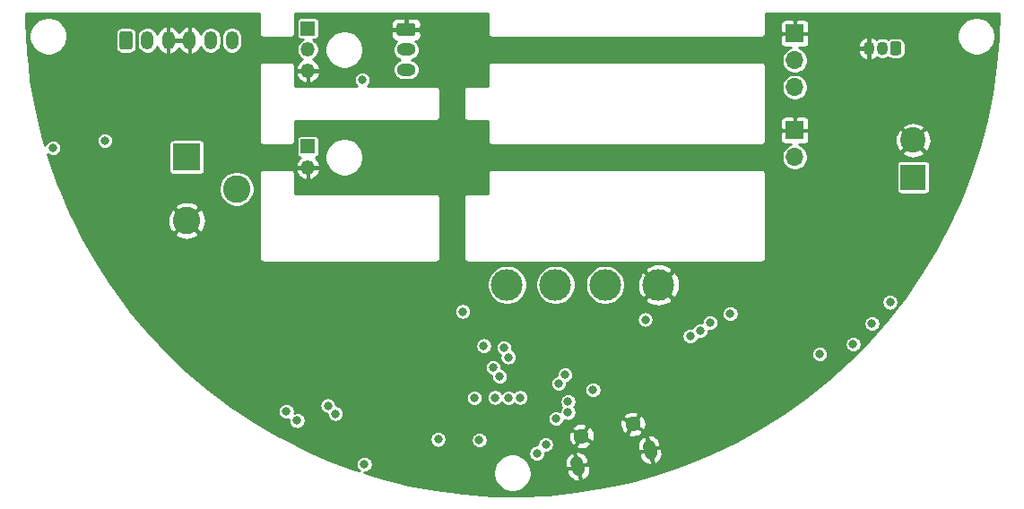
<source format=gbr>
G04 #@! TF.GenerationSoftware,KiCad,Pcbnew,(5.1.5-0-10_14)*
G04 #@! TF.CreationDate,2020-03-25T00:06:53-04:00*
G04 #@! TF.ProjectId,NUTS_PCB,4e555453-5f50-4434-922e-6b696361645f,rev?*
G04 #@! TF.SameCoordinates,Original*
G04 #@! TF.FileFunction,Copper,L4,Bot*
G04 #@! TF.FilePolarity,Positive*
%FSLAX46Y46*%
G04 Gerber Fmt 4.6, Leading zero omitted, Abs format (unit mm)*
G04 Created by KiCad (PCBNEW (5.1.5-0-10_14)) date 2020-03-25 00:06:53*
%MOMM*%
%LPD*%
G04 APERTURE LIST*
%ADD10O,1.700000X1.700000*%
%ADD11R,1.700000X1.700000*%
%ADD12C,2.400000*%
%ADD13R,2.400000X2.400000*%
%ADD14C,3.000000*%
%ADD15O,1.350000X1.350000*%
%ADD16R,1.350000X1.350000*%
%ADD17O,1.800000X1.200000*%
%ADD18C,0.100000*%
%ADD19O,1.050000X1.300000*%
%ADD20O,1.200000X1.750000*%
%ADD21C,2.600000*%
%ADD22R,2.600000X2.600000*%
%ADD23C,1.200000*%
%ADD24C,1.450000*%
%ADD25C,0.800000*%
%ADD26C,0.254000*%
G04 APERTURE END LIST*
D10*
X98425000Y-39370000D03*
D11*
X98425000Y-36830000D03*
D10*
X98425000Y-32766000D03*
X98425000Y-30226000D03*
D11*
X98425000Y-27686000D03*
D12*
X109601000Y-37775000D03*
D13*
X109601000Y-41275000D03*
D14*
X85568000Y-51435000D03*
X80518000Y-51435000D03*
D15*
X52451000Y-40354000D03*
D16*
X52451000Y-38354000D03*
D15*
X52451000Y-31210000D03*
X52451000Y-29210000D03*
D16*
X52451000Y-27210000D03*
D17*
X61722000Y-31110000D03*
X61722000Y-29210000D03*
G04 #@! TA.AperFunction,ComponentPad*
D18*
G36*
X62396865Y-26711202D02*
G01*
X62421095Y-26714796D01*
X62444855Y-26720748D01*
X62467918Y-26729000D01*
X62490061Y-26739472D01*
X62511070Y-26752065D01*
X62530745Y-26766657D01*
X62548894Y-26783106D01*
X62565343Y-26801255D01*
X62579935Y-26820930D01*
X62592528Y-26841939D01*
X62603000Y-26864082D01*
X62611252Y-26887145D01*
X62617204Y-26910905D01*
X62620798Y-26935135D01*
X62622000Y-26959600D01*
X62622000Y-27660400D01*
X62620798Y-27684865D01*
X62617204Y-27709095D01*
X62611252Y-27732855D01*
X62603000Y-27755918D01*
X62592528Y-27778061D01*
X62579935Y-27799070D01*
X62565343Y-27818745D01*
X62548894Y-27836894D01*
X62530745Y-27853343D01*
X62511070Y-27867935D01*
X62490061Y-27880528D01*
X62467918Y-27891000D01*
X62444855Y-27899252D01*
X62421095Y-27905204D01*
X62396865Y-27908798D01*
X62372400Y-27910000D01*
X61071600Y-27910000D01*
X61047135Y-27908798D01*
X61022905Y-27905204D01*
X60999145Y-27899252D01*
X60976082Y-27891000D01*
X60953939Y-27880528D01*
X60932930Y-27867935D01*
X60913255Y-27853343D01*
X60895106Y-27836894D01*
X60878657Y-27818745D01*
X60864065Y-27799070D01*
X60851472Y-27778061D01*
X60841000Y-27755918D01*
X60832748Y-27732855D01*
X60826796Y-27709095D01*
X60823202Y-27684865D01*
X60822000Y-27660400D01*
X60822000Y-26959600D01*
X60823202Y-26935135D01*
X60826796Y-26910905D01*
X60832748Y-26887145D01*
X60841000Y-26864082D01*
X60851472Y-26841939D01*
X60864065Y-26820930D01*
X60878657Y-26801255D01*
X60895106Y-26783106D01*
X60913255Y-26766657D01*
X60932930Y-26752065D01*
X60953939Y-26739472D01*
X60976082Y-26729000D01*
X60999145Y-26720748D01*
X61022905Y-26714796D01*
X61047135Y-26711202D01*
X61071600Y-26710000D01*
X62372400Y-26710000D01*
X62396865Y-26711202D01*
G37*
G04 #@! TD.AperFunction*
D14*
X75819000Y-51435000D03*
X71247000Y-51435000D03*
G04 #@! TA.AperFunction,ComponentPad*
D18*
G36*
X108249594Y-28434203D02*
G01*
X108273853Y-28437802D01*
X108297642Y-28443761D01*
X108320733Y-28452023D01*
X108342902Y-28462508D01*
X108363937Y-28475116D01*
X108383635Y-28489725D01*
X108401806Y-28506194D01*
X108418275Y-28524365D01*
X108432884Y-28544063D01*
X108445492Y-28565098D01*
X108455977Y-28587267D01*
X108464239Y-28610358D01*
X108470198Y-28634147D01*
X108473797Y-28658406D01*
X108475000Y-28682900D01*
X108475000Y-29483100D01*
X108473797Y-29507594D01*
X108470198Y-29531853D01*
X108464239Y-29555642D01*
X108455977Y-29578733D01*
X108445492Y-29600902D01*
X108432884Y-29621937D01*
X108418275Y-29641635D01*
X108401806Y-29659806D01*
X108383635Y-29676275D01*
X108363937Y-29690884D01*
X108342902Y-29703492D01*
X108320733Y-29713977D01*
X108297642Y-29722239D01*
X108273853Y-29728198D01*
X108249594Y-29731797D01*
X108225100Y-29733000D01*
X107674900Y-29733000D01*
X107650406Y-29731797D01*
X107626147Y-29728198D01*
X107602358Y-29722239D01*
X107579267Y-29713977D01*
X107557098Y-29703492D01*
X107536063Y-29690884D01*
X107516365Y-29676275D01*
X107498194Y-29659806D01*
X107481725Y-29641635D01*
X107467116Y-29621937D01*
X107454508Y-29600902D01*
X107444023Y-29578733D01*
X107435761Y-29555642D01*
X107429802Y-29531853D01*
X107426203Y-29507594D01*
X107425000Y-29483100D01*
X107425000Y-28682900D01*
X107426203Y-28658406D01*
X107429802Y-28634147D01*
X107435761Y-28610358D01*
X107444023Y-28587267D01*
X107454508Y-28565098D01*
X107467116Y-28544063D01*
X107481725Y-28524365D01*
X107498194Y-28506194D01*
X107516365Y-28489725D01*
X107536063Y-28475116D01*
X107557098Y-28462508D01*
X107579267Y-28452023D01*
X107602358Y-28443761D01*
X107626147Y-28437802D01*
X107650406Y-28434203D01*
X107674900Y-28433000D01*
X108225100Y-28433000D01*
X108249594Y-28434203D01*
G37*
G04 #@! TD.AperFunction*
D19*
X105410000Y-29083000D03*
X106680000Y-29083000D03*
D20*
X45275000Y-28321000D03*
X43275000Y-28321000D03*
X41275000Y-28321000D03*
X39275000Y-28321000D03*
X37275000Y-28321000D03*
G04 #@! TA.AperFunction,ComponentPad*
D18*
G36*
X35649505Y-27447204D02*
G01*
X35673773Y-27450804D01*
X35697572Y-27456765D01*
X35720671Y-27465030D01*
X35742850Y-27475520D01*
X35763893Y-27488132D01*
X35783599Y-27502747D01*
X35801777Y-27519223D01*
X35818253Y-27537401D01*
X35832868Y-27557107D01*
X35845480Y-27578150D01*
X35855970Y-27600329D01*
X35864235Y-27623428D01*
X35870196Y-27647227D01*
X35873796Y-27671495D01*
X35875000Y-27695999D01*
X35875000Y-28946001D01*
X35873796Y-28970505D01*
X35870196Y-28994773D01*
X35864235Y-29018572D01*
X35855970Y-29041671D01*
X35845480Y-29063850D01*
X35832868Y-29084893D01*
X35818253Y-29104599D01*
X35801777Y-29122777D01*
X35783599Y-29139253D01*
X35763893Y-29153868D01*
X35742850Y-29166480D01*
X35720671Y-29176970D01*
X35697572Y-29185235D01*
X35673773Y-29191196D01*
X35649505Y-29194796D01*
X35625001Y-29196000D01*
X34924999Y-29196000D01*
X34900495Y-29194796D01*
X34876227Y-29191196D01*
X34852428Y-29185235D01*
X34829329Y-29176970D01*
X34807150Y-29166480D01*
X34786107Y-29153868D01*
X34766401Y-29139253D01*
X34748223Y-29122777D01*
X34731747Y-29104599D01*
X34717132Y-29084893D01*
X34704520Y-29063850D01*
X34694030Y-29041671D01*
X34685765Y-29018572D01*
X34679804Y-28994773D01*
X34676204Y-28970505D01*
X34675000Y-28946001D01*
X34675000Y-27695999D01*
X34676204Y-27671495D01*
X34679804Y-27647227D01*
X34685765Y-27623428D01*
X34694030Y-27600329D01*
X34704520Y-27578150D01*
X34717132Y-27557107D01*
X34731747Y-27537401D01*
X34748223Y-27519223D01*
X34766401Y-27502747D01*
X34786107Y-27488132D01*
X34807150Y-27475520D01*
X34829329Y-27465030D01*
X34852428Y-27456765D01*
X34876227Y-27450804D01*
X34900495Y-27447204D01*
X34924999Y-27446000D01*
X35625001Y-27446000D01*
X35649505Y-27447204D01*
G37*
G04 #@! TD.AperFunction*
D21*
X45721000Y-42370000D03*
X41021000Y-45370000D03*
D22*
X41021000Y-39370000D03*
D23*
X84653192Y-66660592D02*
X84810658Y-67342652D01*
X77990068Y-68917310D02*
X77832602Y-68235250D01*
D24*
X83150187Y-64595774D03*
X78278337Y-65720529D03*
D25*
X112014000Y-30988000D03*
X58801000Y-29210000D03*
X31877000Y-36068000D03*
X31750000Y-43942000D03*
X62814200Y-69570600D03*
X61544200Y-59563000D03*
X61544200Y-61849000D03*
X61595000Y-52527200D03*
X108483400Y-47371000D03*
X64312800Y-38430200D03*
X32922657Y-41626343D03*
X88544400Y-64109600D03*
X67284600Y-58521600D03*
X59258200Y-66090800D03*
X96739951Y-56577390D03*
X89763600Y-51816000D03*
X82956400Y-56032400D03*
X97307400Y-53949600D03*
X78994000Y-55676800D03*
X92837000Y-50292000D03*
X72786186Y-59715968D03*
X70132568Y-58230668D03*
X52451008Y-62992000D03*
X109093000Y-27660600D03*
X51155600Y-52273200D03*
X55041798Y-52324000D03*
X69850000Y-66040000D03*
X28397200Y-38481000D03*
X89509600Y-55753000D03*
X69051231Y-57177450D03*
X70561200Y-60096402D03*
X74066400Y-67335400D03*
X57581800Y-32054800D03*
X79375002Y-61366400D03*
X57785000Y-68376800D03*
X100787200Y-57988200D03*
X69926200Y-59232800D03*
X103936800Y-57048400D03*
X77012801Y-63500000D03*
X105714800Y-55092600D03*
X71358291Y-58273992D03*
X107416600Y-53086000D03*
X67081400Y-53949600D03*
X84302600Y-54711600D03*
X68173600Y-62116091D03*
X70104000Y-62077600D03*
X88544400Y-56286400D03*
X90424000Y-55016400D03*
X71381039Y-62130829D03*
X72491600Y-62077600D03*
X92329000Y-54178200D03*
X33274000Y-37795200D03*
X68630800Y-66090800D03*
X55041800Y-63601598D03*
X76733244Y-59938223D03*
X54331190Y-62841101D03*
X76131795Y-60737148D03*
X75893818Y-64049075D03*
X51435000Y-64262000D03*
X77013147Y-62471932D03*
X50419000Y-63373000D03*
X64744600Y-66040000D03*
X70942430Y-57353789D03*
X74904600Y-66497200D03*
D26*
G36*
X47854000Y-27666059D02*
G01*
X47852036Y-27686000D01*
X47859875Y-27765590D01*
X47883090Y-27842121D01*
X47920790Y-27912653D01*
X47951097Y-27949581D01*
X47971526Y-27974474D01*
X48033347Y-28025210D01*
X48103879Y-28062910D01*
X48180410Y-28086125D01*
X48260000Y-28093964D01*
X48279940Y-28092000D01*
X50780059Y-28092000D01*
X50800000Y-28093964D01*
X50819940Y-28092000D01*
X50819941Y-28092000D01*
X50879590Y-28086125D01*
X50956121Y-28062910D01*
X51026653Y-28025210D01*
X51088474Y-27974474D01*
X51139210Y-27912653D01*
X51176910Y-27842121D01*
X51200125Y-27765590D01*
X51207964Y-27686000D01*
X51206000Y-27666059D01*
X51206000Y-25806000D01*
X69444000Y-25806000D01*
X69444001Y-27666049D01*
X69442036Y-27686000D01*
X69449875Y-27765590D01*
X69473090Y-27842121D01*
X69510790Y-27912653D01*
X69561526Y-27974474D01*
X69623347Y-28025210D01*
X69693879Y-28062910D01*
X69770410Y-28086125D01*
X69830059Y-28092000D01*
X69830060Y-28092000D01*
X69850000Y-28093964D01*
X69869941Y-28092000D01*
X95230059Y-28092000D01*
X95250000Y-28093964D01*
X95269940Y-28092000D01*
X95269941Y-28092000D01*
X95329590Y-28086125D01*
X95406121Y-28062910D01*
X95476653Y-28025210D01*
X95538474Y-27974474D01*
X95589210Y-27912653D01*
X95626910Y-27842121D01*
X95650125Y-27765590D01*
X95657964Y-27686000D01*
X95656000Y-27666059D01*
X95656000Y-26836000D01*
X97064542Y-26836000D01*
X97067000Y-27495500D01*
X97194000Y-27622500D01*
X98361500Y-27622500D01*
X98361500Y-26455000D01*
X98488500Y-26455000D01*
X98488500Y-27622500D01*
X99656000Y-27622500D01*
X99783000Y-27495500D01*
X99785458Y-26836000D01*
X99775650Y-26736415D01*
X99746602Y-26640656D01*
X99699430Y-26552405D01*
X99635948Y-26475052D01*
X99558595Y-26411570D01*
X99470344Y-26364398D01*
X99374585Y-26335350D01*
X99275000Y-26325542D01*
X98615500Y-26328000D01*
X98488500Y-26455000D01*
X98361500Y-26455000D01*
X98234500Y-26328000D01*
X97575000Y-26325542D01*
X97475415Y-26335350D01*
X97379656Y-26364398D01*
X97291405Y-26411570D01*
X97214052Y-26475052D01*
X97150570Y-26552405D01*
X97103398Y-26640656D01*
X97074350Y-26736415D01*
X97064542Y-26836000D01*
X95656000Y-26836000D01*
X95656000Y-25806000D01*
X117692136Y-25806000D01*
X117627640Y-28045002D01*
X117399317Y-30681237D01*
X117019625Y-33299929D01*
X116489813Y-35892455D01*
X115811644Y-38450181D01*
X114987371Y-40964616D01*
X114019724Y-43427431D01*
X112911911Y-45830464D01*
X111667608Y-48165739D01*
X110290929Y-50425532D01*
X108786466Y-52602310D01*
X108036805Y-53563561D01*
X108108713Y-53455942D01*
X108167587Y-53313809D01*
X108197600Y-53162922D01*
X108197600Y-53009078D01*
X108167587Y-52858191D01*
X108108713Y-52716058D01*
X108023242Y-52588141D01*
X107914459Y-52479358D01*
X107786542Y-52393887D01*
X107644409Y-52335013D01*
X107493522Y-52305000D01*
X107339678Y-52305000D01*
X107188791Y-52335013D01*
X107046658Y-52393887D01*
X106918741Y-52479358D01*
X106809958Y-52588141D01*
X106724487Y-52716058D01*
X106665613Y-52858191D01*
X106635600Y-53009078D01*
X106635600Y-53162922D01*
X106665613Y-53313809D01*
X106724487Y-53455942D01*
X106809958Y-53583859D01*
X106918741Y-53692642D01*
X107046658Y-53778113D01*
X107188791Y-53836987D01*
X107339678Y-53867000D01*
X107493522Y-53867000D01*
X107644409Y-53836987D01*
X107786542Y-53778113D01*
X107914459Y-53692642D01*
X108012941Y-53594160D01*
X107159186Y-54688885D01*
X105414493Y-56678326D01*
X103558166Y-58564044D01*
X101596372Y-60339772D01*
X99535627Y-61999616D01*
X97382733Y-63538097D01*
X95144859Y-64950090D01*
X92829420Y-66230919D01*
X90444064Y-67376351D01*
X87996745Y-68382564D01*
X85495577Y-69246227D01*
X82948828Y-69964485D01*
X80364949Y-70534952D01*
X77752531Y-70955732D01*
X75120205Y-71225436D01*
X72476729Y-71343163D01*
X69830863Y-71308527D01*
X67191377Y-71121641D01*
X64567009Y-70783124D01*
X61966519Y-70294107D01*
X59398440Y-69656192D01*
X57793355Y-69157800D01*
X57861922Y-69157800D01*
X58012809Y-69127787D01*
X58154942Y-69068913D01*
X58203728Y-69036315D01*
X69940778Y-69036315D01*
X69940778Y-69393685D01*
X70010498Y-69744189D01*
X70147258Y-70074356D01*
X70345802Y-70371499D01*
X70598501Y-70624198D01*
X70895644Y-70822742D01*
X71225811Y-70959502D01*
X71576315Y-71029222D01*
X71933685Y-71029222D01*
X72284189Y-70959502D01*
X72614356Y-70822742D01*
X72911499Y-70624198D01*
X73164198Y-70371499D01*
X73362742Y-70074356D01*
X73499502Y-69744189D01*
X73569222Y-69393685D01*
X73569222Y-69036315D01*
X73539601Y-68887398D01*
X76846017Y-68887398D01*
X76924750Y-69228428D01*
X77005916Y-69430283D01*
X77124903Y-69612425D01*
X77277137Y-69767854D01*
X77456769Y-69890597D01*
X77656896Y-69975936D01*
X77869826Y-70020594D01*
X78003886Y-70025224D01*
X78148410Y-69885447D01*
X77863747Y-68652437D01*
X76846017Y-68887398D01*
X73539601Y-68887398D01*
X73499502Y-68685811D01*
X73362742Y-68355644D01*
X73262498Y-68205617D01*
X76723180Y-68205617D01*
X76738716Y-68422624D01*
X76817449Y-68763653D01*
X77422925Y-68623868D01*
X77987492Y-68623868D01*
X78272155Y-69856878D01*
X78463326Y-69919154D01*
X78581789Y-69856225D01*
X78753592Y-69722744D01*
X78896054Y-69558312D01*
X79003700Y-69369246D01*
X79072392Y-69162812D01*
X79099490Y-68946943D01*
X79083954Y-68729936D01*
X79005221Y-68388907D01*
X77987492Y-68623868D01*
X77422925Y-68623868D01*
X77835178Y-68528692D01*
X77550515Y-67295682D01*
X77462816Y-67267113D01*
X77674260Y-67267113D01*
X77958923Y-68500123D01*
X78976653Y-68265162D01*
X78897920Y-67924132D01*
X78816754Y-67722277D01*
X78697767Y-67540135D01*
X78545533Y-67384706D01*
X78440213Y-67312740D01*
X83666607Y-67312740D01*
X83745340Y-67653770D01*
X83826506Y-67855625D01*
X83945493Y-68037767D01*
X84097727Y-68193196D01*
X84277359Y-68315939D01*
X84477486Y-68401278D01*
X84690416Y-68445936D01*
X84824476Y-68450566D01*
X84969000Y-68310789D01*
X84684337Y-67077779D01*
X83666607Y-67312740D01*
X78440213Y-67312740D01*
X78365901Y-67261963D01*
X78165774Y-67176624D01*
X77952844Y-67131966D01*
X77818784Y-67127336D01*
X77674260Y-67267113D01*
X77462816Y-67267113D01*
X77359344Y-67233406D01*
X77240881Y-67296335D01*
X77069078Y-67429816D01*
X76926616Y-67594248D01*
X76818970Y-67783314D01*
X76750278Y-67989748D01*
X76723180Y-68205617D01*
X73262498Y-68205617D01*
X73164198Y-68058501D01*
X72911499Y-67805802D01*
X72614356Y-67607258D01*
X72284189Y-67470498D01*
X71933685Y-67400778D01*
X71576315Y-67400778D01*
X71225811Y-67470498D01*
X70895644Y-67607258D01*
X70598501Y-67805802D01*
X70345802Y-68058501D01*
X70147258Y-68355644D01*
X70010498Y-68685811D01*
X69940778Y-69036315D01*
X58203728Y-69036315D01*
X58282859Y-68983442D01*
X58391642Y-68874659D01*
X58477113Y-68746742D01*
X58535987Y-68604609D01*
X58566000Y-68453722D01*
X58566000Y-68299878D01*
X58535987Y-68148991D01*
X58477113Y-68006858D01*
X58391642Y-67878941D01*
X58282859Y-67770158D01*
X58154942Y-67684687D01*
X58012809Y-67625813D01*
X57861922Y-67595800D01*
X57708078Y-67595800D01*
X57557191Y-67625813D01*
X57415058Y-67684687D01*
X57287141Y-67770158D01*
X57178358Y-67878941D01*
X57092887Y-68006858D01*
X57034013Y-68148991D01*
X57004000Y-68299878D01*
X57004000Y-68453722D01*
X57034013Y-68604609D01*
X57092887Y-68746742D01*
X57178358Y-68874659D01*
X57287141Y-68983442D01*
X57335159Y-69015526D01*
X56871379Y-68871519D01*
X54393656Y-67942671D01*
X52846042Y-67258478D01*
X73285400Y-67258478D01*
X73285400Y-67412322D01*
X73315413Y-67563209D01*
X73374287Y-67705342D01*
X73459758Y-67833259D01*
X73568541Y-67942042D01*
X73696458Y-68027513D01*
X73838591Y-68086387D01*
X73989478Y-68116400D01*
X74143322Y-68116400D01*
X74294209Y-68086387D01*
X74436342Y-68027513D01*
X74564259Y-67942042D01*
X74673042Y-67833259D01*
X74758513Y-67705342D01*
X74817387Y-67563209D01*
X74847400Y-67412322D01*
X74847400Y-67278200D01*
X74981522Y-67278200D01*
X75132409Y-67248187D01*
X75274542Y-67189313D01*
X75402459Y-67103842D01*
X75511242Y-66995059D01*
X75596713Y-66867142D01*
X75655587Y-66725009D01*
X75661428Y-66695640D01*
X77743898Y-66695640D01*
X77853323Y-66884317D01*
X78088532Y-66944871D01*
X78331037Y-66958375D01*
X78571516Y-66924309D01*
X78800729Y-66843982D01*
X79009866Y-66720482D01*
X79112396Y-66630959D01*
X83543770Y-66630959D01*
X83559306Y-66847966D01*
X83638039Y-67188995D01*
X84243515Y-67049210D01*
X84808082Y-67049210D01*
X85092745Y-68282220D01*
X85283916Y-68344496D01*
X85402379Y-68281567D01*
X85574182Y-68148086D01*
X85716644Y-67983654D01*
X85824290Y-67794588D01*
X85892982Y-67588154D01*
X85920080Y-67372285D01*
X85904544Y-67155278D01*
X85825811Y-66814249D01*
X84808082Y-67049210D01*
X84243515Y-67049210D01*
X84655768Y-66954034D01*
X84371105Y-65721024D01*
X84283406Y-65692455D01*
X84494850Y-65692455D01*
X84779513Y-66925465D01*
X85797243Y-66690504D01*
X85718510Y-66349474D01*
X85637344Y-66147619D01*
X85518357Y-65965477D01*
X85366123Y-65810048D01*
X85186491Y-65687305D01*
X84986364Y-65601966D01*
X84773434Y-65557308D01*
X84639374Y-65552678D01*
X84494850Y-65692455D01*
X84283406Y-65692455D01*
X84179934Y-65658748D01*
X84061471Y-65721677D01*
X83889668Y-65855158D01*
X83747206Y-66019590D01*
X83639560Y-66208656D01*
X83570868Y-66415090D01*
X83543770Y-66630959D01*
X79112396Y-66630959D01*
X79170508Y-66580220D01*
X79186149Y-66362670D01*
X78298538Y-65808030D01*
X77743898Y-66695640D01*
X75661428Y-66695640D01*
X75685600Y-66574122D01*
X75685600Y-66420278D01*
X75655587Y-66269391D01*
X75596713Y-66127258D01*
X75511242Y-65999341D01*
X75402459Y-65890558D01*
X75274542Y-65805087D01*
X75197631Y-65773229D01*
X77040491Y-65773229D01*
X77074557Y-66013708D01*
X77154884Y-66242921D01*
X77278384Y-66452058D01*
X77418646Y-66612700D01*
X77636196Y-66628341D01*
X78190836Y-65740730D01*
X78126180Y-65700328D01*
X78365838Y-65700328D01*
X79253448Y-66254968D01*
X79442125Y-66145543D01*
X79502679Y-65910334D01*
X79516183Y-65667829D01*
X79502451Y-65570885D01*
X82615748Y-65570885D01*
X82725173Y-65759562D01*
X82960382Y-65820116D01*
X83202887Y-65833620D01*
X83443366Y-65799554D01*
X83672579Y-65719227D01*
X83881716Y-65595727D01*
X84042358Y-65455465D01*
X84057999Y-65237915D01*
X83170388Y-64683275D01*
X82615748Y-65570885D01*
X79502451Y-65570885D01*
X79482117Y-65427350D01*
X79401790Y-65198137D01*
X79278290Y-64989000D01*
X79138028Y-64828358D01*
X78920478Y-64812717D01*
X78365838Y-65700328D01*
X78126180Y-65700328D01*
X77303226Y-65186090D01*
X77114549Y-65295515D01*
X77053995Y-65530724D01*
X77040491Y-65773229D01*
X75197631Y-65773229D01*
X75132409Y-65746213D01*
X74981522Y-65716200D01*
X74827678Y-65716200D01*
X74676791Y-65746213D01*
X74534658Y-65805087D01*
X74406741Y-65890558D01*
X74297958Y-65999341D01*
X74212487Y-66127258D01*
X74153613Y-66269391D01*
X74123600Y-66420278D01*
X74123600Y-66554400D01*
X73989478Y-66554400D01*
X73838591Y-66584413D01*
X73696458Y-66643287D01*
X73568541Y-66728758D01*
X73459758Y-66837541D01*
X73374287Y-66965458D01*
X73315413Y-67107591D01*
X73285400Y-67258478D01*
X52846042Y-67258478D01*
X51973519Y-66872740D01*
X50199704Y-65963078D01*
X63963600Y-65963078D01*
X63963600Y-66116922D01*
X63993613Y-66267809D01*
X64052487Y-66409942D01*
X64137958Y-66537859D01*
X64246741Y-66646642D01*
X64374658Y-66732113D01*
X64516791Y-66790987D01*
X64667678Y-66821000D01*
X64821522Y-66821000D01*
X64972409Y-66790987D01*
X65114542Y-66732113D01*
X65242459Y-66646642D01*
X65351242Y-66537859D01*
X65436713Y-66409942D01*
X65495587Y-66267809D01*
X65525600Y-66116922D01*
X65525600Y-66013878D01*
X67849800Y-66013878D01*
X67849800Y-66167722D01*
X67879813Y-66318609D01*
X67938687Y-66460742D01*
X68024158Y-66588659D01*
X68132941Y-66697442D01*
X68260858Y-66782913D01*
X68402991Y-66841787D01*
X68553878Y-66871800D01*
X68707722Y-66871800D01*
X68858609Y-66841787D01*
X69000742Y-66782913D01*
X69128659Y-66697442D01*
X69237442Y-66588659D01*
X69322913Y-66460742D01*
X69381787Y-66318609D01*
X69411800Y-66167722D01*
X69411800Y-66013878D01*
X69381787Y-65862991D01*
X69322913Y-65720858D01*
X69237442Y-65592941D01*
X69128659Y-65484158D01*
X69000742Y-65398687D01*
X68858609Y-65339813D01*
X68707722Y-65309800D01*
X68553878Y-65309800D01*
X68402991Y-65339813D01*
X68260858Y-65398687D01*
X68132941Y-65484158D01*
X68024158Y-65592941D01*
X67938687Y-65720858D01*
X67879813Y-65862991D01*
X67849800Y-66013878D01*
X65525600Y-66013878D01*
X65525600Y-65963078D01*
X65495587Y-65812191D01*
X65436713Y-65670058D01*
X65351242Y-65542141D01*
X65242459Y-65433358D01*
X65114542Y-65347887D01*
X64972409Y-65289013D01*
X64821522Y-65259000D01*
X64667678Y-65259000D01*
X64516791Y-65289013D01*
X64374658Y-65347887D01*
X64246741Y-65433358D01*
X64137958Y-65542141D01*
X64052487Y-65670058D01*
X63993613Y-65812191D01*
X63963600Y-65963078D01*
X50199704Y-65963078D01*
X49618981Y-65665267D01*
X48620667Y-65078388D01*
X77370525Y-65078388D01*
X78258136Y-65633028D01*
X78812776Y-64745418D01*
X78756553Y-64648474D01*
X81912341Y-64648474D01*
X81946407Y-64888953D01*
X82026734Y-65118166D01*
X82150234Y-65327303D01*
X82290496Y-65487945D01*
X82508046Y-65503586D01*
X83062686Y-64615975D01*
X82998030Y-64575573D01*
X83237688Y-64575573D01*
X84125298Y-65130213D01*
X84313975Y-65020788D01*
X84374529Y-64785579D01*
X84388033Y-64543074D01*
X84353967Y-64302595D01*
X84273640Y-64073382D01*
X84150140Y-63864245D01*
X84009878Y-63703603D01*
X83792328Y-63687962D01*
X83237688Y-64575573D01*
X82998030Y-64575573D01*
X82175076Y-64061335D01*
X81986399Y-64170760D01*
X81925845Y-64405969D01*
X81912341Y-64648474D01*
X78756553Y-64648474D01*
X78703351Y-64556741D01*
X78468142Y-64496187D01*
X78225637Y-64482683D01*
X77985158Y-64516749D01*
X77755945Y-64597076D01*
X77546808Y-64720576D01*
X77386166Y-64860838D01*
X77370525Y-65078388D01*
X48620667Y-65078388D01*
X47337868Y-64324270D01*
X45799070Y-63296078D01*
X49638000Y-63296078D01*
X49638000Y-63449922D01*
X49668013Y-63600809D01*
X49726887Y-63742942D01*
X49812358Y-63870859D01*
X49921141Y-63979642D01*
X50049058Y-64065113D01*
X50191191Y-64123987D01*
X50342078Y-64154000D01*
X50495922Y-64154000D01*
X50646809Y-64123987D01*
X50667888Y-64115256D01*
X50654000Y-64185078D01*
X50654000Y-64338922D01*
X50684013Y-64489809D01*
X50742887Y-64631942D01*
X50828358Y-64759859D01*
X50937141Y-64868642D01*
X51065058Y-64954113D01*
X51207191Y-65012987D01*
X51358078Y-65043000D01*
X51511922Y-65043000D01*
X51662809Y-65012987D01*
X51804942Y-64954113D01*
X51932859Y-64868642D01*
X52041642Y-64759859D01*
X52127113Y-64631942D01*
X52185987Y-64489809D01*
X52216000Y-64338922D01*
X52216000Y-64185078D01*
X52185987Y-64034191D01*
X52127113Y-63892058D01*
X52041642Y-63764141D01*
X51932859Y-63655358D01*
X51804942Y-63569887D01*
X51662809Y-63511013D01*
X51511922Y-63481000D01*
X51358078Y-63481000D01*
X51207191Y-63511013D01*
X51186112Y-63519744D01*
X51200000Y-63449922D01*
X51200000Y-63296078D01*
X51169987Y-63145191D01*
X51111113Y-63003058D01*
X51025642Y-62875141D01*
X50916859Y-62766358D01*
X50913598Y-62764179D01*
X53550190Y-62764179D01*
X53550190Y-62918023D01*
X53580203Y-63068910D01*
X53639077Y-63211043D01*
X53724548Y-63338960D01*
X53833331Y-63447743D01*
X53961248Y-63533214D01*
X54103381Y-63592088D01*
X54254268Y-63622101D01*
X54260800Y-63622101D01*
X54260800Y-63678520D01*
X54290813Y-63829407D01*
X54349687Y-63971540D01*
X54435158Y-64099457D01*
X54543941Y-64208240D01*
X54671858Y-64293711D01*
X54813991Y-64352585D01*
X54964878Y-64382598D01*
X55118722Y-64382598D01*
X55269609Y-64352585D01*
X55411742Y-64293711D01*
X55539659Y-64208240D01*
X55648442Y-64099457D01*
X55733503Y-63972153D01*
X75112818Y-63972153D01*
X75112818Y-64125997D01*
X75142831Y-64276884D01*
X75201705Y-64419017D01*
X75287176Y-64546934D01*
X75395959Y-64655717D01*
X75523876Y-64741188D01*
X75666009Y-64800062D01*
X75816896Y-64830075D01*
X75970740Y-64830075D01*
X76121627Y-64800062D01*
X76263760Y-64741188D01*
X76391677Y-64655717D01*
X76500460Y-64546934D01*
X76585931Y-64419017D01*
X76644805Y-64276884D01*
X76660235Y-64199311D01*
X76784992Y-64250987D01*
X76935879Y-64281000D01*
X77089723Y-64281000D01*
X77240610Y-64250987D01*
X77382743Y-64192113D01*
X77510660Y-64106642D01*
X77619443Y-63997859D01*
X77648993Y-63953633D01*
X82242375Y-63953633D01*
X83129986Y-64508273D01*
X83684626Y-63620663D01*
X83575201Y-63431986D01*
X83339992Y-63371432D01*
X83097487Y-63357928D01*
X82857008Y-63391994D01*
X82627795Y-63472321D01*
X82418658Y-63595821D01*
X82258016Y-63736083D01*
X82242375Y-63953633D01*
X77648993Y-63953633D01*
X77704914Y-63869942D01*
X77763788Y-63727809D01*
X77793801Y-63576922D01*
X77793801Y-63423078D01*
X77763788Y-63272191D01*
X77704914Y-63130058D01*
X77619443Y-63002141D01*
X77603441Y-62986139D01*
X77619789Y-62969791D01*
X77705260Y-62841874D01*
X77764134Y-62699741D01*
X77794147Y-62548854D01*
X77794147Y-62395010D01*
X77764134Y-62244123D01*
X77705260Y-62101990D01*
X77619789Y-61974073D01*
X77511006Y-61865290D01*
X77383089Y-61779819D01*
X77240956Y-61720945D01*
X77090069Y-61690932D01*
X76936225Y-61690932D01*
X76785338Y-61720945D01*
X76643205Y-61779819D01*
X76515288Y-61865290D01*
X76406505Y-61974073D01*
X76321034Y-62101990D01*
X76262160Y-62244123D01*
X76232147Y-62395010D01*
X76232147Y-62548854D01*
X76262160Y-62699741D01*
X76321034Y-62841874D01*
X76406505Y-62969791D01*
X76422507Y-62985793D01*
X76406159Y-63002141D01*
X76320688Y-63130058D01*
X76261814Y-63272191D01*
X76246384Y-63349764D01*
X76121627Y-63298088D01*
X75970740Y-63268075D01*
X75816896Y-63268075D01*
X75666009Y-63298088D01*
X75523876Y-63356962D01*
X75395959Y-63442433D01*
X75287176Y-63551216D01*
X75201705Y-63679133D01*
X75142831Y-63821266D01*
X75112818Y-63972153D01*
X55733503Y-63972153D01*
X55733913Y-63971540D01*
X55792787Y-63829407D01*
X55822800Y-63678520D01*
X55822800Y-63524676D01*
X55792787Y-63373789D01*
X55733913Y-63231656D01*
X55648442Y-63103739D01*
X55539659Y-62994956D01*
X55411742Y-62909485D01*
X55269609Y-62850611D01*
X55118722Y-62820598D01*
X55112190Y-62820598D01*
X55112190Y-62764179D01*
X55082177Y-62613292D01*
X55023303Y-62471159D01*
X54937832Y-62343242D01*
X54829049Y-62234459D01*
X54701132Y-62148988D01*
X54558999Y-62090114D01*
X54408112Y-62060101D01*
X54254268Y-62060101D01*
X54103381Y-62090114D01*
X53961248Y-62148988D01*
X53833331Y-62234459D01*
X53724548Y-62343242D01*
X53639077Y-62471159D01*
X53580203Y-62613292D01*
X53550190Y-62764179D01*
X50913598Y-62764179D01*
X50788942Y-62680887D01*
X50646809Y-62622013D01*
X50495922Y-62592000D01*
X50342078Y-62592000D01*
X50191191Y-62622013D01*
X50049058Y-62680887D01*
X49921141Y-62766358D01*
X49812358Y-62875141D01*
X49726887Y-63003058D01*
X49668013Y-63145191D01*
X49638000Y-63296078D01*
X45799070Y-63296078D01*
X45137693Y-62854160D01*
X44058126Y-62039169D01*
X67392600Y-62039169D01*
X67392600Y-62193013D01*
X67422613Y-62343900D01*
X67481487Y-62486033D01*
X67566958Y-62613950D01*
X67675741Y-62722733D01*
X67803658Y-62808204D01*
X67945791Y-62867078D01*
X68096678Y-62897091D01*
X68250522Y-62897091D01*
X68401409Y-62867078D01*
X68543542Y-62808204D01*
X68671459Y-62722733D01*
X68780242Y-62613950D01*
X68865713Y-62486033D01*
X68924587Y-62343900D01*
X68954600Y-62193013D01*
X68954600Y-62039169D01*
X68946944Y-62000678D01*
X69323000Y-62000678D01*
X69323000Y-62154522D01*
X69353013Y-62305409D01*
X69411887Y-62447542D01*
X69497358Y-62575459D01*
X69606141Y-62684242D01*
X69734058Y-62769713D01*
X69876191Y-62828587D01*
X70027078Y-62858600D01*
X70180922Y-62858600D01*
X70331809Y-62828587D01*
X70473942Y-62769713D01*
X70601859Y-62684242D01*
X70710642Y-62575459D01*
X70724736Y-62554365D01*
X70774397Y-62628688D01*
X70883180Y-62737471D01*
X71011097Y-62822942D01*
X71153230Y-62881816D01*
X71304117Y-62911829D01*
X71457961Y-62911829D01*
X71608848Y-62881816D01*
X71750981Y-62822942D01*
X71878898Y-62737471D01*
X71962934Y-62653435D01*
X71993741Y-62684242D01*
X72121658Y-62769713D01*
X72263791Y-62828587D01*
X72414678Y-62858600D01*
X72568522Y-62858600D01*
X72719409Y-62828587D01*
X72861542Y-62769713D01*
X72989459Y-62684242D01*
X73098242Y-62575459D01*
X73183713Y-62447542D01*
X73242587Y-62305409D01*
X73272600Y-62154522D01*
X73272600Y-62000678D01*
X73242587Y-61849791D01*
X73183713Y-61707658D01*
X73098242Y-61579741D01*
X72989459Y-61470958D01*
X72861542Y-61385487D01*
X72719409Y-61326613D01*
X72568522Y-61296600D01*
X72414678Y-61296600D01*
X72263791Y-61326613D01*
X72121658Y-61385487D01*
X71993741Y-61470958D01*
X71909705Y-61554994D01*
X71878898Y-61524187D01*
X71750981Y-61438716D01*
X71608848Y-61379842D01*
X71457961Y-61349829D01*
X71304117Y-61349829D01*
X71153230Y-61379842D01*
X71011097Y-61438716D01*
X70883180Y-61524187D01*
X70774397Y-61632970D01*
X70760303Y-61654064D01*
X70710642Y-61579741D01*
X70601859Y-61470958D01*
X70473942Y-61385487D01*
X70331809Y-61326613D01*
X70180922Y-61296600D01*
X70027078Y-61296600D01*
X69876191Y-61326613D01*
X69734058Y-61385487D01*
X69606141Y-61470958D01*
X69497358Y-61579741D01*
X69411887Y-61707658D01*
X69353013Y-61849791D01*
X69323000Y-62000678D01*
X68946944Y-62000678D01*
X68924587Y-61888282D01*
X68865713Y-61746149D01*
X68780242Y-61618232D01*
X68671459Y-61509449D01*
X68543542Y-61423978D01*
X68401409Y-61365104D01*
X68250522Y-61335091D01*
X68096678Y-61335091D01*
X67945791Y-61365104D01*
X67803658Y-61423978D01*
X67675741Y-61509449D01*
X67566958Y-61618232D01*
X67481487Y-61746149D01*
X67422613Y-61888282D01*
X67392600Y-62039169D01*
X44058126Y-62039169D01*
X43025827Y-61259862D01*
X41009226Y-59546632D01*
X40599610Y-59155878D01*
X69145200Y-59155878D01*
X69145200Y-59309722D01*
X69175213Y-59460609D01*
X69234087Y-59602742D01*
X69319558Y-59730659D01*
X69428341Y-59839442D01*
X69556258Y-59924913D01*
X69698391Y-59983787D01*
X69783916Y-60000799D01*
X69780200Y-60019480D01*
X69780200Y-60173324D01*
X69810213Y-60324211D01*
X69869087Y-60466344D01*
X69954558Y-60594261D01*
X70063341Y-60703044D01*
X70191258Y-60788515D01*
X70333391Y-60847389D01*
X70484278Y-60877402D01*
X70638122Y-60877402D01*
X70789009Y-60847389D01*
X70931142Y-60788515D01*
X71059059Y-60703044D01*
X71101877Y-60660226D01*
X75350795Y-60660226D01*
X75350795Y-60814070D01*
X75380808Y-60964957D01*
X75439682Y-61107090D01*
X75525153Y-61235007D01*
X75633936Y-61343790D01*
X75761853Y-61429261D01*
X75903986Y-61488135D01*
X76054873Y-61518148D01*
X76208717Y-61518148D01*
X76359604Y-61488135D01*
X76501737Y-61429261D01*
X76629654Y-61343790D01*
X76683966Y-61289478D01*
X78594002Y-61289478D01*
X78594002Y-61443322D01*
X78624015Y-61594209D01*
X78682889Y-61736342D01*
X78768360Y-61864259D01*
X78877143Y-61973042D01*
X79005060Y-62058513D01*
X79147193Y-62117387D01*
X79298080Y-62147400D01*
X79451924Y-62147400D01*
X79602811Y-62117387D01*
X79744944Y-62058513D01*
X79872861Y-61973042D01*
X79981644Y-61864259D01*
X80067115Y-61736342D01*
X80125989Y-61594209D01*
X80156002Y-61443322D01*
X80156002Y-61289478D01*
X80125989Y-61138591D01*
X80067115Y-60996458D01*
X79981644Y-60868541D01*
X79872861Y-60759758D01*
X79744944Y-60674287D01*
X79602811Y-60615413D01*
X79451924Y-60585400D01*
X79298080Y-60585400D01*
X79147193Y-60615413D01*
X79005060Y-60674287D01*
X78877143Y-60759758D01*
X78768360Y-60868541D01*
X78682889Y-60996458D01*
X78624015Y-61138591D01*
X78594002Y-61289478D01*
X76683966Y-61289478D01*
X76738437Y-61235007D01*
X76823908Y-61107090D01*
X76882782Y-60964957D01*
X76912795Y-60814070D01*
X76912795Y-60698809D01*
X76961053Y-60689210D01*
X77103186Y-60630336D01*
X77231103Y-60544865D01*
X77339886Y-60436082D01*
X77425357Y-60308165D01*
X77484231Y-60166032D01*
X77514244Y-60015145D01*
X77514244Y-59861301D01*
X77484231Y-59710414D01*
X77425357Y-59568281D01*
X77339886Y-59440364D01*
X77231103Y-59331581D01*
X77103186Y-59246110D01*
X76961053Y-59187236D01*
X76810166Y-59157223D01*
X76656322Y-59157223D01*
X76505435Y-59187236D01*
X76363302Y-59246110D01*
X76235385Y-59331581D01*
X76126602Y-59440364D01*
X76041131Y-59568281D01*
X75982257Y-59710414D01*
X75952244Y-59861301D01*
X75952244Y-59976562D01*
X75903986Y-59986161D01*
X75761853Y-60045035D01*
X75633936Y-60130506D01*
X75525153Y-60239289D01*
X75439682Y-60367206D01*
X75380808Y-60509339D01*
X75350795Y-60660226D01*
X71101877Y-60660226D01*
X71167842Y-60594261D01*
X71253313Y-60466344D01*
X71312187Y-60324211D01*
X71342200Y-60173324D01*
X71342200Y-60019480D01*
X71312187Y-59868593D01*
X71253313Y-59726460D01*
X71167842Y-59598543D01*
X71059059Y-59489760D01*
X70931142Y-59404289D01*
X70789009Y-59345415D01*
X70703484Y-59328403D01*
X70707200Y-59309722D01*
X70707200Y-59155878D01*
X70677187Y-59004991D01*
X70618313Y-58862858D01*
X70532842Y-58734941D01*
X70424059Y-58626158D01*
X70296142Y-58540687D01*
X70154009Y-58481813D01*
X70003122Y-58451800D01*
X69849278Y-58451800D01*
X69698391Y-58481813D01*
X69556258Y-58540687D01*
X69428341Y-58626158D01*
X69319558Y-58734941D01*
X69234087Y-58862858D01*
X69175213Y-59004991D01*
X69145200Y-59155878D01*
X40599610Y-59155878D01*
X39094595Y-57720166D01*
X38515762Y-57100528D01*
X68270231Y-57100528D01*
X68270231Y-57254372D01*
X68300244Y-57405259D01*
X68359118Y-57547392D01*
X68444589Y-57675309D01*
X68553372Y-57784092D01*
X68681289Y-57869563D01*
X68823422Y-57928437D01*
X68974309Y-57958450D01*
X69128153Y-57958450D01*
X69279040Y-57928437D01*
X69421173Y-57869563D01*
X69549090Y-57784092D01*
X69657873Y-57675309D01*
X69743344Y-57547392D01*
X69802218Y-57405259D01*
X69827756Y-57276867D01*
X70161430Y-57276867D01*
X70161430Y-57430711D01*
X70191443Y-57581598D01*
X70250317Y-57723731D01*
X70335788Y-57851648D01*
X70444571Y-57960431D01*
X70572488Y-58045902D01*
X70604705Y-58059247D01*
X70577291Y-58197070D01*
X70577291Y-58350914D01*
X70607304Y-58501801D01*
X70666178Y-58643934D01*
X70751649Y-58771851D01*
X70860432Y-58880634D01*
X70988349Y-58966105D01*
X71130482Y-59024979D01*
X71281369Y-59054992D01*
X71435213Y-59054992D01*
X71586100Y-59024979D01*
X71728233Y-58966105D01*
X71856150Y-58880634D01*
X71964933Y-58771851D01*
X72050404Y-58643934D01*
X72109278Y-58501801D01*
X72139291Y-58350914D01*
X72139291Y-58197070D01*
X72109278Y-58046183D01*
X72053398Y-57911278D01*
X100006200Y-57911278D01*
X100006200Y-58065122D01*
X100036213Y-58216009D01*
X100095087Y-58358142D01*
X100180558Y-58486059D01*
X100289341Y-58594842D01*
X100417258Y-58680313D01*
X100559391Y-58739187D01*
X100710278Y-58769200D01*
X100864122Y-58769200D01*
X101015009Y-58739187D01*
X101157142Y-58680313D01*
X101285059Y-58594842D01*
X101393842Y-58486059D01*
X101479313Y-58358142D01*
X101538187Y-58216009D01*
X101568200Y-58065122D01*
X101568200Y-57911278D01*
X101538187Y-57760391D01*
X101479313Y-57618258D01*
X101393842Y-57490341D01*
X101285059Y-57381558D01*
X101157142Y-57296087D01*
X101015009Y-57237213D01*
X100864122Y-57207200D01*
X100710278Y-57207200D01*
X100559391Y-57237213D01*
X100417258Y-57296087D01*
X100289341Y-57381558D01*
X100180558Y-57490341D01*
X100095087Y-57618258D01*
X100036213Y-57760391D01*
X100006200Y-57911278D01*
X72053398Y-57911278D01*
X72050404Y-57904050D01*
X71964933Y-57776133D01*
X71856150Y-57667350D01*
X71728233Y-57581879D01*
X71696016Y-57568534D01*
X71723430Y-57430711D01*
X71723430Y-57276867D01*
X71693417Y-57125980D01*
X71634543Y-56983847D01*
X71549072Y-56855930D01*
X71440289Y-56747147D01*
X71312372Y-56661676D01*
X71170239Y-56602802D01*
X71019352Y-56572789D01*
X70865508Y-56572789D01*
X70714621Y-56602802D01*
X70572488Y-56661676D01*
X70444571Y-56747147D01*
X70335788Y-56855930D01*
X70250317Y-56983847D01*
X70191443Y-57125980D01*
X70161430Y-57276867D01*
X69827756Y-57276867D01*
X69832231Y-57254372D01*
X69832231Y-57100528D01*
X69802218Y-56949641D01*
X69743344Y-56807508D01*
X69657873Y-56679591D01*
X69549090Y-56570808D01*
X69421173Y-56485337D01*
X69279040Y-56426463D01*
X69128153Y-56396450D01*
X68974309Y-56396450D01*
X68823422Y-56426463D01*
X68681289Y-56485337D01*
X68553372Y-56570808D01*
X68444589Y-56679591D01*
X68359118Y-56807508D01*
X68300244Y-56949641D01*
X68270231Y-57100528D01*
X38515762Y-57100528D01*
X37683390Y-56209478D01*
X87763400Y-56209478D01*
X87763400Y-56363322D01*
X87793413Y-56514209D01*
X87852287Y-56656342D01*
X87937758Y-56784259D01*
X88046541Y-56893042D01*
X88174458Y-56978513D01*
X88316591Y-57037387D01*
X88467478Y-57067400D01*
X88621322Y-57067400D01*
X88772209Y-57037387D01*
X88914342Y-56978513D01*
X88924870Y-56971478D01*
X103155800Y-56971478D01*
X103155800Y-57125322D01*
X103185813Y-57276209D01*
X103244687Y-57418342D01*
X103330158Y-57546259D01*
X103438941Y-57655042D01*
X103566858Y-57740513D01*
X103708991Y-57799387D01*
X103859878Y-57829400D01*
X104013722Y-57829400D01*
X104164609Y-57799387D01*
X104306742Y-57740513D01*
X104434659Y-57655042D01*
X104543442Y-57546259D01*
X104628913Y-57418342D01*
X104687787Y-57276209D01*
X104717800Y-57125322D01*
X104717800Y-56971478D01*
X104687787Y-56820591D01*
X104628913Y-56678458D01*
X104543442Y-56550541D01*
X104434659Y-56441758D01*
X104306742Y-56356287D01*
X104164609Y-56297413D01*
X104013722Y-56267400D01*
X103859878Y-56267400D01*
X103708991Y-56297413D01*
X103566858Y-56356287D01*
X103438941Y-56441758D01*
X103330158Y-56550541D01*
X103244687Y-56678458D01*
X103185813Y-56820591D01*
X103155800Y-56971478D01*
X88924870Y-56971478D01*
X89042259Y-56893042D01*
X89151042Y-56784259D01*
X89236513Y-56656342D01*
X89295387Y-56514209D01*
X89296825Y-56506978D01*
X89432678Y-56534000D01*
X89586522Y-56534000D01*
X89737409Y-56503987D01*
X89879542Y-56445113D01*
X90007459Y-56359642D01*
X90116242Y-56250859D01*
X90201713Y-56122942D01*
X90260587Y-55980809D01*
X90290600Y-55829922D01*
X90290600Y-55786166D01*
X90347078Y-55797400D01*
X90500922Y-55797400D01*
X90651809Y-55767387D01*
X90793942Y-55708513D01*
X90921859Y-55623042D01*
X91030642Y-55514259D01*
X91116113Y-55386342D01*
X91174987Y-55244209D01*
X91205000Y-55093322D01*
X91205000Y-55015678D01*
X104933800Y-55015678D01*
X104933800Y-55169522D01*
X104963813Y-55320409D01*
X105022687Y-55462542D01*
X105108158Y-55590459D01*
X105216941Y-55699242D01*
X105344858Y-55784713D01*
X105486991Y-55843587D01*
X105637878Y-55873600D01*
X105791722Y-55873600D01*
X105942609Y-55843587D01*
X106084742Y-55784713D01*
X106212659Y-55699242D01*
X106321442Y-55590459D01*
X106406913Y-55462542D01*
X106465787Y-55320409D01*
X106495800Y-55169522D01*
X106495800Y-55015678D01*
X106465787Y-54864791D01*
X106406913Y-54722658D01*
X106321442Y-54594741D01*
X106212659Y-54485958D01*
X106084742Y-54400487D01*
X105942609Y-54341613D01*
X105791722Y-54311600D01*
X105637878Y-54311600D01*
X105486991Y-54341613D01*
X105344858Y-54400487D01*
X105216941Y-54485958D01*
X105108158Y-54594741D01*
X105022687Y-54722658D01*
X104963813Y-54864791D01*
X104933800Y-55015678D01*
X91205000Y-55015678D01*
X91205000Y-54939478D01*
X91174987Y-54788591D01*
X91116113Y-54646458D01*
X91030642Y-54518541D01*
X90921859Y-54409758D01*
X90793942Y-54324287D01*
X90651809Y-54265413D01*
X90500922Y-54235400D01*
X90347078Y-54235400D01*
X90196191Y-54265413D01*
X90054058Y-54324287D01*
X89926141Y-54409758D01*
X89817358Y-54518541D01*
X89731887Y-54646458D01*
X89673013Y-54788591D01*
X89643000Y-54939478D01*
X89643000Y-54983234D01*
X89586522Y-54972000D01*
X89432678Y-54972000D01*
X89281791Y-55002013D01*
X89139658Y-55060887D01*
X89011741Y-55146358D01*
X88902958Y-55255141D01*
X88817487Y-55383058D01*
X88758613Y-55525191D01*
X88757175Y-55532422D01*
X88621322Y-55505400D01*
X88467478Y-55505400D01*
X88316591Y-55535413D01*
X88174458Y-55594287D01*
X88046541Y-55679758D01*
X87937758Y-55788541D01*
X87852287Y-55916458D01*
X87793413Y-56058591D01*
X87763400Y-56209478D01*
X37683390Y-56209478D01*
X37288282Y-55786518D01*
X35696558Y-53872678D01*
X66300400Y-53872678D01*
X66300400Y-54026522D01*
X66330413Y-54177409D01*
X66389287Y-54319542D01*
X66474758Y-54447459D01*
X66583541Y-54556242D01*
X66711458Y-54641713D01*
X66853591Y-54700587D01*
X67004478Y-54730600D01*
X67158322Y-54730600D01*
X67309209Y-54700587D01*
X67451342Y-54641713D01*
X67461870Y-54634678D01*
X83521600Y-54634678D01*
X83521600Y-54788522D01*
X83551613Y-54939409D01*
X83610487Y-55081542D01*
X83695958Y-55209459D01*
X83804741Y-55318242D01*
X83932658Y-55403713D01*
X84074791Y-55462587D01*
X84225678Y-55492600D01*
X84379522Y-55492600D01*
X84530409Y-55462587D01*
X84672542Y-55403713D01*
X84800459Y-55318242D01*
X84909242Y-55209459D01*
X84994713Y-55081542D01*
X85053587Y-54939409D01*
X85083600Y-54788522D01*
X85083600Y-54634678D01*
X85053587Y-54483791D01*
X84994713Y-54341658D01*
X84909242Y-54213741D01*
X84800459Y-54104958D01*
X84794952Y-54101278D01*
X91548000Y-54101278D01*
X91548000Y-54255122D01*
X91578013Y-54406009D01*
X91636887Y-54548142D01*
X91722358Y-54676059D01*
X91831141Y-54784842D01*
X91959058Y-54870313D01*
X92101191Y-54929187D01*
X92252078Y-54959200D01*
X92405922Y-54959200D01*
X92556809Y-54929187D01*
X92698942Y-54870313D01*
X92826859Y-54784842D01*
X92935642Y-54676059D01*
X93021113Y-54548142D01*
X93079987Y-54406009D01*
X93110000Y-54255122D01*
X93110000Y-54101278D01*
X93079987Y-53950391D01*
X93021113Y-53808258D01*
X92935642Y-53680341D01*
X92826859Y-53571558D01*
X92698942Y-53486087D01*
X92556809Y-53427213D01*
X92405922Y-53397200D01*
X92252078Y-53397200D01*
X92101191Y-53427213D01*
X91959058Y-53486087D01*
X91831141Y-53571558D01*
X91722358Y-53680341D01*
X91636887Y-53808258D01*
X91578013Y-53950391D01*
X91548000Y-54101278D01*
X84794952Y-54101278D01*
X84672542Y-54019487D01*
X84530409Y-53960613D01*
X84379522Y-53930600D01*
X84225678Y-53930600D01*
X84074791Y-53960613D01*
X83932658Y-54019487D01*
X83804741Y-54104958D01*
X83695958Y-54213741D01*
X83610487Y-54341658D01*
X83551613Y-54483791D01*
X83521600Y-54634678D01*
X67461870Y-54634678D01*
X67579259Y-54556242D01*
X67688042Y-54447459D01*
X67773513Y-54319542D01*
X67832387Y-54177409D01*
X67862400Y-54026522D01*
X67862400Y-53872678D01*
X67832387Y-53721791D01*
X67773513Y-53579658D01*
X67688042Y-53451741D01*
X67579259Y-53342958D01*
X67451342Y-53257487D01*
X67309209Y-53198613D01*
X67158322Y-53168600D01*
X67004478Y-53168600D01*
X66853591Y-53198613D01*
X66711458Y-53257487D01*
X66583541Y-53342958D01*
X66474758Y-53451741D01*
X66389287Y-53579658D01*
X66330413Y-53721791D01*
X66300400Y-53872678D01*
X35696558Y-53872678D01*
X35596258Y-53752081D01*
X34024148Y-51623614D01*
X33779957Y-51249738D01*
X69366000Y-51249738D01*
X69366000Y-51620262D01*
X69438286Y-51983667D01*
X69580080Y-52325987D01*
X69785932Y-52634067D01*
X70047933Y-52896068D01*
X70356013Y-53101920D01*
X70698333Y-53243714D01*
X71061738Y-53316000D01*
X71432262Y-53316000D01*
X71795667Y-53243714D01*
X72137987Y-53101920D01*
X72446067Y-52896068D01*
X72708068Y-52634067D01*
X72913920Y-52325987D01*
X73055714Y-51983667D01*
X73128000Y-51620262D01*
X73128000Y-51249738D01*
X73938000Y-51249738D01*
X73938000Y-51620262D01*
X74010286Y-51983667D01*
X74152080Y-52325987D01*
X74357932Y-52634067D01*
X74619933Y-52896068D01*
X74928013Y-53101920D01*
X75270333Y-53243714D01*
X75633738Y-53316000D01*
X76004262Y-53316000D01*
X76367667Y-53243714D01*
X76709987Y-53101920D01*
X77018067Y-52896068D01*
X77280068Y-52634067D01*
X77485920Y-52325987D01*
X77627714Y-51983667D01*
X77700000Y-51620262D01*
X77700000Y-51249738D01*
X78637000Y-51249738D01*
X78637000Y-51620262D01*
X78709286Y-51983667D01*
X78851080Y-52325987D01*
X79056932Y-52634067D01*
X79318933Y-52896068D01*
X79627013Y-53101920D01*
X79969333Y-53243714D01*
X80332738Y-53316000D01*
X80703262Y-53316000D01*
X81066667Y-53243714D01*
X81408987Y-53101920D01*
X81717067Y-52896068D01*
X81797050Y-52816085D01*
X84276718Y-52816085D01*
X84433976Y-53103882D01*
X84781349Y-53293052D01*
X85158952Y-53410818D01*
X85552275Y-53452655D01*
X85946202Y-53416954D01*
X86325595Y-53305087D01*
X86675874Y-53121355D01*
X86702024Y-53103882D01*
X86859282Y-52816085D01*
X85568000Y-51524803D01*
X84276718Y-52816085D01*
X81797050Y-52816085D01*
X81979068Y-52634067D01*
X82184920Y-52325987D01*
X82326714Y-51983667D01*
X82399000Y-51620262D01*
X82399000Y-51419275D01*
X83550345Y-51419275D01*
X83586046Y-51813202D01*
X83697913Y-52192595D01*
X83881645Y-52542874D01*
X83899118Y-52569024D01*
X84186915Y-52726282D01*
X85478197Y-51435000D01*
X85657803Y-51435000D01*
X86949085Y-52726282D01*
X87236882Y-52569024D01*
X87426052Y-52221651D01*
X87543818Y-51844048D01*
X87585655Y-51450725D01*
X87549954Y-51056798D01*
X87438087Y-50677405D01*
X87254355Y-50327126D01*
X87236882Y-50300976D01*
X86949085Y-50143718D01*
X85657803Y-51435000D01*
X85478197Y-51435000D01*
X84186915Y-50143718D01*
X83899118Y-50300976D01*
X83709948Y-50648349D01*
X83592182Y-51025952D01*
X83550345Y-51419275D01*
X82399000Y-51419275D01*
X82399000Y-51249738D01*
X82326714Y-50886333D01*
X82184920Y-50544013D01*
X81979068Y-50235933D01*
X81797050Y-50053915D01*
X84276718Y-50053915D01*
X85568000Y-51345197D01*
X86859282Y-50053915D01*
X86702024Y-49766118D01*
X86354651Y-49576948D01*
X85977048Y-49459182D01*
X85583725Y-49417345D01*
X85189798Y-49453046D01*
X84810405Y-49564913D01*
X84460126Y-49748645D01*
X84433976Y-49766118D01*
X84276718Y-50053915D01*
X81797050Y-50053915D01*
X81717067Y-49973932D01*
X81408987Y-49768080D01*
X81066667Y-49626286D01*
X80703262Y-49554000D01*
X80332738Y-49554000D01*
X79969333Y-49626286D01*
X79627013Y-49768080D01*
X79318933Y-49973932D01*
X79056932Y-50235933D01*
X78851080Y-50544013D01*
X78709286Y-50886333D01*
X78637000Y-51249738D01*
X77700000Y-51249738D01*
X77627714Y-50886333D01*
X77485920Y-50544013D01*
X77280068Y-50235933D01*
X77018067Y-49973932D01*
X76709987Y-49768080D01*
X76367667Y-49626286D01*
X76004262Y-49554000D01*
X75633738Y-49554000D01*
X75270333Y-49626286D01*
X74928013Y-49768080D01*
X74619933Y-49973932D01*
X74357932Y-50235933D01*
X74152080Y-50544013D01*
X74010286Y-50886333D01*
X73938000Y-51249738D01*
X73128000Y-51249738D01*
X73055714Y-50886333D01*
X72913920Y-50544013D01*
X72708068Y-50235933D01*
X72446067Y-49973932D01*
X72137987Y-49768080D01*
X71795667Y-49626286D01*
X71432262Y-49554000D01*
X71061738Y-49554000D01*
X70698333Y-49626286D01*
X70356013Y-49768080D01*
X70047933Y-49973932D01*
X69785932Y-50235933D01*
X69580080Y-50544013D01*
X69438286Y-50886333D01*
X69366000Y-51249738D01*
X33779957Y-51249738D01*
X32577179Y-49408196D01*
X31260134Y-47113151D01*
X31008169Y-46608889D01*
X39871913Y-46608889D01*
X40005168Y-46876207D01*
X40318533Y-47045444D01*
X40658893Y-47150295D01*
X41013169Y-47186731D01*
X41367746Y-47153351D01*
X41708998Y-47051438D01*
X42023811Y-46884908D01*
X42036832Y-46876207D01*
X42170087Y-46608889D01*
X41021000Y-45459803D01*
X39871913Y-46608889D01*
X31008169Y-46608889D01*
X30385219Y-45362169D01*
X39204269Y-45362169D01*
X39237649Y-45716746D01*
X39339562Y-46057998D01*
X39506092Y-46372811D01*
X39514793Y-46385832D01*
X39782111Y-46519087D01*
X40931197Y-45370000D01*
X41110803Y-45370000D01*
X42259889Y-46519087D01*
X42527207Y-46385832D01*
X42696444Y-46072467D01*
X42801295Y-45732107D01*
X42837731Y-45377831D01*
X42804351Y-45023254D01*
X42702438Y-44682002D01*
X42535908Y-44367189D01*
X42527207Y-44354168D01*
X42259889Y-44220913D01*
X41110803Y-45370000D01*
X40931197Y-45370000D01*
X39782111Y-44220913D01*
X39514793Y-44354168D01*
X39345556Y-44667533D01*
X39240705Y-45007893D01*
X39204269Y-45362169D01*
X30385219Y-45362169D01*
X30077388Y-44746104D01*
X29813166Y-44131111D01*
X39871913Y-44131111D01*
X41021000Y-45280197D01*
X42170087Y-44131111D01*
X42036832Y-43863793D01*
X41723467Y-43694556D01*
X41383107Y-43589705D01*
X41028831Y-43553269D01*
X40674254Y-43586649D01*
X40333002Y-43688562D01*
X40018189Y-43855092D01*
X40005168Y-43863793D01*
X39871913Y-44131111D01*
X29813166Y-44131111D01*
X29032856Y-42314892D01*
X28992763Y-42204436D01*
X44040000Y-42204436D01*
X44040000Y-42535564D01*
X44104600Y-42860330D01*
X44231317Y-43166252D01*
X44415282Y-43441575D01*
X44649425Y-43675718D01*
X44924748Y-43859683D01*
X45230670Y-43986400D01*
X45555436Y-44051000D01*
X45886564Y-44051000D01*
X46211330Y-43986400D01*
X46517252Y-43859683D01*
X46792575Y-43675718D01*
X47026718Y-43441575D01*
X47210683Y-43166252D01*
X47337400Y-42860330D01*
X47402000Y-42535564D01*
X47402000Y-42204436D01*
X47337400Y-41879670D01*
X47210683Y-41573748D01*
X47026718Y-41298425D01*
X46792575Y-41064282D01*
X46537731Y-40894000D01*
X47852036Y-40894000D01*
X47854000Y-40913941D01*
X47854001Y-48875049D01*
X47852036Y-48895000D01*
X47859875Y-48974590D01*
X47883090Y-49051121D01*
X47920790Y-49121653D01*
X47971526Y-49183474D01*
X48033347Y-49234210D01*
X48103879Y-49271910D01*
X48180410Y-49295125D01*
X48240059Y-49301000D01*
X48240060Y-49301000D01*
X48260000Y-49302964D01*
X48279941Y-49301000D01*
X64496060Y-49301000D01*
X64516000Y-49302964D01*
X64595590Y-49295125D01*
X64672121Y-49271910D01*
X64742653Y-49234210D01*
X64804474Y-49183474D01*
X64855210Y-49121653D01*
X64892910Y-49051121D01*
X64916125Y-48974590D01*
X64922000Y-48914941D01*
X64923964Y-48895000D01*
X64922000Y-48875059D01*
X64922000Y-43199940D01*
X64923964Y-43180000D01*
X67156036Y-43180000D01*
X67158000Y-43199940D01*
X67158001Y-48875049D01*
X67156036Y-48895000D01*
X67163875Y-48974590D01*
X67187090Y-49051121D01*
X67224790Y-49121653D01*
X67275526Y-49183474D01*
X67337347Y-49234210D01*
X67407879Y-49271910D01*
X67484410Y-49295125D01*
X67544059Y-49301000D01*
X67544060Y-49301000D01*
X67564000Y-49302964D01*
X67583941Y-49301000D01*
X95230060Y-49301000D01*
X95250000Y-49302964D01*
X95329590Y-49295125D01*
X95406121Y-49271910D01*
X95476653Y-49234210D01*
X95538474Y-49183474D01*
X95589210Y-49121653D01*
X95626910Y-49051121D01*
X95650125Y-48974590D01*
X95656000Y-48914941D01*
X95657964Y-48895000D01*
X95656000Y-48875059D01*
X95656000Y-40913941D01*
X95657964Y-40894000D01*
X95650125Y-40814410D01*
X95626910Y-40737879D01*
X95589210Y-40667347D01*
X95538474Y-40605526D01*
X95476653Y-40554790D01*
X95406121Y-40517090D01*
X95329590Y-40493875D01*
X95269941Y-40488000D01*
X95269940Y-40488000D01*
X95250000Y-40486036D01*
X95230059Y-40488000D01*
X69869941Y-40488000D01*
X69850000Y-40486036D01*
X69830060Y-40488000D01*
X69830059Y-40488000D01*
X69770410Y-40493875D01*
X69693879Y-40517090D01*
X69623347Y-40554790D01*
X69561526Y-40605526D01*
X69510790Y-40667347D01*
X69473090Y-40737879D01*
X69449875Y-40814410D01*
X69442036Y-40894000D01*
X69444001Y-40913951D01*
X69444000Y-42774000D01*
X67583940Y-42774000D01*
X67564000Y-42772036D01*
X67544059Y-42774000D01*
X67484410Y-42779875D01*
X67407879Y-42803090D01*
X67337347Y-42840790D01*
X67275526Y-42891526D01*
X67224790Y-42953347D01*
X67187090Y-43023879D01*
X67163875Y-43100410D01*
X67156036Y-43180000D01*
X64923964Y-43180000D01*
X64916125Y-43100410D01*
X64892910Y-43023879D01*
X64855210Y-42953347D01*
X64804474Y-42891526D01*
X64742653Y-42840790D01*
X64672121Y-42803090D01*
X64595590Y-42779875D01*
X64535941Y-42774000D01*
X64535940Y-42774000D01*
X64516000Y-42772036D01*
X64496059Y-42774000D01*
X51206000Y-42774000D01*
X51206000Y-40913941D01*
X51207964Y-40894000D01*
X51200125Y-40814410D01*
X51176910Y-40737879D01*
X51139210Y-40667347D01*
X51088474Y-40605526D01*
X51083585Y-40601513D01*
X51294182Y-40601513D01*
X51351627Y-40790894D01*
X51457985Y-40996976D01*
X51602504Y-41178349D01*
X51779630Y-41328043D01*
X51982557Y-41440305D01*
X52203486Y-41510821D01*
X52387500Y-41408298D01*
X52387500Y-40417500D01*
X52514500Y-40417500D01*
X52514500Y-41408298D01*
X52698514Y-41510821D01*
X52919443Y-41440305D01*
X53122370Y-41328043D01*
X53299496Y-41178349D01*
X53444015Y-40996976D01*
X53550373Y-40790894D01*
X53607818Y-40601513D01*
X53505089Y-40417500D01*
X52514500Y-40417500D01*
X52387500Y-40417500D01*
X51396911Y-40417500D01*
X51294182Y-40601513D01*
X51083585Y-40601513D01*
X51026653Y-40554790D01*
X50956121Y-40517090D01*
X50879590Y-40493875D01*
X50819941Y-40488000D01*
X50800000Y-40486036D01*
X50780060Y-40488000D01*
X48279940Y-40488000D01*
X48260000Y-40486036D01*
X48240059Y-40488000D01*
X48180410Y-40493875D01*
X48103879Y-40517090D01*
X48033347Y-40554790D01*
X47971526Y-40605526D01*
X47920790Y-40667347D01*
X47883090Y-40737879D01*
X47859875Y-40814410D01*
X47852036Y-40894000D01*
X46537731Y-40894000D01*
X46517252Y-40880317D01*
X46211330Y-40753600D01*
X45886564Y-40689000D01*
X45555436Y-40689000D01*
X45230670Y-40753600D01*
X44924748Y-40880317D01*
X44649425Y-41064282D01*
X44415282Y-41298425D01*
X44231317Y-41573748D01*
X44104600Y-41879670D01*
X44040000Y-42204436D01*
X28992763Y-42204436D01*
X28130012Y-39827597D01*
X27911061Y-39095473D01*
X28027258Y-39173113D01*
X28169391Y-39231987D01*
X28320278Y-39262000D01*
X28474122Y-39262000D01*
X28625009Y-39231987D01*
X28767142Y-39173113D01*
X28895059Y-39087642D01*
X29003842Y-38978859D01*
X29089313Y-38850942D01*
X29148187Y-38708809D01*
X29178200Y-38557922D01*
X29178200Y-38404078D01*
X29148187Y-38253191D01*
X29089313Y-38111058D01*
X29003842Y-37983141D01*
X28895059Y-37874358D01*
X28767142Y-37788887D01*
X28625009Y-37730013D01*
X28566013Y-37718278D01*
X32493000Y-37718278D01*
X32493000Y-37872122D01*
X32523013Y-38023009D01*
X32581887Y-38165142D01*
X32667358Y-38293059D01*
X32776141Y-38401842D01*
X32904058Y-38487313D01*
X33046191Y-38546187D01*
X33197078Y-38576200D01*
X33350922Y-38576200D01*
X33501809Y-38546187D01*
X33643942Y-38487313D01*
X33771859Y-38401842D01*
X33880642Y-38293059D01*
X33966113Y-38165142D01*
X34005522Y-38070000D01*
X39338157Y-38070000D01*
X39338157Y-40670000D01*
X39345513Y-40744689D01*
X39367299Y-40816508D01*
X39402678Y-40882696D01*
X39450289Y-40940711D01*
X39508304Y-40988322D01*
X39574492Y-41023701D01*
X39646311Y-41045487D01*
X39721000Y-41052843D01*
X42321000Y-41052843D01*
X42395689Y-41045487D01*
X42467508Y-41023701D01*
X42533696Y-40988322D01*
X42591711Y-40940711D01*
X42639322Y-40882696D01*
X42674701Y-40816508D01*
X42696487Y-40744689D01*
X42703843Y-40670000D01*
X42703843Y-40106487D01*
X51294182Y-40106487D01*
X51396911Y-40290500D01*
X52387500Y-40290500D01*
X52387500Y-40270500D01*
X52514500Y-40270500D01*
X52514500Y-40290500D01*
X53505089Y-40290500D01*
X53607818Y-40106487D01*
X53550373Y-39917106D01*
X53444015Y-39711024D01*
X53299496Y-39529651D01*
X53156540Y-39408835D01*
X53200689Y-39404487D01*
X53272508Y-39382701D01*
X53338696Y-39347322D01*
X53396711Y-39299711D01*
X53444322Y-39241696D01*
X53471251Y-39191315D01*
X54065778Y-39191315D01*
X54065778Y-39548685D01*
X54135498Y-39899189D01*
X54272258Y-40229356D01*
X54470802Y-40526499D01*
X54723501Y-40779198D01*
X55020644Y-40977742D01*
X55350811Y-41114502D01*
X55701315Y-41184222D01*
X56058685Y-41184222D01*
X56409189Y-41114502D01*
X56739356Y-40977742D01*
X57036499Y-40779198D01*
X57289198Y-40526499D01*
X57487742Y-40229356D01*
X57624502Y-39899189D01*
X57694222Y-39548685D01*
X57694222Y-39191315D01*
X57624502Y-38840811D01*
X57487742Y-38510644D01*
X57289198Y-38213501D01*
X57036499Y-37960802D01*
X56739356Y-37762258D01*
X56409189Y-37625498D01*
X56058685Y-37555778D01*
X55701315Y-37555778D01*
X55350811Y-37625498D01*
X55020644Y-37762258D01*
X54723501Y-37960802D01*
X54470802Y-38213501D01*
X54272258Y-38510644D01*
X54135498Y-38840811D01*
X54065778Y-39191315D01*
X53471251Y-39191315D01*
X53479701Y-39175508D01*
X53501487Y-39103689D01*
X53508843Y-39029000D01*
X53508843Y-37679000D01*
X53501487Y-37604311D01*
X53479701Y-37532492D01*
X53444322Y-37466304D01*
X53396711Y-37408289D01*
X53338696Y-37360678D01*
X53272508Y-37325299D01*
X53200689Y-37303513D01*
X53126000Y-37296157D01*
X51776000Y-37296157D01*
X51701311Y-37303513D01*
X51629492Y-37325299D01*
X51563304Y-37360678D01*
X51505289Y-37408289D01*
X51457678Y-37466304D01*
X51422299Y-37532492D01*
X51400513Y-37604311D01*
X51393157Y-37679000D01*
X51393157Y-39029000D01*
X51400513Y-39103689D01*
X51422299Y-39175508D01*
X51457678Y-39241696D01*
X51505289Y-39299711D01*
X51563304Y-39347322D01*
X51629492Y-39382701D01*
X51701311Y-39404487D01*
X51745460Y-39408835D01*
X51602504Y-39529651D01*
X51457985Y-39711024D01*
X51351627Y-39917106D01*
X51294182Y-40106487D01*
X42703843Y-40106487D01*
X42703843Y-38070000D01*
X42696487Y-37995311D01*
X42674701Y-37923492D01*
X42639322Y-37857304D01*
X42591711Y-37799289D01*
X42533696Y-37751678D01*
X42467508Y-37716299D01*
X42395689Y-37694513D01*
X42321000Y-37687157D01*
X39721000Y-37687157D01*
X39646311Y-37694513D01*
X39574492Y-37716299D01*
X39508304Y-37751678D01*
X39450289Y-37799289D01*
X39402678Y-37857304D01*
X39367299Y-37923492D01*
X39345513Y-37995311D01*
X39338157Y-38070000D01*
X34005522Y-38070000D01*
X34024987Y-38023009D01*
X34055000Y-37872122D01*
X34055000Y-37718278D01*
X34024987Y-37567391D01*
X33966113Y-37425258D01*
X33880642Y-37297341D01*
X33771859Y-37188558D01*
X33643942Y-37103087D01*
X33501809Y-37044213D01*
X33350922Y-37014200D01*
X33197078Y-37014200D01*
X33046191Y-37044213D01*
X32904058Y-37103087D01*
X32776141Y-37188558D01*
X32667358Y-37297341D01*
X32581887Y-37425258D01*
X32523013Y-37567391D01*
X32493000Y-37718278D01*
X28566013Y-37718278D01*
X28474122Y-37700000D01*
X28320278Y-37700000D01*
X28169391Y-37730013D01*
X28027258Y-37788887D01*
X27899341Y-37874358D01*
X27790558Y-37983141D01*
X27705087Y-38111058D01*
X27653734Y-38235033D01*
X27371835Y-37292427D01*
X26760855Y-34717834D01*
X26299093Y-32112353D01*
X26135955Y-30734000D01*
X47852036Y-30734000D01*
X47854001Y-30753951D01*
X47854000Y-37826059D01*
X47852036Y-37846000D01*
X47859875Y-37925590D01*
X47883090Y-38002121D01*
X47920790Y-38072653D01*
X47971526Y-38134474D01*
X48033347Y-38185210D01*
X48103879Y-38222910D01*
X48180410Y-38246125D01*
X48213083Y-38249343D01*
X48260000Y-38253964D01*
X48279940Y-38252000D01*
X50780059Y-38252000D01*
X50800000Y-38253964D01*
X50819940Y-38252000D01*
X50819941Y-38252000D01*
X50879590Y-38246125D01*
X50956121Y-38222910D01*
X51026653Y-38185210D01*
X51088474Y-38134474D01*
X51139210Y-38072653D01*
X51176910Y-38002121D01*
X51200125Y-37925590D01*
X51207964Y-37846000D01*
X51206000Y-37826059D01*
X51206000Y-35966000D01*
X64496060Y-35966000D01*
X64516000Y-35967964D01*
X64595590Y-35960125D01*
X64672121Y-35936910D01*
X64742653Y-35899210D01*
X64804474Y-35848474D01*
X64855210Y-35786653D01*
X64892910Y-35716121D01*
X64916125Y-35639590D01*
X64922000Y-35579941D01*
X64922000Y-35579940D01*
X64923964Y-35560000D01*
X64922000Y-35540059D01*
X64922000Y-33039940D01*
X64923964Y-33020000D01*
X67156036Y-33020000D01*
X67158001Y-33039951D01*
X67158000Y-35540059D01*
X67156036Y-35560000D01*
X67163875Y-35639590D01*
X67187090Y-35716121D01*
X67224790Y-35786653D01*
X67265892Y-35836735D01*
X67275526Y-35848474D01*
X67337347Y-35899210D01*
X67407879Y-35936910D01*
X67484410Y-35960125D01*
X67564000Y-35967964D01*
X67583940Y-35966000D01*
X69444001Y-35966000D01*
X69444000Y-37826059D01*
X69442036Y-37846000D01*
X69449875Y-37925590D01*
X69473090Y-38002121D01*
X69510790Y-38072653D01*
X69561526Y-38134474D01*
X69623347Y-38185210D01*
X69693879Y-38222910D01*
X69770410Y-38246125D01*
X69803083Y-38249343D01*
X69850000Y-38253964D01*
X69869940Y-38252000D01*
X95230060Y-38252000D01*
X95250000Y-38253964D01*
X95296918Y-38249343D01*
X95329590Y-38246125D01*
X95406121Y-38222910D01*
X95476653Y-38185210D01*
X95538474Y-38134474D01*
X95589210Y-38072653D01*
X95626910Y-38002121D01*
X95650125Y-37925590D01*
X95657964Y-37846000D01*
X95656000Y-37826059D01*
X95656000Y-37680000D01*
X97064542Y-37680000D01*
X97074350Y-37779585D01*
X97103398Y-37875344D01*
X97150570Y-37963595D01*
X97214052Y-38040948D01*
X97291405Y-38104430D01*
X97379656Y-38151602D01*
X97475415Y-38180650D01*
X97575000Y-38190458D01*
X98060276Y-38188649D01*
X97841903Y-38279102D01*
X97640283Y-38413820D01*
X97468820Y-38585283D01*
X97334102Y-38786903D01*
X97241307Y-39010931D01*
X97194000Y-39248757D01*
X97194000Y-39491243D01*
X97241307Y-39729069D01*
X97334102Y-39953097D01*
X97468820Y-40154717D01*
X97640283Y-40326180D01*
X97841903Y-40460898D01*
X98065931Y-40553693D01*
X98303757Y-40601000D01*
X98546243Y-40601000D01*
X98784069Y-40553693D01*
X99008097Y-40460898D01*
X99209717Y-40326180D01*
X99381180Y-40154717D01*
X99434445Y-40075000D01*
X108018157Y-40075000D01*
X108018157Y-42475000D01*
X108025513Y-42549689D01*
X108047299Y-42621508D01*
X108082678Y-42687696D01*
X108130289Y-42745711D01*
X108188304Y-42793322D01*
X108254492Y-42828701D01*
X108326311Y-42850487D01*
X108401000Y-42857843D01*
X110801000Y-42857843D01*
X110875689Y-42850487D01*
X110947508Y-42828701D01*
X111013696Y-42793322D01*
X111071711Y-42745711D01*
X111119322Y-42687696D01*
X111154701Y-42621508D01*
X111176487Y-42549689D01*
X111183843Y-42475000D01*
X111183843Y-40075000D01*
X111176487Y-40000311D01*
X111154701Y-39928492D01*
X111119322Y-39862304D01*
X111071711Y-39804289D01*
X111013696Y-39756678D01*
X110947508Y-39721299D01*
X110875689Y-39699513D01*
X110801000Y-39692157D01*
X108401000Y-39692157D01*
X108326311Y-39699513D01*
X108254492Y-39721299D01*
X108188304Y-39756678D01*
X108130289Y-39804289D01*
X108082678Y-39862304D01*
X108047299Y-39928492D01*
X108025513Y-40000311D01*
X108018157Y-40075000D01*
X99434445Y-40075000D01*
X99515898Y-39953097D01*
X99608693Y-39729069D01*
X99656000Y-39491243D01*
X99656000Y-39248757D01*
X99608693Y-39010931D01*
X99580466Y-38942783D01*
X108523019Y-38942783D01*
X108644268Y-39199860D01*
X108940629Y-39359131D01*
X109262366Y-39457525D01*
X109597117Y-39491260D01*
X109932016Y-39459040D01*
X110254196Y-39362103D01*
X110551274Y-39204176D01*
X110557732Y-39199860D01*
X110678981Y-38942783D01*
X109601000Y-37864803D01*
X108523019Y-38942783D01*
X99580466Y-38942783D01*
X99515898Y-38786903D01*
X99381180Y-38585283D01*
X99209717Y-38413820D01*
X99008097Y-38279102D01*
X98789724Y-38188649D01*
X99275000Y-38190458D01*
X99374585Y-38180650D01*
X99470344Y-38151602D01*
X99558595Y-38104430D01*
X99635948Y-38040948D01*
X99699430Y-37963595D01*
X99746602Y-37875344D01*
X99775650Y-37779585D01*
X99776484Y-37771117D01*
X107884740Y-37771117D01*
X107916960Y-38106016D01*
X108013897Y-38428196D01*
X108171824Y-38725274D01*
X108176140Y-38731732D01*
X108433217Y-38852981D01*
X109511197Y-37775000D01*
X109690803Y-37775000D01*
X110768783Y-38852981D01*
X111025860Y-38731732D01*
X111185131Y-38435371D01*
X111283525Y-38113634D01*
X111317260Y-37778883D01*
X111285040Y-37443984D01*
X111188103Y-37121804D01*
X111030176Y-36824726D01*
X111025860Y-36818268D01*
X110768783Y-36697019D01*
X109690803Y-37775000D01*
X109511197Y-37775000D01*
X108433217Y-36697019D01*
X108176140Y-36818268D01*
X108016869Y-37114629D01*
X107918475Y-37436366D01*
X107884740Y-37771117D01*
X99776484Y-37771117D01*
X99785458Y-37680000D01*
X99783000Y-37020500D01*
X99656000Y-36893500D01*
X98488500Y-36893500D01*
X98488500Y-36913500D01*
X98361500Y-36913500D01*
X98361500Y-36893500D01*
X97194000Y-36893500D01*
X97067000Y-37020500D01*
X97064542Y-37680000D01*
X95656000Y-37680000D01*
X95656000Y-35980000D01*
X97064542Y-35980000D01*
X97067000Y-36639500D01*
X97194000Y-36766500D01*
X98361500Y-36766500D01*
X98361500Y-35599000D01*
X98488500Y-35599000D01*
X98488500Y-36766500D01*
X99656000Y-36766500D01*
X99783000Y-36639500D01*
X99783120Y-36607217D01*
X108523019Y-36607217D01*
X109601000Y-37685197D01*
X110678981Y-36607217D01*
X110557732Y-36350140D01*
X110261371Y-36190869D01*
X109939634Y-36092475D01*
X109604883Y-36058740D01*
X109269984Y-36090960D01*
X108947804Y-36187897D01*
X108650726Y-36345824D01*
X108644268Y-36350140D01*
X108523019Y-36607217D01*
X99783120Y-36607217D01*
X99785458Y-35980000D01*
X99775650Y-35880415D01*
X99746602Y-35784656D01*
X99699430Y-35696405D01*
X99635948Y-35619052D01*
X99558595Y-35555570D01*
X99470344Y-35508398D01*
X99374585Y-35479350D01*
X99275000Y-35469542D01*
X98615500Y-35472000D01*
X98488500Y-35599000D01*
X98361500Y-35599000D01*
X98234500Y-35472000D01*
X97575000Y-35469542D01*
X97475415Y-35479350D01*
X97379656Y-35508398D01*
X97291405Y-35555570D01*
X97214052Y-35619052D01*
X97150570Y-35696405D01*
X97103398Y-35784656D01*
X97074350Y-35880415D01*
X97064542Y-35980000D01*
X95656000Y-35980000D01*
X95656000Y-32644757D01*
X97194000Y-32644757D01*
X97194000Y-32887243D01*
X97241307Y-33125069D01*
X97334102Y-33349097D01*
X97468820Y-33550717D01*
X97640283Y-33722180D01*
X97841903Y-33856898D01*
X98065931Y-33949693D01*
X98303757Y-33997000D01*
X98546243Y-33997000D01*
X98784069Y-33949693D01*
X99008097Y-33856898D01*
X99209717Y-33722180D01*
X99381180Y-33550717D01*
X99515898Y-33349097D01*
X99608693Y-33125069D01*
X99656000Y-32887243D01*
X99656000Y-32644757D01*
X99608693Y-32406931D01*
X99515898Y-32182903D01*
X99381180Y-31981283D01*
X99209717Y-31809820D01*
X99008097Y-31675102D01*
X98784069Y-31582307D01*
X98546243Y-31535000D01*
X98303757Y-31535000D01*
X98065931Y-31582307D01*
X97841903Y-31675102D01*
X97640283Y-31809820D01*
X97468820Y-31981283D01*
X97334102Y-32182903D01*
X97241307Y-32406931D01*
X97194000Y-32644757D01*
X95656000Y-32644757D01*
X95656000Y-30753941D01*
X95657964Y-30734000D01*
X95650125Y-30654410D01*
X95626910Y-30577879D01*
X95589210Y-30507347D01*
X95538474Y-30445526D01*
X95476653Y-30394790D01*
X95406121Y-30357090D01*
X95329590Y-30333875D01*
X95269941Y-30328000D01*
X95269940Y-30328000D01*
X95250000Y-30326036D01*
X95230059Y-30328000D01*
X69869941Y-30328000D01*
X69850000Y-30326036D01*
X69830060Y-30328000D01*
X69830059Y-30328000D01*
X69770410Y-30333875D01*
X69693879Y-30357090D01*
X69623347Y-30394790D01*
X69561526Y-30445526D01*
X69510790Y-30507347D01*
X69473090Y-30577879D01*
X69449875Y-30654410D01*
X69442036Y-30734000D01*
X69444001Y-30753951D01*
X69444000Y-32614000D01*
X67583941Y-32614000D01*
X67564000Y-32612036D01*
X67544060Y-32614000D01*
X67544059Y-32614000D01*
X67484410Y-32619875D01*
X67407879Y-32643090D01*
X67337347Y-32680790D01*
X67275526Y-32731526D01*
X67224790Y-32793347D01*
X67187090Y-32863879D01*
X67163875Y-32940410D01*
X67156036Y-33020000D01*
X64923964Y-33020000D01*
X64916125Y-32940410D01*
X64892910Y-32863879D01*
X64855210Y-32793347D01*
X64804474Y-32731526D01*
X64742653Y-32680790D01*
X64672121Y-32643090D01*
X64595590Y-32619875D01*
X64535941Y-32614000D01*
X64535940Y-32614000D01*
X64516000Y-32612036D01*
X64496059Y-32614000D01*
X58127101Y-32614000D01*
X58188442Y-32552659D01*
X58273913Y-32424742D01*
X58332787Y-32282609D01*
X58362800Y-32131722D01*
X58362800Y-31977878D01*
X58332787Y-31826991D01*
X58273913Y-31684858D01*
X58188442Y-31556941D01*
X58079659Y-31448158D01*
X57951742Y-31362687D01*
X57809609Y-31303813D01*
X57658722Y-31273800D01*
X57504878Y-31273800D01*
X57353991Y-31303813D01*
X57211858Y-31362687D01*
X57083941Y-31448158D01*
X56975158Y-31556941D01*
X56889687Y-31684858D01*
X56830813Y-31826991D01*
X56800800Y-31977878D01*
X56800800Y-32131722D01*
X56830813Y-32282609D01*
X56889687Y-32424742D01*
X56975158Y-32552659D01*
X57036499Y-32614000D01*
X51206000Y-32614000D01*
X51206000Y-31457513D01*
X51294182Y-31457513D01*
X51351627Y-31646894D01*
X51457985Y-31852976D01*
X51602504Y-32034349D01*
X51779630Y-32184043D01*
X51982557Y-32296305D01*
X52203486Y-32366821D01*
X52387500Y-32264298D01*
X52387500Y-31273500D01*
X52514500Y-31273500D01*
X52514500Y-32264298D01*
X52698514Y-32366821D01*
X52919443Y-32296305D01*
X53122370Y-32184043D01*
X53299496Y-32034349D01*
X53444015Y-31852976D01*
X53550373Y-31646894D01*
X53607818Y-31457513D01*
X53505089Y-31273500D01*
X52514500Y-31273500D01*
X52387500Y-31273500D01*
X51396911Y-31273500D01*
X51294182Y-31457513D01*
X51206000Y-31457513D01*
X51206000Y-30962487D01*
X51294182Y-30962487D01*
X51396911Y-31146500D01*
X52387500Y-31146500D01*
X52387500Y-31126500D01*
X52514500Y-31126500D01*
X52514500Y-31146500D01*
X53505089Y-31146500D01*
X53607818Y-30962487D01*
X53550373Y-30773106D01*
X53444015Y-30567024D01*
X53299496Y-30385651D01*
X53122370Y-30235957D01*
X52954929Y-30143326D01*
X53124161Y-30030249D01*
X53271249Y-29883161D01*
X53386815Y-29710204D01*
X53466419Y-29518024D01*
X53507000Y-29314007D01*
X53507000Y-29105993D01*
X53492146Y-29031315D01*
X54065778Y-29031315D01*
X54065778Y-29388685D01*
X54135498Y-29739189D01*
X54272258Y-30069356D01*
X54470802Y-30366499D01*
X54723501Y-30619198D01*
X55020644Y-30817742D01*
X55350811Y-30954502D01*
X55701315Y-31024222D01*
X56058685Y-31024222D01*
X56409189Y-30954502D01*
X56739356Y-30817742D01*
X57036499Y-30619198D01*
X57289198Y-30366499D01*
X57487742Y-30069356D01*
X57624502Y-29739189D01*
X57694222Y-29388685D01*
X57694222Y-29031315D01*
X57624502Y-28680811D01*
X57487742Y-28350644D01*
X57289198Y-28053501D01*
X57145697Y-27910000D01*
X60311542Y-27910000D01*
X60321350Y-28009585D01*
X60350398Y-28105344D01*
X60397570Y-28193595D01*
X60461052Y-28270948D01*
X60538405Y-28334430D01*
X60626656Y-28381602D01*
X60722415Y-28410650D01*
X60822000Y-28420458D01*
X60837768Y-28420403D01*
X60724972Y-28512972D01*
X60602382Y-28662349D01*
X60511289Y-28832771D01*
X60455195Y-29017690D01*
X60436254Y-29210000D01*
X60455195Y-29402310D01*
X60511289Y-29587229D01*
X60602382Y-29757651D01*
X60724972Y-29907028D01*
X60874349Y-30029618D01*
X61044771Y-30120711D01*
X61174291Y-30160000D01*
X61044771Y-30199289D01*
X60874349Y-30290382D01*
X60724972Y-30412972D01*
X60602382Y-30562349D01*
X60511289Y-30732771D01*
X60455195Y-30917690D01*
X60436254Y-31110000D01*
X60455195Y-31302310D01*
X60511289Y-31487229D01*
X60602382Y-31657651D01*
X60724972Y-31807028D01*
X60874349Y-31929618D01*
X61044771Y-32020711D01*
X61229690Y-32076805D01*
X61373813Y-32091000D01*
X62070187Y-32091000D01*
X62214310Y-32076805D01*
X62399229Y-32020711D01*
X62569651Y-31929618D01*
X62719028Y-31807028D01*
X62841618Y-31657651D01*
X62932711Y-31487229D01*
X62988805Y-31302310D01*
X63007746Y-31110000D01*
X62988805Y-30917690D01*
X62932711Y-30732771D01*
X62841618Y-30562349D01*
X62719028Y-30412972D01*
X62569651Y-30290382D01*
X62399229Y-30199289D01*
X62269709Y-30160000D01*
X62399229Y-30120711D01*
X62569651Y-30029618D01*
X62719028Y-29907028D01*
X62841618Y-29757651D01*
X62932711Y-29587229D01*
X62988805Y-29402310D01*
X63007746Y-29210000D01*
X62988805Y-29017690D01*
X62932711Y-28832771D01*
X62841618Y-28662349D01*
X62737927Y-28536000D01*
X97064542Y-28536000D01*
X97074350Y-28635585D01*
X97103398Y-28731344D01*
X97150570Y-28819595D01*
X97214052Y-28896948D01*
X97291405Y-28960430D01*
X97379656Y-29007602D01*
X97475415Y-29036650D01*
X97575000Y-29046458D01*
X98060276Y-29044649D01*
X97841903Y-29135102D01*
X97640283Y-29269820D01*
X97468820Y-29441283D01*
X97334102Y-29642903D01*
X97241307Y-29866931D01*
X97194000Y-30104757D01*
X97194000Y-30347243D01*
X97241307Y-30585069D01*
X97334102Y-30809097D01*
X97468820Y-31010717D01*
X97640283Y-31182180D01*
X97841903Y-31316898D01*
X98065931Y-31409693D01*
X98303757Y-31457000D01*
X98546243Y-31457000D01*
X98784069Y-31409693D01*
X99008097Y-31316898D01*
X99209717Y-31182180D01*
X99381180Y-31010717D01*
X99515898Y-30809097D01*
X99608693Y-30585069D01*
X99656000Y-30347243D01*
X99656000Y-30104757D01*
X99608693Y-29866931D01*
X99515898Y-29642903D01*
X99381180Y-29441283D01*
X99249046Y-29309149D01*
X104378235Y-29309149D01*
X104417793Y-29508493D01*
X104495481Y-29696289D01*
X104608314Y-29865320D01*
X104751955Y-30009091D01*
X104920884Y-30122076D01*
X105108610Y-30199934D01*
X105185991Y-30216419D01*
X105346500Y-30111772D01*
X105346500Y-29146500D01*
X104502115Y-29146500D01*
X104378235Y-29309149D01*
X99249046Y-29309149D01*
X99209717Y-29269820D01*
X99008097Y-29135102D01*
X98789724Y-29044649D01*
X99275000Y-29046458D01*
X99374585Y-29036650D01*
X99470344Y-29007602D01*
X99558595Y-28960430D01*
X99635948Y-28896948D01*
X99668854Y-28856851D01*
X104378235Y-28856851D01*
X104502115Y-29019500D01*
X105346500Y-29019500D01*
X105346500Y-28054228D01*
X105473500Y-28054228D01*
X105473500Y-29019500D01*
X105493500Y-29019500D01*
X105493500Y-29146500D01*
X105473500Y-29146500D01*
X105473500Y-30111772D01*
X105634009Y-30216419D01*
X105711390Y-30199934D01*
X105899116Y-30122076D01*
X106068045Y-30009091D01*
X106140108Y-29936963D01*
X106174218Y-29964956D01*
X106331612Y-30049084D01*
X106502393Y-30100890D01*
X106680000Y-30118383D01*
X106857606Y-30100890D01*
X107028387Y-30049084D01*
X107185781Y-29964956D01*
X107227614Y-29930625D01*
X107323367Y-30009207D01*
X107432760Y-30067678D01*
X107551458Y-30103685D01*
X107674900Y-30115843D01*
X108225100Y-30115843D01*
X108348542Y-30103685D01*
X108467240Y-30067678D01*
X108576633Y-30009207D01*
X108672517Y-29930517D01*
X108751207Y-29834633D01*
X108809678Y-29725240D01*
X108845685Y-29606542D01*
X108857843Y-29483100D01*
X108857843Y-28682900D01*
X108845685Y-28559458D01*
X108809678Y-28440760D01*
X108751207Y-28331367D01*
X108672517Y-28235483D01*
X108576633Y-28156793D01*
X108467240Y-28098322D01*
X108348542Y-28062315D01*
X108225100Y-28050157D01*
X107674900Y-28050157D01*
X107551458Y-28062315D01*
X107432760Y-28098322D01*
X107323367Y-28156793D01*
X107227614Y-28235375D01*
X107185782Y-28201044D01*
X107028388Y-28116916D01*
X106857607Y-28065110D01*
X106680000Y-28047617D01*
X106502394Y-28065110D01*
X106331613Y-28116916D01*
X106174219Y-28201044D01*
X106140108Y-28229038D01*
X106068045Y-28156909D01*
X105899116Y-28043924D01*
X105711390Y-27966066D01*
X105634009Y-27949581D01*
X105473500Y-28054228D01*
X105346500Y-28054228D01*
X105185991Y-27949581D01*
X105108610Y-27966066D01*
X104920884Y-28043924D01*
X104751955Y-28156909D01*
X104608314Y-28300680D01*
X104495481Y-28469711D01*
X104417793Y-28657507D01*
X104378235Y-28856851D01*
X99668854Y-28856851D01*
X99699430Y-28819595D01*
X99746602Y-28731344D01*
X99775650Y-28635585D01*
X99785458Y-28536000D01*
X99783000Y-27876500D01*
X99667815Y-27761315D01*
X113755778Y-27761315D01*
X113755778Y-28118685D01*
X113825498Y-28469189D01*
X113962258Y-28799356D01*
X114160802Y-29096499D01*
X114413501Y-29349198D01*
X114710644Y-29547742D01*
X115040811Y-29684502D01*
X115391315Y-29754222D01*
X115748685Y-29754222D01*
X116099189Y-29684502D01*
X116429356Y-29547742D01*
X116726499Y-29349198D01*
X116979198Y-29096499D01*
X117177742Y-28799356D01*
X117314502Y-28469189D01*
X117384222Y-28118685D01*
X117384222Y-27761315D01*
X117314502Y-27410811D01*
X117177742Y-27080644D01*
X116979198Y-26783501D01*
X116726499Y-26530802D01*
X116429356Y-26332258D01*
X116099189Y-26195498D01*
X115748685Y-26125778D01*
X115391315Y-26125778D01*
X115040811Y-26195498D01*
X114710644Y-26332258D01*
X114413501Y-26530802D01*
X114160802Y-26783501D01*
X113962258Y-27080644D01*
X113825498Y-27410811D01*
X113755778Y-27761315D01*
X99667815Y-27761315D01*
X99656000Y-27749500D01*
X98488500Y-27749500D01*
X98488500Y-27769500D01*
X98361500Y-27769500D01*
X98361500Y-27749500D01*
X97194000Y-27749500D01*
X97067000Y-27876500D01*
X97064542Y-28536000D01*
X62737927Y-28536000D01*
X62719028Y-28512972D01*
X62606232Y-28420403D01*
X62622000Y-28420458D01*
X62721585Y-28410650D01*
X62817344Y-28381602D01*
X62905595Y-28334430D01*
X62982948Y-28270948D01*
X63046430Y-28193595D01*
X63093602Y-28105344D01*
X63122650Y-28009585D01*
X63132458Y-27910000D01*
X63130000Y-27500500D01*
X63003000Y-27373500D01*
X61785500Y-27373500D01*
X61785500Y-27393500D01*
X61658500Y-27393500D01*
X61658500Y-27373500D01*
X60441000Y-27373500D01*
X60314000Y-27500500D01*
X60311542Y-27910000D01*
X57145697Y-27910000D01*
X57036499Y-27800802D01*
X56739356Y-27602258D01*
X56409189Y-27465498D01*
X56058685Y-27395778D01*
X55701315Y-27395778D01*
X55350811Y-27465498D01*
X55020644Y-27602258D01*
X54723501Y-27800802D01*
X54470802Y-28053501D01*
X54272258Y-28350644D01*
X54135498Y-28680811D01*
X54065778Y-29031315D01*
X53492146Y-29031315D01*
X53466419Y-28901976D01*
X53386815Y-28709796D01*
X53271249Y-28536839D01*
X53124161Y-28389751D01*
X52951204Y-28274185D01*
X52935893Y-28267843D01*
X53126000Y-28267843D01*
X53200689Y-28260487D01*
X53272508Y-28238701D01*
X53338696Y-28203322D01*
X53396711Y-28155711D01*
X53444322Y-28097696D01*
X53479701Y-28031508D01*
X53501487Y-27959689D01*
X53508843Y-27885000D01*
X53508843Y-26710000D01*
X60311542Y-26710000D01*
X60314000Y-27119500D01*
X60441000Y-27246500D01*
X61658500Y-27246500D01*
X61658500Y-26329000D01*
X61785500Y-26329000D01*
X61785500Y-27246500D01*
X63003000Y-27246500D01*
X63130000Y-27119500D01*
X63132458Y-26710000D01*
X63122650Y-26610415D01*
X63093602Y-26514656D01*
X63046430Y-26426405D01*
X62982948Y-26349052D01*
X62905595Y-26285570D01*
X62817344Y-26238398D01*
X62721585Y-26209350D01*
X62622000Y-26199542D01*
X61912500Y-26202000D01*
X61785500Y-26329000D01*
X61658500Y-26329000D01*
X61531500Y-26202000D01*
X60822000Y-26199542D01*
X60722415Y-26209350D01*
X60626656Y-26238398D01*
X60538405Y-26285570D01*
X60461052Y-26349052D01*
X60397570Y-26426405D01*
X60350398Y-26514656D01*
X60321350Y-26610415D01*
X60311542Y-26710000D01*
X53508843Y-26710000D01*
X53508843Y-26535000D01*
X53501487Y-26460311D01*
X53479701Y-26388492D01*
X53444322Y-26322304D01*
X53396711Y-26264289D01*
X53338696Y-26216678D01*
X53272508Y-26181299D01*
X53200689Y-26159513D01*
X53126000Y-26152157D01*
X51776000Y-26152157D01*
X51701311Y-26159513D01*
X51629492Y-26181299D01*
X51563304Y-26216678D01*
X51505289Y-26264289D01*
X51457678Y-26322304D01*
X51422299Y-26388492D01*
X51400513Y-26460311D01*
X51393157Y-26535000D01*
X51393157Y-27885000D01*
X51400513Y-27959689D01*
X51422299Y-28031508D01*
X51457678Y-28097696D01*
X51505289Y-28155711D01*
X51563304Y-28203322D01*
X51629492Y-28238701D01*
X51701311Y-28260487D01*
X51776000Y-28267843D01*
X51966107Y-28267843D01*
X51950796Y-28274185D01*
X51777839Y-28389751D01*
X51630751Y-28536839D01*
X51515185Y-28709796D01*
X51435581Y-28901976D01*
X51395000Y-29105993D01*
X51395000Y-29314007D01*
X51435581Y-29518024D01*
X51515185Y-29710204D01*
X51630751Y-29883161D01*
X51777839Y-30030249D01*
X51947071Y-30143326D01*
X51779630Y-30235957D01*
X51602504Y-30385651D01*
X51457985Y-30567024D01*
X51351627Y-30773106D01*
X51294182Y-30962487D01*
X51206000Y-30962487D01*
X51206000Y-30753941D01*
X51207964Y-30734000D01*
X51200125Y-30654410D01*
X51176910Y-30577879D01*
X51139210Y-30507347D01*
X51088474Y-30445526D01*
X51026653Y-30394790D01*
X50956121Y-30357090D01*
X50879590Y-30333875D01*
X50819941Y-30328000D01*
X50800000Y-30326036D01*
X50780060Y-30328000D01*
X48279941Y-30328000D01*
X48260000Y-30326036D01*
X48240060Y-30328000D01*
X48240059Y-30328000D01*
X48180410Y-30333875D01*
X48103879Y-30357090D01*
X48033347Y-30394790D01*
X47971526Y-30445526D01*
X47920790Y-30507347D01*
X47883090Y-30577879D01*
X47859875Y-30654410D01*
X47852036Y-30734000D01*
X26135955Y-30734000D01*
X25988076Y-29484582D01*
X25884186Y-27761315D01*
X26125778Y-27761315D01*
X26125778Y-28118685D01*
X26195498Y-28469189D01*
X26332258Y-28799356D01*
X26530802Y-29096499D01*
X26783501Y-29349198D01*
X27080644Y-29547742D01*
X27410811Y-29684502D01*
X27761315Y-29754222D01*
X28118685Y-29754222D01*
X28469189Y-29684502D01*
X28799356Y-29547742D01*
X29096499Y-29349198D01*
X29349198Y-29096499D01*
X29547742Y-28799356D01*
X29684502Y-28469189D01*
X29754222Y-28118685D01*
X29754222Y-27761315D01*
X29741230Y-27695999D01*
X34292157Y-27695999D01*
X34292157Y-28946001D01*
X34304317Y-29069462D01*
X34340329Y-29188179D01*
X34398810Y-29297589D01*
X34477512Y-29393488D01*
X34573411Y-29472190D01*
X34682821Y-29530671D01*
X34801538Y-29566683D01*
X34924999Y-29578843D01*
X35625001Y-29578843D01*
X35748462Y-29566683D01*
X35867179Y-29530671D01*
X35976589Y-29472190D01*
X36072488Y-29393488D01*
X36151190Y-29297589D01*
X36209671Y-29188179D01*
X36245683Y-29069462D01*
X36257843Y-28946001D01*
X36257843Y-27997814D01*
X36294000Y-27997814D01*
X36294000Y-28644187D01*
X36308195Y-28788310D01*
X36364289Y-28973229D01*
X36455383Y-29143651D01*
X36577973Y-29293028D01*
X36727350Y-29415618D01*
X36897772Y-29506711D01*
X37082691Y-29562805D01*
X37275000Y-29581746D01*
X37467310Y-29562805D01*
X37652229Y-29506711D01*
X37822651Y-29415618D01*
X37972028Y-29293028D01*
X38094618Y-29143651D01*
X38185711Y-28973229D01*
X38208891Y-28896815D01*
X38275642Y-29078680D01*
X38389011Y-29264371D01*
X38536428Y-29424376D01*
X38712228Y-29552547D01*
X38909655Y-29643959D01*
X39039237Y-29678627D01*
X39211500Y-29574943D01*
X39211500Y-28384500D01*
X39338500Y-28384500D01*
X39338500Y-29574943D01*
X39510763Y-29678627D01*
X39640345Y-29643959D01*
X39837772Y-29552547D01*
X40013572Y-29424376D01*
X40160989Y-29264371D01*
X40274358Y-29078680D01*
X40275000Y-29076931D01*
X40275642Y-29078680D01*
X40389011Y-29264371D01*
X40536428Y-29424376D01*
X40712228Y-29552547D01*
X40909655Y-29643959D01*
X41039237Y-29678627D01*
X41211500Y-29574943D01*
X41211500Y-28384500D01*
X39338500Y-28384500D01*
X39211500Y-28384500D01*
X39191500Y-28384500D01*
X39191500Y-28257500D01*
X39211500Y-28257500D01*
X39211500Y-27067057D01*
X39338500Y-27067057D01*
X39338500Y-28257500D01*
X41211500Y-28257500D01*
X41211500Y-27067057D01*
X41338500Y-27067057D01*
X41338500Y-28257500D01*
X41358500Y-28257500D01*
X41358500Y-28384500D01*
X41338500Y-28384500D01*
X41338500Y-29574943D01*
X41510763Y-29678627D01*
X41640345Y-29643959D01*
X41837772Y-29552547D01*
X42013572Y-29424376D01*
X42160989Y-29264371D01*
X42274358Y-29078680D01*
X42341109Y-28896815D01*
X42364289Y-28973229D01*
X42455383Y-29143651D01*
X42577973Y-29293028D01*
X42727350Y-29415618D01*
X42897772Y-29506711D01*
X43082691Y-29562805D01*
X43275000Y-29581746D01*
X43467310Y-29562805D01*
X43652229Y-29506711D01*
X43822651Y-29415618D01*
X43972028Y-29293028D01*
X44094618Y-29143651D01*
X44185711Y-28973229D01*
X44241805Y-28788309D01*
X44256000Y-28644186D01*
X44256000Y-27997814D01*
X44294000Y-27997814D01*
X44294000Y-28644187D01*
X44308195Y-28788310D01*
X44364289Y-28973229D01*
X44455383Y-29143651D01*
X44577973Y-29293028D01*
X44727350Y-29415618D01*
X44897772Y-29506711D01*
X45082691Y-29562805D01*
X45275000Y-29581746D01*
X45467310Y-29562805D01*
X45652229Y-29506711D01*
X45822651Y-29415618D01*
X45972028Y-29293028D01*
X46094618Y-29143651D01*
X46185711Y-28973229D01*
X46241805Y-28788309D01*
X46256000Y-28644186D01*
X46256000Y-27997813D01*
X46241805Y-27853690D01*
X46185711Y-27668771D01*
X46094618Y-27498349D01*
X45972028Y-27348972D01*
X45822651Y-27226382D01*
X45652228Y-27135289D01*
X45467309Y-27079195D01*
X45275000Y-27060254D01*
X45082690Y-27079195D01*
X44897771Y-27135289D01*
X44727349Y-27226382D01*
X44577972Y-27348972D01*
X44455382Y-27498349D01*
X44364289Y-27668772D01*
X44308195Y-27853691D01*
X44294000Y-27997814D01*
X44256000Y-27997814D01*
X44256000Y-27997813D01*
X44241805Y-27853690D01*
X44185711Y-27668771D01*
X44094618Y-27498349D01*
X43972028Y-27348972D01*
X43822651Y-27226382D01*
X43652228Y-27135289D01*
X43467309Y-27079195D01*
X43275000Y-27060254D01*
X43082690Y-27079195D01*
X42897771Y-27135289D01*
X42727349Y-27226382D01*
X42577972Y-27348972D01*
X42455382Y-27498349D01*
X42364289Y-27668772D01*
X42341110Y-27745185D01*
X42274358Y-27563320D01*
X42160989Y-27377629D01*
X42013572Y-27217624D01*
X41837772Y-27089453D01*
X41640345Y-26998041D01*
X41510763Y-26963373D01*
X41338500Y-27067057D01*
X41211500Y-27067057D01*
X41039237Y-26963373D01*
X40909655Y-26998041D01*
X40712228Y-27089453D01*
X40536428Y-27217624D01*
X40389011Y-27377629D01*
X40275642Y-27563320D01*
X40275000Y-27565069D01*
X40274358Y-27563320D01*
X40160989Y-27377629D01*
X40013572Y-27217624D01*
X39837772Y-27089453D01*
X39640345Y-26998041D01*
X39510763Y-26963373D01*
X39338500Y-27067057D01*
X39211500Y-27067057D01*
X39039237Y-26963373D01*
X38909655Y-26998041D01*
X38712228Y-27089453D01*
X38536428Y-27217624D01*
X38389011Y-27377629D01*
X38275642Y-27563320D01*
X38208891Y-27745185D01*
X38185711Y-27668771D01*
X38094618Y-27498349D01*
X37972028Y-27348972D01*
X37822651Y-27226382D01*
X37652228Y-27135289D01*
X37467309Y-27079195D01*
X37275000Y-27060254D01*
X37082690Y-27079195D01*
X36897771Y-27135289D01*
X36727349Y-27226382D01*
X36577972Y-27348972D01*
X36455382Y-27498349D01*
X36364289Y-27668772D01*
X36308195Y-27853691D01*
X36294000Y-27997814D01*
X36257843Y-27997814D01*
X36257843Y-27695999D01*
X36245683Y-27572538D01*
X36209671Y-27453821D01*
X36151190Y-27344411D01*
X36072488Y-27248512D01*
X35976589Y-27169810D01*
X35867179Y-27111329D01*
X35748462Y-27075317D01*
X35625001Y-27063157D01*
X34924999Y-27063157D01*
X34801538Y-27075317D01*
X34682821Y-27111329D01*
X34573411Y-27169810D01*
X34477512Y-27248512D01*
X34398810Y-27344411D01*
X34340329Y-27453821D01*
X34304317Y-27572538D01*
X34292157Y-27695999D01*
X29741230Y-27695999D01*
X29684502Y-27410811D01*
X29547742Y-27080644D01*
X29349198Y-26783501D01*
X29096499Y-26530802D01*
X28799356Y-26332258D01*
X28469189Y-26195498D01*
X28118685Y-26125778D01*
X27761315Y-26125778D01*
X27410811Y-26195498D01*
X27080644Y-26332258D01*
X26783501Y-26530802D01*
X26530802Y-26783501D01*
X26332258Y-27080644D01*
X26195498Y-27410811D01*
X26125778Y-27761315D01*
X25884186Y-27761315D01*
X25828681Y-26840640D01*
X25812428Y-25806000D01*
X47854001Y-25806000D01*
X47854000Y-27666059D01*
G37*
X47854000Y-27666059D02*
X47852036Y-27686000D01*
X47859875Y-27765590D01*
X47883090Y-27842121D01*
X47920790Y-27912653D01*
X47951097Y-27949581D01*
X47971526Y-27974474D01*
X48033347Y-28025210D01*
X48103879Y-28062910D01*
X48180410Y-28086125D01*
X48260000Y-28093964D01*
X48279940Y-28092000D01*
X50780059Y-28092000D01*
X50800000Y-28093964D01*
X50819940Y-28092000D01*
X50819941Y-28092000D01*
X50879590Y-28086125D01*
X50956121Y-28062910D01*
X51026653Y-28025210D01*
X51088474Y-27974474D01*
X51139210Y-27912653D01*
X51176910Y-27842121D01*
X51200125Y-27765590D01*
X51207964Y-27686000D01*
X51206000Y-27666059D01*
X51206000Y-25806000D01*
X69444000Y-25806000D01*
X69444001Y-27666049D01*
X69442036Y-27686000D01*
X69449875Y-27765590D01*
X69473090Y-27842121D01*
X69510790Y-27912653D01*
X69561526Y-27974474D01*
X69623347Y-28025210D01*
X69693879Y-28062910D01*
X69770410Y-28086125D01*
X69830059Y-28092000D01*
X69830060Y-28092000D01*
X69850000Y-28093964D01*
X69869941Y-28092000D01*
X95230059Y-28092000D01*
X95250000Y-28093964D01*
X95269940Y-28092000D01*
X95269941Y-28092000D01*
X95329590Y-28086125D01*
X95406121Y-28062910D01*
X95476653Y-28025210D01*
X95538474Y-27974474D01*
X95589210Y-27912653D01*
X95626910Y-27842121D01*
X95650125Y-27765590D01*
X95657964Y-27686000D01*
X95656000Y-27666059D01*
X95656000Y-26836000D01*
X97064542Y-26836000D01*
X97067000Y-27495500D01*
X97194000Y-27622500D01*
X98361500Y-27622500D01*
X98361500Y-26455000D01*
X98488500Y-26455000D01*
X98488500Y-27622500D01*
X99656000Y-27622500D01*
X99783000Y-27495500D01*
X99785458Y-26836000D01*
X99775650Y-26736415D01*
X99746602Y-26640656D01*
X99699430Y-26552405D01*
X99635948Y-26475052D01*
X99558595Y-26411570D01*
X99470344Y-26364398D01*
X99374585Y-26335350D01*
X99275000Y-26325542D01*
X98615500Y-26328000D01*
X98488500Y-26455000D01*
X98361500Y-26455000D01*
X98234500Y-26328000D01*
X97575000Y-26325542D01*
X97475415Y-26335350D01*
X97379656Y-26364398D01*
X97291405Y-26411570D01*
X97214052Y-26475052D01*
X97150570Y-26552405D01*
X97103398Y-26640656D01*
X97074350Y-26736415D01*
X97064542Y-26836000D01*
X95656000Y-26836000D01*
X95656000Y-25806000D01*
X117692136Y-25806000D01*
X117627640Y-28045002D01*
X117399317Y-30681237D01*
X117019625Y-33299929D01*
X116489813Y-35892455D01*
X115811644Y-38450181D01*
X114987371Y-40964616D01*
X114019724Y-43427431D01*
X112911911Y-45830464D01*
X111667608Y-48165739D01*
X110290929Y-50425532D01*
X108786466Y-52602310D01*
X108036805Y-53563561D01*
X108108713Y-53455942D01*
X108167587Y-53313809D01*
X108197600Y-53162922D01*
X108197600Y-53009078D01*
X108167587Y-52858191D01*
X108108713Y-52716058D01*
X108023242Y-52588141D01*
X107914459Y-52479358D01*
X107786542Y-52393887D01*
X107644409Y-52335013D01*
X107493522Y-52305000D01*
X107339678Y-52305000D01*
X107188791Y-52335013D01*
X107046658Y-52393887D01*
X106918741Y-52479358D01*
X106809958Y-52588141D01*
X106724487Y-52716058D01*
X106665613Y-52858191D01*
X106635600Y-53009078D01*
X106635600Y-53162922D01*
X106665613Y-53313809D01*
X106724487Y-53455942D01*
X106809958Y-53583859D01*
X106918741Y-53692642D01*
X107046658Y-53778113D01*
X107188791Y-53836987D01*
X107339678Y-53867000D01*
X107493522Y-53867000D01*
X107644409Y-53836987D01*
X107786542Y-53778113D01*
X107914459Y-53692642D01*
X108012941Y-53594160D01*
X107159186Y-54688885D01*
X105414493Y-56678326D01*
X103558166Y-58564044D01*
X101596372Y-60339772D01*
X99535627Y-61999616D01*
X97382733Y-63538097D01*
X95144859Y-64950090D01*
X92829420Y-66230919D01*
X90444064Y-67376351D01*
X87996745Y-68382564D01*
X85495577Y-69246227D01*
X82948828Y-69964485D01*
X80364949Y-70534952D01*
X77752531Y-70955732D01*
X75120205Y-71225436D01*
X72476729Y-71343163D01*
X69830863Y-71308527D01*
X67191377Y-71121641D01*
X64567009Y-70783124D01*
X61966519Y-70294107D01*
X59398440Y-69656192D01*
X57793355Y-69157800D01*
X57861922Y-69157800D01*
X58012809Y-69127787D01*
X58154942Y-69068913D01*
X58203728Y-69036315D01*
X69940778Y-69036315D01*
X69940778Y-69393685D01*
X70010498Y-69744189D01*
X70147258Y-70074356D01*
X70345802Y-70371499D01*
X70598501Y-70624198D01*
X70895644Y-70822742D01*
X71225811Y-70959502D01*
X71576315Y-71029222D01*
X71933685Y-71029222D01*
X72284189Y-70959502D01*
X72614356Y-70822742D01*
X72911499Y-70624198D01*
X73164198Y-70371499D01*
X73362742Y-70074356D01*
X73499502Y-69744189D01*
X73569222Y-69393685D01*
X73569222Y-69036315D01*
X73539601Y-68887398D01*
X76846017Y-68887398D01*
X76924750Y-69228428D01*
X77005916Y-69430283D01*
X77124903Y-69612425D01*
X77277137Y-69767854D01*
X77456769Y-69890597D01*
X77656896Y-69975936D01*
X77869826Y-70020594D01*
X78003886Y-70025224D01*
X78148410Y-69885447D01*
X77863747Y-68652437D01*
X76846017Y-68887398D01*
X73539601Y-68887398D01*
X73499502Y-68685811D01*
X73362742Y-68355644D01*
X73262498Y-68205617D01*
X76723180Y-68205617D01*
X76738716Y-68422624D01*
X76817449Y-68763653D01*
X77422925Y-68623868D01*
X77987492Y-68623868D01*
X78272155Y-69856878D01*
X78463326Y-69919154D01*
X78581789Y-69856225D01*
X78753592Y-69722744D01*
X78896054Y-69558312D01*
X79003700Y-69369246D01*
X79072392Y-69162812D01*
X79099490Y-68946943D01*
X79083954Y-68729936D01*
X79005221Y-68388907D01*
X77987492Y-68623868D01*
X77422925Y-68623868D01*
X77835178Y-68528692D01*
X77550515Y-67295682D01*
X77462816Y-67267113D01*
X77674260Y-67267113D01*
X77958923Y-68500123D01*
X78976653Y-68265162D01*
X78897920Y-67924132D01*
X78816754Y-67722277D01*
X78697767Y-67540135D01*
X78545533Y-67384706D01*
X78440213Y-67312740D01*
X83666607Y-67312740D01*
X83745340Y-67653770D01*
X83826506Y-67855625D01*
X83945493Y-68037767D01*
X84097727Y-68193196D01*
X84277359Y-68315939D01*
X84477486Y-68401278D01*
X84690416Y-68445936D01*
X84824476Y-68450566D01*
X84969000Y-68310789D01*
X84684337Y-67077779D01*
X83666607Y-67312740D01*
X78440213Y-67312740D01*
X78365901Y-67261963D01*
X78165774Y-67176624D01*
X77952844Y-67131966D01*
X77818784Y-67127336D01*
X77674260Y-67267113D01*
X77462816Y-67267113D01*
X77359344Y-67233406D01*
X77240881Y-67296335D01*
X77069078Y-67429816D01*
X76926616Y-67594248D01*
X76818970Y-67783314D01*
X76750278Y-67989748D01*
X76723180Y-68205617D01*
X73262498Y-68205617D01*
X73164198Y-68058501D01*
X72911499Y-67805802D01*
X72614356Y-67607258D01*
X72284189Y-67470498D01*
X71933685Y-67400778D01*
X71576315Y-67400778D01*
X71225811Y-67470498D01*
X70895644Y-67607258D01*
X70598501Y-67805802D01*
X70345802Y-68058501D01*
X70147258Y-68355644D01*
X70010498Y-68685811D01*
X69940778Y-69036315D01*
X58203728Y-69036315D01*
X58282859Y-68983442D01*
X58391642Y-68874659D01*
X58477113Y-68746742D01*
X58535987Y-68604609D01*
X58566000Y-68453722D01*
X58566000Y-68299878D01*
X58535987Y-68148991D01*
X58477113Y-68006858D01*
X58391642Y-67878941D01*
X58282859Y-67770158D01*
X58154942Y-67684687D01*
X58012809Y-67625813D01*
X57861922Y-67595800D01*
X57708078Y-67595800D01*
X57557191Y-67625813D01*
X57415058Y-67684687D01*
X57287141Y-67770158D01*
X57178358Y-67878941D01*
X57092887Y-68006858D01*
X57034013Y-68148991D01*
X57004000Y-68299878D01*
X57004000Y-68453722D01*
X57034013Y-68604609D01*
X57092887Y-68746742D01*
X57178358Y-68874659D01*
X57287141Y-68983442D01*
X57335159Y-69015526D01*
X56871379Y-68871519D01*
X54393656Y-67942671D01*
X52846042Y-67258478D01*
X73285400Y-67258478D01*
X73285400Y-67412322D01*
X73315413Y-67563209D01*
X73374287Y-67705342D01*
X73459758Y-67833259D01*
X73568541Y-67942042D01*
X73696458Y-68027513D01*
X73838591Y-68086387D01*
X73989478Y-68116400D01*
X74143322Y-68116400D01*
X74294209Y-68086387D01*
X74436342Y-68027513D01*
X74564259Y-67942042D01*
X74673042Y-67833259D01*
X74758513Y-67705342D01*
X74817387Y-67563209D01*
X74847400Y-67412322D01*
X74847400Y-67278200D01*
X74981522Y-67278200D01*
X75132409Y-67248187D01*
X75274542Y-67189313D01*
X75402459Y-67103842D01*
X75511242Y-66995059D01*
X75596713Y-66867142D01*
X75655587Y-66725009D01*
X75661428Y-66695640D01*
X77743898Y-66695640D01*
X77853323Y-66884317D01*
X78088532Y-66944871D01*
X78331037Y-66958375D01*
X78571516Y-66924309D01*
X78800729Y-66843982D01*
X79009866Y-66720482D01*
X79112396Y-66630959D01*
X83543770Y-66630959D01*
X83559306Y-66847966D01*
X83638039Y-67188995D01*
X84243515Y-67049210D01*
X84808082Y-67049210D01*
X85092745Y-68282220D01*
X85283916Y-68344496D01*
X85402379Y-68281567D01*
X85574182Y-68148086D01*
X85716644Y-67983654D01*
X85824290Y-67794588D01*
X85892982Y-67588154D01*
X85920080Y-67372285D01*
X85904544Y-67155278D01*
X85825811Y-66814249D01*
X84808082Y-67049210D01*
X84243515Y-67049210D01*
X84655768Y-66954034D01*
X84371105Y-65721024D01*
X84283406Y-65692455D01*
X84494850Y-65692455D01*
X84779513Y-66925465D01*
X85797243Y-66690504D01*
X85718510Y-66349474D01*
X85637344Y-66147619D01*
X85518357Y-65965477D01*
X85366123Y-65810048D01*
X85186491Y-65687305D01*
X84986364Y-65601966D01*
X84773434Y-65557308D01*
X84639374Y-65552678D01*
X84494850Y-65692455D01*
X84283406Y-65692455D01*
X84179934Y-65658748D01*
X84061471Y-65721677D01*
X83889668Y-65855158D01*
X83747206Y-66019590D01*
X83639560Y-66208656D01*
X83570868Y-66415090D01*
X83543770Y-66630959D01*
X79112396Y-66630959D01*
X79170508Y-66580220D01*
X79186149Y-66362670D01*
X78298538Y-65808030D01*
X77743898Y-66695640D01*
X75661428Y-66695640D01*
X75685600Y-66574122D01*
X75685600Y-66420278D01*
X75655587Y-66269391D01*
X75596713Y-66127258D01*
X75511242Y-65999341D01*
X75402459Y-65890558D01*
X75274542Y-65805087D01*
X75197631Y-65773229D01*
X77040491Y-65773229D01*
X77074557Y-66013708D01*
X77154884Y-66242921D01*
X77278384Y-66452058D01*
X77418646Y-66612700D01*
X77636196Y-66628341D01*
X78190836Y-65740730D01*
X78126180Y-65700328D01*
X78365838Y-65700328D01*
X79253448Y-66254968D01*
X79442125Y-66145543D01*
X79502679Y-65910334D01*
X79516183Y-65667829D01*
X79502451Y-65570885D01*
X82615748Y-65570885D01*
X82725173Y-65759562D01*
X82960382Y-65820116D01*
X83202887Y-65833620D01*
X83443366Y-65799554D01*
X83672579Y-65719227D01*
X83881716Y-65595727D01*
X84042358Y-65455465D01*
X84057999Y-65237915D01*
X83170388Y-64683275D01*
X82615748Y-65570885D01*
X79502451Y-65570885D01*
X79482117Y-65427350D01*
X79401790Y-65198137D01*
X79278290Y-64989000D01*
X79138028Y-64828358D01*
X78920478Y-64812717D01*
X78365838Y-65700328D01*
X78126180Y-65700328D01*
X77303226Y-65186090D01*
X77114549Y-65295515D01*
X77053995Y-65530724D01*
X77040491Y-65773229D01*
X75197631Y-65773229D01*
X75132409Y-65746213D01*
X74981522Y-65716200D01*
X74827678Y-65716200D01*
X74676791Y-65746213D01*
X74534658Y-65805087D01*
X74406741Y-65890558D01*
X74297958Y-65999341D01*
X74212487Y-66127258D01*
X74153613Y-66269391D01*
X74123600Y-66420278D01*
X74123600Y-66554400D01*
X73989478Y-66554400D01*
X73838591Y-66584413D01*
X73696458Y-66643287D01*
X73568541Y-66728758D01*
X73459758Y-66837541D01*
X73374287Y-66965458D01*
X73315413Y-67107591D01*
X73285400Y-67258478D01*
X52846042Y-67258478D01*
X51973519Y-66872740D01*
X50199704Y-65963078D01*
X63963600Y-65963078D01*
X63963600Y-66116922D01*
X63993613Y-66267809D01*
X64052487Y-66409942D01*
X64137958Y-66537859D01*
X64246741Y-66646642D01*
X64374658Y-66732113D01*
X64516791Y-66790987D01*
X64667678Y-66821000D01*
X64821522Y-66821000D01*
X64972409Y-66790987D01*
X65114542Y-66732113D01*
X65242459Y-66646642D01*
X65351242Y-66537859D01*
X65436713Y-66409942D01*
X65495587Y-66267809D01*
X65525600Y-66116922D01*
X65525600Y-66013878D01*
X67849800Y-66013878D01*
X67849800Y-66167722D01*
X67879813Y-66318609D01*
X67938687Y-66460742D01*
X68024158Y-66588659D01*
X68132941Y-66697442D01*
X68260858Y-66782913D01*
X68402991Y-66841787D01*
X68553878Y-66871800D01*
X68707722Y-66871800D01*
X68858609Y-66841787D01*
X69000742Y-66782913D01*
X69128659Y-66697442D01*
X69237442Y-66588659D01*
X69322913Y-66460742D01*
X69381787Y-66318609D01*
X69411800Y-66167722D01*
X69411800Y-66013878D01*
X69381787Y-65862991D01*
X69322913Y-65720858D01*
X69237442Y-65592941D01*
X69128659Y-65484158D01*
X69000742Y-65398687D01*
X68858609Y-65339813D01*
X68707722Y-65309800D01*
X68553878Y-65309800D01*
X68402991Y-65339813D01*
X68260858Y-65398687D01*
X68132941Y-65484158D01*
X68024158Y-65592941D01*
X67938687Y-65720858D01*
X67879813Y-65862991D01*
X67849800Y-66013878D01*
X65525600Y-66013878D01*
X65525600Y-65963078D01*
X65495587Y-65812191D01*
X65436713Y-65670058D01*
X65351242Y-65542141D01*
X65242459Y-65433358D01*
X65114542Y-65347887D01*
X64972409Y-65289013D01*
X64821522Y-65259000D01*
X64667678Y-65259000D01*
X64516791Y-65289013D01*
X64374658Y-65347887D01*
X64246741Y-65433358D01*
X64137958Y-65542141D01*
X64052487Y-65670058D01*
X63993613Y-65812191D01*
X63963600Y-65963078D01*
X50199704Y-65963078D01*
X49618981Y-65665267D01*
X48620667Y-65078388D01*
X77370525Y-65078388D01*
X78258136Y-65633028D01*
X78812776Y-64745418D01*
X78756553Y-64648474D01*
X81912341Y-64648474D01*
X81946407Y-64888953D01*
X82026734Y-65118166D01*
X82150234Y-65327303D01*
X82290496Y-65487945D01*
X82508046Y-65503586D01*
X83062686Y-64615975D01*
X82998030Y-64575573D01*
X83237688Y-64575573D01*
X84125298Y-65130213D01*
X84313975Y-65020788D01*
X84374529Y-64785579D01*
X84388033Y-64543074D01*
X84353967Y-64302595D01*
X84273640Y-64073382D01*
X84150140Y-63864245D01*
X84009878Y-63703603D01*
X83792328Y-63687962D01*
X83237688Y-64575573D01*
X82998030Y-64575573D01*
X82175076Y-64061335D01*
X81986399Y-64170760D01*
X81925845Y-64405969D01*
X81912341Y-64648474D01*
X78756553Y-64648474D01*
X78703351Y-64556741D01*
X78468142Y-64496187D01*
X78225637Y-64482683D01*
X77985158Y-64516749D01*
X77755945Y-64597076D01*
X77546808Y-64720576D01*
X77386166Y-64860838D01*
X77370525Y-65078388D01*
X48620667Y-65078388D01*
X47337868Y-64324270D01*
X45799070Y-63296078D01*
X49638000Y-63296078D01*
X49638000Y-63449922D01*
X49668013Y-63600809D01*
X49726887Y-63742942D01*
X49812358Y-63870859D01*
X49921141Y-63979642D01*
X50049058Y-64065113D01*
X50191191Y-64123987D01*
X50342078Y-64154000D01*
X50495922Y-64154000D01*
X50646809Y-64123987D01*
X50667888Y-64115256D01*
X50654000Y-64185078D01*
X50654000Y-64338922D01*
X50684013Y-64489809D01*
X50742887Y-64631942D01*
X50828358Y-64759859D01*
X50937141Y-64868642D01*
X51065058Y-64954113D01*
X51207191Y-65012987D01*
X51358078Y-65043000D01*
X51511922Y-65043000D01*
X51662809Y-65012987D01*
X51804942Y-64954113D01*
X51932859Y-64868642D01*
X52041642Y-64759859D01*
X52127113Y-64631942D01*
X52185987Y-64489809D01*
X52216000Y-64338922D01*
X52216000Y-64185078D01*
X52185987Y-64034191D01*
X52127113Y-63892058D01*
X52041642Y-63764141D01*
X51932859Y-63655358D01*
X51804942Y-63569887D01*
X51662809Y-63511013D01*
X51511922Y-63481000D01*
X51358078Y-63481000D01*
X51207191Y-63511013D01*
X51186112Y-63519744D01*
X51200000Y-63449922D01*
X51200000Y-63296078D01*
X51169987Y-63145191D01*
X51111113Y-63003058D01*
X51025642Y-62875141D01*
X50916859Y-62766358D01*
X50913598Y-62764179D01*
X53550190Y-62764179D01*
X53550190Y-62918023D01*
X53580203Y-63068910D01*
X53639077Y-63211043D01*
X53724548Y-63338960D01*
X53833331Y-63447743D01*
X53961248Y-63533214D01*
X54103381Y-63592088D01*
X54254268Y-63622101D01*
X54260800Y-63622101D01*
X54260800Y-63678520D01*
X54290813Y-63829407D01*
X54349687Y-63971540D01*
X54435158Y-64099457D01*
X54543941Y-64208240D01*
X54671858Y-64293711D01*
X54813991Y-64352585D01*
X54964878Y-64382598D01*
X55118722Y-64382598D01*
X55269609Y-64352585D01*
X55411742Y-64293711D01*
X55539659Y-64208240D01*
X55648442Y-64099457D01*
X55733503Y-63972153D01*
X75112818Y-63972153D01*
X75112818Y-64125997D01*
X75142831Y-64276884D01*
X75201705Y-64419017D01*
X75287176Y-64546934D01*
X75395959Y-64655717D01*
X75523876Y-64741188D01*
X75666009Y-64800062D01*
X75816896Y-64830075D01*
X75970740Y-64830075D01*
X76121627Y-64800062D01*
X76263760Y-64741188D01*
X76391677Y-64655717D01*
X76500460Y-64546934D01*
X76585931Y-64419017D01*
X76644805Y-64276884D01*
X76660235Y-64199311D01*
X76784992Y-64250987D01*
X76935879Y-64281000D01*
X77089723Y-64281000D01*
X77240610Y-64250987D01*
X77382743Y-64192113D01*
X77510660Y-64106642D01*
X77619443Y-63997859D01*
X77648993Y-63953633D01*
X82242375Y-63953633D01*
X83129986Y-64508273D01*
X83684626Y-63620663D01*
X83575201Y-63431986D01*
X83339992Y-63371432D01*
X83097487Y-63357928D01*
X82857008Y-63391994D01*
X82627795Y-63472321D01*
X82418658Y-63595821D01*
X82258016Y-63736083D01*
X82242375Y-63953633D01*
X77648993Y-63953633D01*
X77704914Y-63869942D01*
X77763788Y-63727809D01*
X77793801Y-63576922D01*
X77793801Y-63423078D01*
X77763788Y-63272191D01*
X77704914Y-63130058D01*
X77619443Y-63002141D01*
X77603441Y-62986139D01*
X77619789Y-62969791D01*
X77705260Y-62841874D01*
X77764134Y-62699741D01*
X77794147Y-62548854D01*
X77794147Y-62395010D01*
X77764134Y-62244123D01*
X77705260Y-62101990D01*
X77619789Y-61974073D01*
X77511006Y-61865290D01*
X77383089Y-61779819D01*
X77240956Y-61720945D01*
X77090069Y-61690932D01*
X76936225Y-61690932D01*
X76785338Y-61720945D01*
X76643205Y-61779819D01*
X76515288Y-61865290D01*
X76406505Y-61974073D01*
X76321034Y-62101990D01*
X76262160Y-62244123D01*
X76232147Y-62395010D01*
X76232147Y-62548854D01*
X76262160Y-62699741D01*
X76321034Y-62841874D01*
X76406505Y-62969791D01*
X76422507Y-62985793D01*
X76406159Y-63002141D01*
X76320688Y-63130058D01*
X76261814Y-63272191D01*
X76246384Y-63349764D01*
X76121627Y-63298088D01*
X75970740Y-63268075D01*
X75816896Y-63268075D01*
X75666009Y-63298088D01*
X75523876Y-63356962D01*
X75395959Y-63442433D01*
X75287176Y-63551216D01*
X75201705Y-63679133D01*
X75142831Y-63821266D01*
X75112818Y-63972153D01*
X55733503Y-63972153D01*
X55733913Y-63971540D01*
X55792787Y-63829407D01*
X55822800Y-63678520D01*
X55822800Y-63524676D01*
X55792787Y-63373789D01*
X55733913Y-63231656D01*
X55648442Y-63103739D01*
X55539659Y-62994956D01*
X55411742Y-62909485D01*
X55269609Y-62850611D01*
X55118722Y-62820598D01*
X55112190Y-62820598D01*
X55112190Y-62764179D01*
X55082177Y-62613292D01*
X55023303Y-62471159D01*
X54937832Y-62343242D01*
X54829049Y-62234459D01*
X54701132Y-62148988D01*
X54558999Y-62090114D01*
X54408112Y-62060101D01*
X54254268Y-62060101D01*
X54103381Y-62090114D01*
X53961248Y-62148988D01*
X53833331Y-62234459D01*
X53724548Y-62343242D01*
X53639077Y-62471159D01*
X53580203Y-62613292D01*
X53550190Y-62764179D01*
X50913598Y-62764179D01*
X50788942Y-62680887D01*
X50646809Y-62622013D01*
X50495922Y-62592000D01*
X50342078Y-62592000D01*
X50191191Y-62622013D01*
X50049058Y-62680887D01*
X49921141Y-62766358D01*
X49812358Y-62875141D01*
X49726887Y-63003058D01*
X49668013Y-63145191D01*
X49638000Y-63296078D01*
X45799070Y-63296078D01*
X45137693Y-62854160D01*
X44058126Y-62039169D01*
X67392600Y-62039169D01*
X67392600Y-62193013D01*
X67422613Y-62343900D01*
X67481487Y-62486033D01*
X67566958Y-62613950D01*
X67675741Y-62722733D01*
X67803658Y-62808204D01*
X67945791Y-62867078D01*
X68096678Y-62897091D01*
X68250522Y-62897091D01*
X68401409Y-62867078D01*
X68543542Y-62808204D01*
X68671459Y-62722733D01*
X68780242Y-62613950D01*
X68865713Y-62486033D01*
X68924587Y-62343900D01*
X68954600Y-62193013D01*
X68954600Y-62039169D01*
X68946944Y-62000678D01*
X69323000Y-62000678D01*
X69323000Y-62154522D01*
X69353013Y-62305409D01*
X69411887Y-62447542D01*
X69497358Y-62575459D01*
X69606141Y-62684242D01*
X69734058Y-62769713D01*
X69876191Y-62828587D01*
X70027078Y-62858600D01*
X70180922Y-62858600D01*
X70331809Y-62828587D01*
X70473942Y-62769713D01*
X70601859Y-62684242D01*
X70710642Y-62575459D01*
X70724736Y-62554365D01*
X70774397Y-62628688D01*
X70883180Y-62737471D01*
X71011097Y-62822942D01*
X71153230Y-62881816D01*
X71304117Y-62911829D01*
X71457961Y-62911829D01*
X71608848Y-62881816D01*
X71750981Y-62822942D01*
X71878898Y-62737471D01*
X71962934Y-62653435D01*
X71993741Y-62684242D01*
X72121658Y-62769713D01*
X72263791Y-62828587D01*
X72414678Y-62858600D01*
X72568522Y-62858600D01*
X72719409Y-62828587D01*
X72861542Y-62769713D01*
X72989459Y-62684242D01*
X73098242Y-62575459D01*
X73183713Y-62447542D01*
X73242587Y-62305409D01*
X73272600Y-62154522D01*
X73272600Y-62000678D01*
X73242587Y-61849791D01*
X73183713Y-61707658D01*
X73098242Y-61579741D01*
X72989459Y-61470958D01*
X72861542Y-61385487D01*
X72719409Y-61326613D01*
X72568522Y-61296600D01*
X72414678Y-61296600D01*
X72263791Y-61326613D01*
X72121658Y-61385487D01*
X71993741Y-61470958D01*
X71909705Y-61554994D01*
X71878898Y-61524187D01*
X71750981Y-61438716D01*
X71608848Y-61379842D01*
X71457961Y-61349829D01*
X71304117Y-61349829D01*
X71153230Y-61379842D01*
X71011097Y-61438716D01*
X70883180Y-61524187D01*
X70774397Y-61632970D01*
X70760303Y-61654064D01*
X70710642Y-61579741D01*
X70601859Y-61470958D01*
X70473942Y-61385487D01*
X70331809Y-61326613D01*
X70180922Y-61296600D01*
X70027078Y-61296600D01*
X69876191Y-61326613D01*
X69734058Y-61385487D01*
X69606141Y-61470958D01*
X69497358Y-61579741D01*
X69411887Y-61707658D01*
X69353013Y-61849791D01*
X69323000Y-62000678D01*
X68946944Y-62000678D01*
X68924587Y-61888282D01*
X68865713Y-61746149D01*
X68780242Y-61618232D01*
X68671459Y-61509449D01*
X68543542Y-61423978D01*
X68401409Y-61365104D01*
X68250522Y-61335091D01*
X68096678Y-61335091D01*
X67945791Y-61365104D01*
X67803658Y-61423978D01*
X67675741Y-61509449D01*
X67566958Y-61618232D01*
X67481487Y-61746149D01*
X67422613Y-61888282D01*
X67392600Y-62039169D01*
X44058126Y-62039169D01*
X43025827Y-61259862D01*
X41009226Y-59546632D01*
X40599610Y-59155878D01*
X69145200Y-59155878D01*
X69145200Y-59309722D01*
X69175213Y-59460609D01*
X69234087Y-59602742D01*
X69319558Y-59730659D01*
X69428341Y-59839442D01*
X69556258Y-59924913D01*
X69698391Y-59983787D01*
X69783916Y-60000799D01*
X69780200Y-60019480D01*
X69780200Y-60173324D01*
X69810213Y-60324211D01*
X69869087Y-60466344D01*
X69954558Y-60594261D01*
X70063341Y-60703044D01*
X70191258Y-60788515D01*
X70333391Y-60847389D01*
X70484278Y-60877402D01*
X70638122Y-60877402D01*
X70789009Y-60847389D01*
X70931142Y-60788515D01*
X71059059Y-60703044D01*
X71101877Y-60660226D01*
X75350795Y-60660226D01*
X75350795Y-60814070D01*
X75380808Y-60964957D01*
X75439682Y-61107090D01*
X75525153Y-61235007D01*
X75633936Y-61343790D01*
X75761853Y-61429261D01*
X75903986Y-61488135D01*
X76054873Y-61518148D01*
X76208717Y-61518148D01*
X76359604Y-61488135D01*
X76501737Y-61429261D01*
X76629654Y-61343790D01*
X76683966Y-61289478D01*
X78594002Y-61289478D01*
X78594002Y-61443322D01*
X78624015Y-61594209D01*
X78682889Y-61736342D01*
X78768360Y-61864259D01*
X78877143Y-61973042D01*
X79005060Y-62058513D01*
X79147193Y-62117387D01*
X79298080Y-62147400D01*
X79451924Y-62147400D01*
X79602811Y-62117387D01*
X79744944Y-62058513D01*
X79872861Y-61973042D01*
X79981644Y-61864259D01*
X80067115Y-61736342D01*
X80125989Y-61594209D01*
X80156002Y-61443322D01*
X80156002Y-61289478D01*
X80125989Y-61138591D01*
X80067115Y-60996458D01*
X79981644Y-60868541D01*
X79872861Y-60759758D01*
X79744944Y-60674287D01*
X79602811Y-60615413D01*
X79451924Y-60585400D01*
X79298080Y-60585400D01*
X79147193Y-60615413D01*
X79005060Y-60674287D01*
X78877143Y-60759758D01*
X78768360Y-60868541D01*
X78682889Y-60996458D01*
X78624015Y-61138591D01*
X78594002Y-61289478D01*
X76683966Y-61289478D01*
X76738437Y-61235007D01*
X76823908Y-61107090D01*
X76882782Y-60964957D01*
X76912795Y-60814070D01*
X76912795Y-60698809D01*
X76961053Y-60689210D01*
X77103186Y-60630336D01*
X77231103Y-60544865D01*
X77339886Y-60436082D01*
X77425357Y-60308165D01*
X77484231Y-60166032D01*
X77514244Y-60015145D01*
X77514244Y-59861301D01*
X77484231Y-59710414D01*
X77425357Y-59568281D01*
X77339886Y-59440364D01*
X77231103Y-59331581D01*
X77103186Y-59246110D01*
X76961053Y-59187236D01*
X76810166Y-59157223D01*
X76656322Y-59157223D01*
X76505435Y-59187236D01*
X76363302Y-59246110D01*
X76235385Y-59331581D01*
X76126602Y-59440364D01*
X76041131Y-59568281D01*
X75982257Y-59710414D01*
X75952244Y-59861301D01*
X75952244Y-59976562D01*
X75903986Y-59986161D01*
X75761853Y-60045035D01*
X75633936Y-60130506D01*
X75525153Y-60239289D01*
X75439682Y-60367206D01*
X75380808Y-60509339D01*
X75350795Y-60660226D01*
X71101877Y-60660226D01*
X71167842Y-60594261D01*
X71253313Y-60466344D01*
X71312187Y-60324211D01*
X71342200Y-60173324D01*
X71342200Y-60019480D01*
X71312187Y-59868593D01*
X71253313Y-59726460D01*
X71167842Y-59598543D01*
X71059059Y-59489760D01*
X70931142Y-59404289D01*
X70789009Y-59345415D01*
X70703484Y-59328403D01*
X70707200Y-59309722D01*
X70707200Y-59155878D01*
X70677187Y-59004991D01*
X70618313Y-58862858D01*
X70532842Y-58734941D01*
X70424059Y-58626158D01*
X70296142Y-58540687D01*
X70154009Y-58481813D01*
X70003122Y-58451800D01*
X69849278Y-58451800D01*
X69698391Y-58481813D01*
X69556258Y-58540687D01*
X69428341Y-58626158D01*
X69319558Y-58734941D01*
X69234087Y-58862858D01*
X69175213Y-59004991D01*
X69145200Y-59155878D01*
X40599610Y-59155878D01*
X39094595Y-57720166D01*
X38515762Y-57100528D01*
X68270231Y-57100528D01*
X68270231Y-57254372D01*
X68300244Y-57405259D01*
X68359118Y-57547392D01*
X68444589Y-57675309D01*
X68553372Y-57784092D01*
X68681289Y-57869563D01*
X68823422Y-57928437D01*
X68974309Y-57958450D01*
X69128153Y-57958450D01*
X69279040Y-57928437D01*
X69421173Y-57869563D01*
X69549090Y-57784092D01*
X69657873Y-57675309D01*
X69743344Y-57547392D01*
X69802218Y-57405259D01*
X69827756Y-57276867D01*
X70161430Y-57276867D01*
X70161430Y-57430711D01*
X70191443Y-57581598D01*
X70250317Y-57723731D01*
X70335788Y-57851648D01*
X70444571Y-57960431D01*
X70572488Y-58045902D01*
X70604705Y-58059247D01*
X70577291Y-58197070D01*
X70577291Y-58350914D01*
X70607304Y-58501801D01*
X70666178Y-58643934D01*
X70751649Y-58771851D01*
X70860432Y-58880634D01*
X70988349Y-58966105D01*
X71130482Y-59024979D01*
X71281369Y-59054992D01*
X71435213Y-59054992D01*
X71586100Y-59024979D01*
X71728233Y-58966105D01*
X71856150Y-58880634D01*
X71964933Y-58771851D01*
X72050404Y-58643934D01*
X72109278Y-58501801D01*
X72139291Y-58350914D01*
X72139291Y-58197070D01*
X72109278Y-58046183D01*
X72053398Y-57911278D01*
X100006200Y-57911278D01*
X100006200Y-58065122D01*
X100036213Y-58216009D01*
X100095087Y-58358142D01*
X100180558Y-58486059D01*
X100289341Y-58594842D01*
X100417258Y-58680313D01*
X100559391Y-58739187D01*
X100710278Y-58769200D01*
X100864122Y-58769200D01*
X101015009Y-58739187D01*
X101157142Y-58680313D01*
X101285059Y-58594842D01*
X101393842Y-58486059D01*
X101479313Y-58358142D01*
X101538187Y-58216009D01*
X101568200Y-58065122D01*
X101568200Y-57911278D01*
X101538187Y-57760391D01*
X101479313Y-57618258D01*
X101393842Y-57490341D01*
X101285059Y-57381558D01*
X101157142Y-57296087D01*
X101015009Y-57237213D01*
X100864122Y-57207200D01*
X100710278Y-57207200D01*
X100559391Y-57237213D01*
X100417258Y-57296087D01*
X100289341Y-57381558D01*
X100180558Y-57490341D01*
X100095087Y-57618258D01*
X100036213Y-57760391D01*
X100006200Y-57911278D01*
X72053398Y-57911278D01*
X72050404Y-57904050D01*
X71964933Y-57776133D01*
X71856150Y-57667350D01*
X71728233Y-57581879D01*
X71696016Y-57568534D01*
X71723430Y-57430711D01*
X71723430Y-57276867D01*
X71693417Y-57125980D01*
X71634543Y-56983847D01*
X71549072Y-56855930D01*
X71440289Y-56747147D01*
X71312372Y-56661676D01*
X71170239Y-56602802D01*
X71019352Y-56572789D01*
X70865508Y-56572789D01*
X70714621Y-56602802D01*
X70572488Y-56661676D01*
X70444571Y-56747147D01*
X70335788Y-56855930D01*
X70250317Y-56983847D01*
X70191443Y-57125980D01*
X70161430Y-57276867D01*
X69827756Y-57276867D01*
X69832231Y-57254372D01*
X69832231Y-57100528D01*
X69802218Y-56949641D01*
X69743344Y-56807508D01*
X69657873Y-56679591D01*
X69549090Y-56570808D01*
X69421173Y-56485337D01*
X69279040Y-56426463D01*
X69128153Y-56396450D01*
X68974309Y-56396450D01*
X68823422Y-56426463D01*
X68681289Y-56485337D01*
X68553372Y-56570808D01*
X68444589Y-56679591D01*
X68359118Y-56807508D01*
X68300244Y-56949641D01*
X68270231Y-57100528D01*
X38515762Y-57100528D01*
X37683390Y-56209478D01*
X87763400Y-56209478D01*
X87763400Y-56363322D01*
X87793413Y-56514209D01*
X87852287Y-56656342D01*
X87937758Y-56784259D01*
X88046541Y-56893042D01*
X88174458Y-56978513D01*
X88316591Y-57037387D01*
X88467478Y-57067400D01*
X88621322Y-57067400D01*
X88772209Y-57037387D01*
X88914342Y-56978513D01*
X88924870Y-56971478D01*
X103155800Y-56971478D01*
X103155800Y-57125322D01*
X103185813Y-57276209D01*
X103244687Y-57418342D01*
X103330158Y-57546259D01*
X103438941Y-57655042D01*
X103566858Y-57740513D01*
X103708991Y-57799387D01*
X103859878Y-57829400D01*
X104013722Y-57829400D01*
X104164609Y-57799387D01*
X104306742Y-57740513D01*
X104434659Y-57655042D01*
X104543442Y-57546259D01*
X104628913Y-57418342D01*
X104687787Y-57276209D01*
X104717800Y-57125322D01*
X104717800Y-56971478D01*
X104687787Y-56820591D01*
X104628913Y-56678458D01*
X104543442Y-56550541D01*
X104434659Y-56441758D01*
X104306742Y-56356287D01*
X104164609Y-56297413D01*
X104013722Y-56267400D01*
X103859878Y-56267400D01*
X103708991Y-56297413D01*
X103566858Y-56356287D01*
X103438941Y-56441758D01*
X103330158Y-56550541D01*
X103244687Y-56678458D01*
X103185813Y-56820591D01*
X103155800Y-56971478D01*
X88924870Y-56971478D01*
X89042259Y-56893042D01*
X89151042Y-56784259D01*
X89236513Y-56656342D01*
X89295387Y-56514209D01*
X89296825Y-56506978D01*
X89432678Y-56534000D01*
X89586522Y-56534000D01*
X89737409Y-56503987D01*
X89879542Y-56445113D01*
X90007459Y-56359642D01*
X90116242Y-56250859D01*
X90201713Y-56122942D01*
X90260587Y-55980809D01*
X90290600Y-55829922D01*
X90290600Y-55786166D01*
X90347078Y-55797400D01*
X90500922Y-55797400D01*
X90651809Y-55767387D01*
X90793942Y-55708513D01*
X90921859Y-55623042D01*
X91030642Y-55514259D01*
X91116113Y-55386342D01*
X91174987Y-55244209D01*
X91205000Y-55093322D01*
X91205000Y-55015678D01*
X104933800Y-55015678D01*
X104933800Y-55169522D01*
X104963813Y-55320409D01*
X105022687Y-55462542D01*
X105108158Y-55590459D01*
X105216941Y-55699242D01*
X105344858Y-55784713D01*
X105486991Y-55843587D01*
X105637878Y-55873600D01*
X105791722Y-55873600D01*
X105942609Y-55843587D01*
X106084742Y-55784713D01*
X106212659Y-55699242D01*
X106321442Y-55590459D01*
X106406913Y-55462542D01*
X106465787Y-55320409D01*
X106495800Y-55169522D01*
X106495800Y-55015678D01*
X106465787Y-54864791D01*
X106406913Y-54722658D01*
X106321442Y-54594741D01*
X106212659Y-54485958D01*
X106084742Y-54400487D01*
X105942609Y-54341613D01*
X105791722Y-54311600D01*
X105637878Y-54311600D01*
X105486991Y-54341613D01*
X105344858Y-54400487D01*
X105216941Y-54485958D01*
X105108158Y-54594741D01*
X105022687Y-54722658D01*
X104963813Y-54864791D01*
X104933800Y-55015678D01*
X91205000Y-55015678D01*
X91205000Y-54939478D01*
X91174987Y-54788591D01*
X91116113Y-54646458D01*
X91030642Y-54518541D01*
X90921859Y-54409758D01*
X90793942Y-54324287D01*
X90651809Y-54265413D01*
X90500922Y-54235400D01*
X90347078Y-54235400D01*
X90196191Y-54265413D01*
X90054058Y-54324287D01*
X89926141Y-54409758D01*
X89817358Y-54518541D01*
X89731887Y-54646458D01*
X89673013Y-54788591D01*
X89643000Y-54939478D01*
X89643000Y-54983234D01*
X89586522Y-54972000D01*
X89432678Y-54972000D01*
X89281791Y-55002013D01*
X89139658Y-55060887D01*
X89011741Y-55146358D01*
X88902958Y-55255141D01*
X88817487Y-55383058D01*
X88758613Y-55525191D01*
X88757175Y-55532422D01*
X88621322Y-55505400D01*
X88467478Y-55505400D01*
X88316591Y-55535413D01*
X88174458Y-55594287D01*
X88046541Y-55679758D01*
X87937758Y-55788541D01*
X87852287Y-55916458D01*
X87793413Y-56058591D01*
X87763400Y-56209478D01*
X37683390Y-56209478D01*
X37288282Y-55786518D01*
X35696558Y-53872678D01*
X66300400Y-53872678D01*
X66300400Y-54026522D01*
X66330413Y-54177409D01*
X66389287Y-54319542D01*
X66474758Y-54447459D01*
X66583541Y-54556242D01*
X66711458Y-54641713D01*
X66853591Y-54700587D01*
X67004478Y-54730600D01*
X67158322Y-54730600D01*
X67309209Y-54700587D01*
X67451342Y-54641713D01*
X67461870Y-54634678D01*
X83521600Y-54634678D01*
X83521600Y-54788522D01*
X83551613Y-54939409D01*
X83610487Y-55081542D01*
X83695958Y-55209459D01*
X83804741Y-55318242D01*
X83932658Y-55403713D01*
X84074791Y-55462587D01*
X84225678Y-55492600D01*
X84379522Y-55492600D01*
X84530409Y-55462587D01*
X84672542Y-55403713D01*
X84800459Y-55318242D01*
X84909242Y-55209459D01*
X84994713Y-55081542D01*
X85053587Y-54939409D01*
X85083600Y-54788522D01*
X85083600Y-54634678D01*
X85053587Y-54483791D01*
X84994713Y-54341658D01*
X84909242Y-54213741D01*
X84800459Y-54104958D01*
X84794952Y-54101278D01*
X91548000Y-54101278D01*
X91548000Y-54255122D01*
X91578013Y-54406009D01*
X91636887Y-54548142D01*
X91722358Y-54676059D01*
X91831141Y-54784842D01*
X91959058Y-54870313D01*
X92101191Y-54929187D01*
X92252078Y-54959200D01*
X92405922Y-54959200D01*
X92556809Y-54929187D01*
X92698942Y-54870313D01*
X92826859Y-54784842D01*
X92935642Y-54676059D01*
X93021113Y-54548142D01*
X93079987Y-54406009D01*
X93110000Y-54255122D01*
X93110000Y-54101278D01*
X93079987Y-53950391D01*
X93021113Y-53808258D01*
X92935642Y-53680341D01*
X92826859Y-53571558D01*
X92698942Y-53486087D01*
X92556809Y-53427213D01*
X92405922Y-53397200D01*
X92252078Y-53397200D01*
X92101191Y-53427213D01*
X91959058Y-53486087D01*
X91831141Y-53571558D01*
X91722358Y-53680341D01*
X91636887Y-53808258D01*
X91578013Y-53950391D01*
X91548000Y-54101278D01*
X84794952Y-54101278D01*
X84672542Y-54019487D01*
X84530409Y-53960613D01*
X84379522Y-53930600D01*
X84225678Y-53930600D01*
X84074791Y-53960613D01*
X83932658Y-54019487D01*
X83804741Y-54104958D01*
X83695958Y-54213741D01*
X83610487Y-54341658D01*
X83551613Y-54483791D01*
X83521600Y-54634678D01*
X67461870Y-54634678D01*
X67579259Y-54556242D01*
X67688042Y-54447459D01*
X67773513Y-54319542D01*
X67832387Y-54177409D01*
X67862400Y-54026522D01*
X67862400Y-53872678D01*
X67832387Y-53721791D01*
X67773513Y-53579658D01*
X67688042Y-53451741D01*
X67579259Y-53342958D01*
X67451342Y-53257487D01*
X67309209Y-53198613D01*
X67158322Y-53168600D01*
X67004478Y-53168600D01*
X66853591Y-53198613D01*
X66711458Y-53257487D01*
X66583541Y-53342958D01*
X66474758Y-53451741D01*
X66389287Y-53579658D01*
X66330413Y-53721791D01*
X66300400Y-53872678D01*
X35696558Y-53872678D01*
X35596258Y-53752081D01*
X34024148Y-51623614D01*
X33779957Y-51249738D01*
X69366000Y-51249738D01*
X69366000Y-51620262D01*
X69438286Y-51983667D01*
X69580080Y-52325987D01*
X69785932Y-52634067D01*
X70047933Y-52896068D01*
X70356013Y-53101920D01*
X70698333Y-53243714D01*
X71061738Y-53316000D01*
X71432262Y-53316000D01*
X71795667Y-53243714D01*
X72137987Y-53101920D01*
X72446067Y-52896068D01*
X72708068Y-52634067D01*
X72913920Y-52325987D01*
X73055714Y-51983667D01*
X73128000Y-51620262D01*
X73128000Y-51249738D01*
X73938000Y-51249738D01*
X73938000Y-51620262D01*
X74010286Y-51983667D01*
X74152080Y-52325987D01*
X74357932Y-52634067D01*
X74619933Y-52896068D01*
X74928013Y-53101920D01*
X75270333Y-53243714D01*
X75633738Y-53316000D01*
X76004262Y-53316000D01*
X76367667Y-53243714D01*
X76709987Y-53101920D01*
X77018067Y-52896068D01*
X77280068Y-52634067D01*
X77485920Y-52325987D01*
X77627714Y-51983667D01*
X77700000Y-51620262D01*
X77700000Y-51249738D01*
X78637000Y-51249738D01*
X78637000Y-51620262D01*
X78709286Y-51983667D01*
X78851080Y-52325987D01*
X79056932Y-52634067D01*
X79318933Y-52896068D01*
X79627013Y-53101920D01*
X79969333Y-53243714D01*
X80332738Y-53316000D01*
X80703262Y-53316000D01*
X81066667Y-53243714D01*
X81408987Y-53101920D01*
X81717067Y-52896068D01*
X81797050Y-52816085D01*
X84276718Y-52816085D01*
X84433976Y-53103882D01*
X84781349Y-53293052D01*
X85158952Y-53410818D01*
X85552275Y-53452655D01*
X85946202Y-53416954D01*
X86325595Y-53305087D01*
X86675874Y-53121355D01*
X86702024Y-53103882D01*
X86859282Y-52816085D01*
X85568000Y-51524803D01*
X84276718Y-52816085D01*
X81797050Y-52816085D01*
X81979068Y-52634067D01*
X82184920Y-52325987D01*
X82326714Y-51983667D01*
X82399000Y-51620262D01*
X82399000Y-51419275D01*
X83550345Y-51419275D01*
X83586046Y-51813202D01*
X83697913Y-52192595D01*
X83881645Y-52542874D01*
X83899118Y-52569024D01*
X84186915Y-52726282D01*
X85478197Y-51435000D01*
X85657803Y-51435000D01*
X86949085Y-52726282D01*
X87236882Y-52569024D01*
X87426052Y-52221651D01*
X87543818Y-51844048D01*
X87585655Y-51450725D01*
X87549954Y-51056798D01*
X87438087Y-50677405D01*
X87254355Y-50327126D01*
X87236882Y-50300976D01*
X86949085Y-50143718D01*
X85657803Y-51435000D01*
X85478197Y-51435000D01*
X84186915Y-50143718D01*
X83899118Y-50300976D01*
X83709948Y-50648349D01*
X83592182Y-51025952D01*
X83550345Y-51419275D01*
X82399000Y-51419275D01*
X82399000Y-51249738D01*
X82326714Y-50886333D01*
X82184920Y-50544013D01*
X81979068Y-50235933D01*
X81797050Y-50053915D01*
X84276718Y-50053915D01*
X85568000Y-51345197D01*
X86859282Y-50053915D01*
X86702024Y-49766118D01*
X86354651Y-49576948D01*
X85977048Y-49459182D01*
X85583725Y-49417345D01*
X85189798Y-49453046D01*
X84810405Y-49564913D01*
X84460126Y-49748645D01*
X84433976Y-49766118D01*
X84276718Y-50053915D01*
X81797050Y-50053915D01*
X81717067Y-49973932D01*
X81408987Y-49768080D01*
X81066667Y-49626286D01*
X80703262Y-49554000D01*
X80332738Y-49554000D01*
X79969333Y-49626286D01*
X79627013Y-49768080D01*
X79318933Y-49973932D01*
X79056932Y-50235933D01*
X78851080Y-50544013D01*
X78709286Y-50886333D01*
X78637000Y-51249738D01*
X77700000Y-51249738D01*
X77627714Y-50886333D01*
X77485920Y-50544013D01*
X77280068Y-50235933D01*
X77018067Y-49973932D01*
X76709987Y-49768080D01*
X76367667Y-49626286D01*
X76004262Y-49554000D01*
X75633738Y-49554000D01*
X75270333Y-49626286D01*
X74928013Y-49768080D01*
X74619933Y-49973932D01*
X74357932Y-50235933D01*
X74152080Y-50544013D01*
X74010286Y-50886333D01*
X73938000Y-51249738D01*
X73128000Y-51249738D01*
X73055714Y-50886333D01*
X72913920Y-50544013D01*
X72708068Y-50235933D01*
X72446067Y-49973932D01*
X72137987Y-49768080D01*
X71795667Y-49626286D01*
X71432262Y-49554000D01*
X71061738Y-49554000D01*
X70698333Y-49626286D01*
X70356013Y-49768080D01*
X70047933Y-49973932D01*
X69785932Y-50235933D01*
X69580080Y-50544013D01*
X69438286Y-50886333D01*
X69366000Y-51249738D01*
X33779957Y-51249738D01*
X32577179Y-49408196D01*
X31260134Y-47113151D01*
X31008169Y-46608889D01*
X39871913Y-46608889D01*
X40005168Y-46876207D01*
X40318533Y-47045444D01*
X40658893Y-47150295D01*
X41013169Y-47186731D01*
X41367746Y-47153351D01*
X41708998Y-47051438D01*
X42023811Y-46884908D01*
X42036832Y-46876207D01*
X42170087Y-46608889D01*
X41021000Y-45459803D01*
X39871913Y-46608889D01*
X31008169Y-46608889D01*
X30385219Y-45362169D01*
X39204269Y-45362169D01*
X39237649Y-45716746D01*
X39339562Y-46057998D01*
X39506092Y-46372811D01*
X39514793Y-46385832D01*
X39782111Y-46519087D01*
X40931197Y-45370000D01*
X41110803Y-45370000D01*
X42259889Y-46519087D01*
X42527207Y-46385832D01*
X42696444Y-46072467D01*
X42801295Y-45732107D01*
X42837731Y-45377831D01*
X42804351Y-45023254D01*
X42702438Y-44682002D01*
X42535908Y-44367189D01*
X42527207Y-44354168D01*
X42259889Y-44220913D01*
X41110803Y-45370000D01*
X40931197Y-45370000D01*
X39782111Y-44220913D01*
X39514793Y-44354168D01*
X39345556Y-44667533D01*
X39240705Y-45007893D01*
X39204269Y-45362169D01*
X30385219Y-45362169D01*
X30077388Y-44746104D01*
X29813166Y-44131111D01*
X39871913Y-44131111D01*
X41021000Y-45280197D01*
X42170087Y-44131111D01*
X42036832Y-43863793D01*
X41723467Y-43694556D01*
X41383107Y-43589705D01*
X41028831Y-43553269D01*
X40674254Y-43586649D01*
X40333002Y-43688562D01*
X40018189Y-43855092D01*
X40005168Y-43863793D01*
X39871913Y-44131111D01*
X29813166Y-44131111D01*
X29032856Y-42314892D01*
X28992763Y-42204436D01*
X44040000Y-42204436D01*
X44040000Y-42535564D01*
X44104600Y-42860330D01*
X44231317Y-43166252D01*
X44415282Y-43441575D01*
X44649425Y-43675718D01*
X44924748Y-43859683D01*
X45230670Y-43986400D01*
X45555436Y-44051000D01*
X45886564Y-44051000D01*
X46211330Y-43986400D01*
X46517252Y-43859683D01*
X46792575Y-43675718D01*
X47026718Y-43441575D01*
X47210683Y-43166252D01*
X47337400Y-42860330D01*
X47402000Y-42535564D01*
X47402000Y-42204436D01*
X47337400Y-41879670D01*
X47210683Y-41573748D01*
X47026718Y-41298425D01*
X46792575Y-41064282D01*
X46537731Y-40894000D01*
X47852036Y-40894000D01*
X47854000Y-40913941D01*
X47854001Y-48875049D01*
X47852036Y-48895000D01*
X47859875Y-48974590D01*
X47883090Y-49051121D01*
X47920790Y-49121653D01*
X47971526Y-49183474D01*
X48033347Y-49234210D01*
X48103879Y-49271910D01*
X48180410Y-49295125D01*
X48240059Y-49301000D01*
X48240060Y-49301000D01*
X48260000Y-49302964D01*
X48279941Y-49301000D01*
X64496060Y-49301000D01*
X64516000Y-49302964D01*
X64595590Y-49295125D01*
X64672121Y-49271910D01*
X64742653Y-49234210D01*
X64804474Y-49183474D01*
X64855210Y-49121653D01*
X64892910Y-49051121D01*
X64916125Y-48974590D01*
X64922000Y-48914941D01*
X64923964Y-48895000D01*
X64922000Y-48875059D01*
X64922000Y-43199940D01*
X64923964Y-43180000D01*
X67156036Y-43180000D01*
X67158000Y-43199940D01*
X67158001Y-48875049D01*
X67156036Y-48895000D01*
X67163875Y-48974590D01*
X67187090Y-49051121D01*
X67224790Y-49121653D01*
X67275526Y-49183474D01*
X67337347Y-49234210D01*
X67407879Y-49271910D01*
X67484410Y-49295125D01*
X67544059Y-49301000D01*
X67544060Y-49301000D01*
X67564000Y-49302964D01*
X67583941Y-49301000D01*
X95230060Y-49301000D01*
X95250000Y-49302964D01*
X95329590Y-49295125D01*
X95406121Y-49271910D01*
X95476653Y-49234210D01*
X95538474Y-49183474D01*
X95589210Y-49121653D01*
X95626910Y-49051121D01*
X95650125Y-48974590D01*
X95656000Y-48914941D01*
X95657964Y-48895000D01*
X95656000Y-48875059D01*
X95656000Y-40913941D01*
X95657964Y-40894000D01*
X95650125Y-40814410D01*
X95626910Y-40737879D01*
X95589210Y-40667347D01*
X95538474Y-40605526D01*
X95476653Y-40554790D01*
X95406121Y-40517090D01*
X95329590Y-40493875D01*
X95269941Y-40488000D01*
X95269940Y-40488000D01*
X95250000Y-40486036D01*
X95230059Y-40488000D01*
X69869941Y-40488000D01*
X69850000Y-40486036D01*
X69830060Y-40488000D01*
X69830059Y-40488000D01*
X69770410Y-40493875D01*
X69693879Y-40517090D01*
X69623347Y-40554790D01*
X69561526Y-40605526D01*
X69510790Y-40667347D01*
X69473090Y-40737879D01*
X69449875Y-40814410D01*
X69442036Y-40894000D01*
X69444001Y-40913951D01*
X69444000Y-42774000D01*
X67583940Y-42774000D01*
X67564000Y-42772036D01*
X67544059Y-42774000D01*
X67484410Y-42779875D01*
X67407879Y-42803090D01*
X67337347Y-42840790D01*
X67275526Y-42891526D01*
X67224790Y-42953347D01*
X67187090Y-43023879D01*
X67163875Y-43100410D01*
X67156036Y-43180000D01*
X64923964Y-43180000D01*
X64916125Y-43100410D01*
X64892910Y-43023879D01*
X64855210Y-42953347D01*
X64804474Y-42891526D01*
X64742653Y-42840790D01*
X64672121Y-42803090D01*
X64595590Y-42779875D01*
X64535941Y-42774000D01*
X64535940Y-42774000D01*
X64516000Y-42772036D01*
X64496059Y-42774000D01*
X51206000Y-42774000D01*
X51206000Y-40913941D01*
X51207964Y-40894000D01*
X51200125Y-40814410D01*
X51176910Y-40737879D01*
X51139210Y-40667347D01*
X51088474Y-40605526D01*
X51083585Y-40601513D01*
X51294182Y-40601513D01*
X51351627Y-40790894D01*
X51457985Y-40996976D01*
X51602504Y-41178349D01*
X51779630Y-41328043D01*
X51982557Y-41440305D01*
X52203486Y-41510821D01*
X52387500Y-41408298D01*
X52387500Y-40417500D01*
X52514500Y-40417500D01*
X52514500Y-41408298D01*
X52698514Y-41510821D01*
X52919443Y-41440305D01*
X53122370Y-41328043D01*
X53299496Y-41178349D01*
X53444015Y-40996976D01*
X53550373Y-40790894D01*
X53607818Y-40601513D01*
X53505089Y-40417500D01*
X52514500Y-40417500D01*
X52387500Y-40417500D01*
X51396911Y-40417500D01*
X51294182Y-40601513D01*
X51083585Y-40601513D01*
X51026653Y-40554790D01*
X50956121Y-40517090D01*
X50879590Y-40493875D01*
X50819941Y-40488000D01*
X50800000Y-40486036D01*
X50780060Y-40488000D01*
X48279940Y-40488000D01*
X48260000Y-40486036D01*
X48240059Y-40488000D01*
X48180410Y-40493875D01*
X48103879Y-40517090D01*
X48033347Y-40554790D01*
X47971526Y-40605526D01*
X47920790Y-40667347D01*
X47883090Y-40737879D01*
X47859875Y-40814410D01*
X47852036Y-40894000D01*
X46537731Y-40894000D01*
X46517252Y-40880317D01*
X46211330Y-40753600D01*
X45886564Y-40689000D01*
X45555436Y-40689000D01*
X45230670Y-40753600D01*
X44924748Y-40880317D01*
X44649425Y-41064282D01*
X44415282Y-41298425D01*
X44231317Y-41573748D01*
X44104600Y-41879670D01*
X44040000Y-42204436D01*
X28992763Y-42204436D01*
X28130012Y-39827597D01*
X27911061Y-39095473D01*
X28027258Y-39173113D01*
X28169391Y-39231987D01*
X28320278Y-39262000D01*
X28474122Y-39262000D01*
X28625009Y-39231987D01*
X28767142Y-39173113D01*
X28895059Y-39087642D01*
X29003842Y-38978859D01*
X29089313Y-38850942D01*
X29148187Y-38708809D01*
X29178200Y-38557922D01*
X29178200Y-38404078D01*
X29148187Y-38253191D01*
X29089313Y-38111058D01*
X29003842Y-37983141D01*
X28895059Y-37874358D01*
X28767142Y-37788887D01*
X28625009Y-37730013D01*
X28566013Y-37718278D01*
X32493000Y-37718278D01*
X32493000Y-37872122D01*
X32523013Y-38023009D01*
X32581887Y-38165142D01*
X32667358Y-38293059D01*
X32776141Y-38401842D01*
X32904058Y-38487313D01*
X33046191Y-38546187D01*
X33197078Y-38576200D01*
X33350922Y-38576200D01*
X33501809Y-38546187D01*
X33643942Y-38487313D01*
X33771859Y-38401842D01*
X33880642Y-38293059D01*
X33966113Y-38165142D01*
X34005522Y-38070000D01*
X39338157Y-38070000D01*
X39338157Y-40670000D01*
X39345513Y-40744689D01*
X39367299Y-40816508D01*
X39402678Y-40882696D01*
X39450289Y-40940711D01*
X39508304Y-40988322D01*
X39574492Y-41023701D01*
X39646311Y-41045487D01*
X39721000Y-41052843D01*
X42321000Y-41052843D01*
X42395689Y-41045487D01*
X42467508Y-41023701D01*
X42533696Y-40988322D01*
X42591711Y-40940711D01*
X42639322Y-40882696D01*
X42674701Y-40816508D01*
X42696487Y-40744689D01*
X42703843Y-40670000D01*
X42703843Y-40106487D01*
X51294182Y-40106487D01*
X51396911Y-40290500D01*
X52387500Y-40290500D01*
X52387500Y-40270500D01*
X52514500Y-40270500D01*
X52514500Y-40290500D01*
X53505089Y-40290500D01*
X53607818Y-40106487D01*
X53550373Y-39917106D01*
X53444015Y-39711024D01*
X53299496Y-39529651D01*
X53156540Y-39408835D01*
X53200689Y-39404487D01*
X53272508Y-39382701D01*
X53338696Y-39347322D01*
X53396711Y-39299711D01*
X53444322Y-39241696D01*
X53471251Y-39191315D01*
X54065778Y-39191315D01*
X54065778Y-39548685D01*
X54135498Y-39899189D01*
X54272258Y-40229356D01*
X54470802Y-40526499D01*
X54723501Y-40779198D01*
X55020644Y-40977742D01*
X55350811Y-41114502D01*
X55701315Y-41184222D01*
X56058685Y-41184222D01*
X56409189Y-41114502D01*
X56739356Y-40977742D01*
X57036499Y-40779198D01*
X57289198Y-40526499D01*
X57487742Y-40229356D01*
X57624502Y-39899189D01*
X57694222Y-39548685D01*
X57694222Y-39191315D01*
X57624502Y-38840811D01*
X57487742Y-38510644D01*
X57289198Y-38213501D01*
X57036499Y-37960802D01*
X56739356Y-37762258D01*
X56409189Y-37625498D01*
X56058685Y-37555778D01*
X55701315Y-37555778D01*
X55350811Y-37625498D01*
X55020644Y-37762258D01*
X54723501Y-37960802D01*
X54470802Y-38213501D01*
X54272258Y-38510644D01*
X54135498Y-38840811D01*
X54065778Y-39191315D01*
X53471251Y-39191315D01*
X53479701Y-39175508D01*
X53501487Y-39103689D01*
X53508843Y-39029000D01*
X53508843Y-37679000D01*
X53501487Y-37604311D01*
X53479701Y-37532492D01*
X53444322Y-37466304D01*
X53396711Y-37408289D01*
X53338696Y-37360678D01*
X53272508Y-37325299D01*
X53200689Y-37303513D01*
X53126000Y-37296157D01*
X51776000Y-37296157D01*
X51701311Y-37303513D01*
X51629492Y-37325299D01*
X51563304Y-37360678D01*
X51505289Y-37408289D01*
X51457678Y-37466304D01*
X51422299Y-37532492D01*
X51400513Y-37604311D01*
X51393157Y-37679000D01*
X51393157Y-39029000D01*
X51400513Y-39103689D01*
X51422299Y-39175508D01*
X51457678Y-39241696D01*
X51505289Y-39299711D01*
X51563304Y-39347322D01*
X51629492Y-39382701D01*
X51701311Y-39404487D01*
X51745460Y-39408835D01*
X51602504Y-39529651D01*
X51457985Y-39711024D01*
X51351627Y-39917106D01*
X51294182Y-40106487D01*
X42703843Y-40106487D01*
X42703843Y-38070000D01*
X42696487Y-37995311D01*
X42674701Y-37923492D01*
X42639322Y-37857304D01*
X42591711Y-37799289D01*
X42533696Y-37751678D01*
X42467508Y-37716299D01*
X42395689Y-37694513D01*
X42321000Y-37687157D01*
X39721000Y-37687157D01*
X39646311Y-37694513D01*
X39574492Y-37716299D01*
X39508304Y-37751678D01*
X39450289Y-37799289D01*
X39402678Y-37857304D01*
X39367299Y-37923492D01*
X39345513Y-37995311D01*
X39338157Y-38070000D01*
X34005522Y-38070000D01*
X34024987Y-38023009D01*
X34055000Y-37872122D01*
X34055000Y-37718278D01*
X34024987Y-37567391D01*
X33966113Y-37425258D01*
X33880642Y-37297341D01*
X33771859Y-37188558D01*
X33643942Y-37103087D01*
X33501809Y-37044213D01*
X33350922Y-37014200D01*
X33197078Y-37014200D01*
X33046191Y-37044213D01*
X32904058Y-37103087D01*
X32776141Y-37188558D01*
X32667358Y-37297341D01*
X32581887Y-37425258D01*
X32523013Y-37567391D01*
X32493000Y-37718278D01*
X28566013Y-37718278D01*
X28474122Y-37700000D01*
X28320278Y-37700000D01*
X28169391Y-37730013D01*
X28027258Y-37788887D01*
X27899341Y-37874358D01*
X27790558Y-37983141D01*
X27705087Y-38111058D01*
X27653734Y-38235033D01*
X27371835Y-37292427D01*
X26760855Y-34717834D01*
X26299093Y-32112353D01*
X26135955Y-30734000D01*
X47852036Y-30734000D01*
X47854001Y-30753951D01*
X47854000Y-37826059D01*
X47852036Y-37846000D01*
X47859875Y-37925590D01*
X47883090Y-38002121D01*
X47920790Y-38072653D01*
X47971526Y-38134474D01*
X48033347Y-38185210D01*
X48103879Y-38222910D01*
X48180410Y-38246125D01*
X48213083Y-38249343D01*
X48260000Y-38253964D01*
X48279940Y-38252000D01*
X50780059Y-38252000D01*
X50800000Y-38253964D01*
X50819940Y-38252000D01*
X50819941Y-38252000D01*
X50879590Y-38246125D01*
X50956121Y-38222910D01*
X51026653Y-38185210D01*
X51088474Y-38134474D01*
X51139210Y-38072653D01*
X51176910Y-38002121D01*
X51200125Y-37925590D01*
X51207964Y-37846000D01*
X51206000Y-37826059D01*
X51206000Y-35966000D01*
X64496060Y-35966000D01*
X64516000Y-35967964D01*
X64595590Y-35960125D01*
X64672121Y-35936910D01*
X64742653Y-35899210D01*
X64804474Y-35848474D01*
X64855210Y-35786653D01*
X64892910Y-35716121D01*
X64916125Y-35639590D01*
X64922000Y-35579941D01*
X64922000Y-35579940D01*
X64923964Y-35560000D01*
X64922000Y-35540059D01*
X64922000Y-33039940D01*
X64923964Y-33020000D01*
X67156036Y-33020000D01*
X67158001Y-33039951D01*
X67158000Y-35540059D01*
X67156036Y-35560000D01*
X67163875Y-35639590D01*
X67187090Y-35716121D01*
X67224790Y-35786653D01*
X67265892Y-35836735D01*
X67275526Y-35848474D01*
X67337347Y-35899210D01*
X67407879Y-35936910D01*
X67484410Y-35960125D01*
X67564000Y-35967964D01*
X67583940Y-35966000D01*
X69444001Y-35966000D01*
X69444000Y-37826059D01*
X69442036Y-37846000D01*
X69449875Y-37925590D01*
X69473090Y-38002121D01*
X69510790Y-38072653D01*
X69561526Y-38134474D01*
X69623347Y-38185210D01*
X69693879Y-38222910D01*
X69770410Y-38246125D01*
X69803083Y-38249343D01*
X69850000Y-38253964D01*
X69869940Y-38252000D01*
X95230060Y-38252000D01*
X95250000Y-38253964D01*
X95296918Y-38249343D01*
X95329590Y-38246125D01*
X95406121Y-38222910D01*
X95476653Y-38185210D01*
X95538474Y-38134474D01*
X95589210Y-38072653D01*
X95626910Y-38002121D01*
X95650125Y-37925590D01*
X95657964Y-37846000D01*
X95656000Y-37826059D01*
X95656000Y-37680000D01*
X97064542Y-37680000D01*
X97074350Y-37779585D01*
X97103398Y-37875344D01*
X97150570Y-37963595D01*
X97214052Y-38040948D01*
X97291405Y-38104430D01*
X97379656Y-38151602D01*
X97475415Y-38180650D01*
X97575000Y-38190458D01*
X98060276Y-38188649D01*
X97841903Y-38279102D01*
X97640283Y-38413820D01*
X97468820Y-38585283D01*
X97334102Y-38786903D01*
X97241307Y-39010931D01*
X97194000Y-39248757D01*
X97194000Y-39491243D01*
X97241307Y-39729069D01*
X97334102Y-39953097D01*
X97468820Y-40154717D01*
X97640283Y-40326180D01*
X97841903Y-40460898D01*
X98065931Y-40553693D01*
X98303757Y-40601000D01*
X98546243Y-40601000D01*
X98784069Y-40553693D01*
X99008097Y-40460898D01*
X99209717Y-40326180D01*
X99381180Y-40154717D01*
X99434445Y-40075000D01*
X108018157Y-40075000D01*
X108018157Y-42475000D01*
X108025513Y-42549689D01*
X108047299Y-42621508D01*
X108082678Y-42687696D01*
X108130289Y-42745711D01*
X108188304Y-42793322D01*
X108254492Y-42828701D01*
X108326311Y-42850487D01*
X108401000Y-42857843D01*
X110801000Y-42857843D01*
X110875689Y-42850487D01*
X110947508Y-42828701D01*
X111013696Y-42793322D01*
X111071711Y-42745711D01*
X111119322Y-42687696D01*
X111154701Y-42621508D01*
X111176487Y-42549689D01*
X111183843Y-42475000D01*
X111183843Y-40075000D01*
X111176487Y-40000311D01*
X111154701Y-39928492D01*
X111119322Y-39862304D01*
X111071711Y-39804289D01*
X111013696Y-39756678D01*
X110947508Y-39721299D01*
X110875689Y-39699513D01*
X110801000Y-39692157D01*
X108401000Y-39692157D01*
X108326311Y-39699513D01*
X108254492Y-39721299D01*
X108188304Y-39756678D01*
X108130289Y-39804289D01*
X108082678Y-39862304D01*
X108047299Y-39928492D01*
X108025513Y-40000311D01*
X108018157Y-40075000D01*
X99434445Y-40075000D01*
X99515898Y-39953097D01*
X99608693Y-39729069D01*
X99656000Y-39491243D01*
X99656000Y-39248757D01*
X99608693Y-39010931D01*
X99580466Y-38942783D01*
X108523019Y-38942783D01*
X108644268Y-39199860D01*
X108940629Y-39359131D01*
X109262366Y-39457525D01*
X109597117Y-39491260D01*
X109932016Y-39459040D01*
X110254196Y-39362103D01*
X110551274Y-39204176D01*
X110557732Y-39199860D01*
X110678981Y-38942783D01*
X109601000Y-37864803D01*
X108523019Y-38942783D01*
X99580466Y-38942783D01*
X99515898Y-38786903D01*
X99381180Y-38585283D01*
X99209717Y-38413820D01*
X99008097Y-38279102D01*
X98789724Y-38188649D01*
X99275000Y-38190458D01*
X99374585Y-38180650D01*
X99470344Y-38151602D01*
X99558595Y-38104430D01*
X99635948Y-38040948D01*
X99699430Y-37963595D01*
X99746602Y-37875344D01*
X99775650Y-37779585D01*
X99776484Y-37771117D01*
X107884740Y-37771117D01*
X107916960Y-38106016D01*
X108013897Y-38428196D01*
X108171824Y-38725274D01*
X108176140Y-38731732D01*
X108433217Y-38852981D01*
X109511197Y-37775000D01*
X109690803Y-37775000D01*
X110768783Y-38852981D01*
X111025860Y-38731732D01*
X111185131Y-38435371D01*
X111283525Y-38113634D01*
X111317260Y-37778883D01*
X111285040Y-37443984D01*
X111188103Y-37121804D01*
X111030176Y-36824726D01*
X111025860Y-36818268D01*
X110768783Y-36697019D01*
X109690803Y-37775000D01*
X109511197Y-37775000D01*
X108433217Y-36697019D01*
X108176140Y-36818268D01*
X108016869Y-37114629D01*
X107918475Y-37436366D01*
X107884740Y-37771117D01*
X99776484Y-37771117D01*
X99785458Y-37680000D01*
X99783000Y-37020500D01*
X99656000Y-36893500D01*
X98488500Y-36893500D01*
X98488500Y-36913500D01*
X98361500Y-36913500D01*
X98361500Y-36893500D01*
X97194000Y-36893500D01*
X97067000Y-37020500D01*
X97064542Y-37680000D01*
X95656000Y-37680000D01*
X95656000Y-35980000D01*
X97064542Y-35980000D01*
X97067000Y-36639500D01*
X97194000Y-36766500D01*
X98361500Y-36766500D01*
X98361500Y-35599000D01*
X98488500Y-35599000D01*
X98488500Y-36766500D01*
X99656000Y-36766500D01*
X99783000Y-36639500D01*
X99783120Y-36607217D01*
X108523019Y-36607217D01*
X109601000Y-37685197D01*
X110678981Y-36607217D01*
X110557732Y-36350140D01*
X110261371Y-36190869D01*
X109939634Y-36092475D01*
X109604883Y-36058740D01*
X109269984Y-36090960D01*
X108947804Y-36187897D01*
X108650726Y-36345824D01*
X108644268Y-36350140D01*
X108523019Y-36607217D01*
X99783120Y-36607217D01*
X99785458Y-35980000D01*
X99775650Y-35880415D01*
X99746602Y-35784656D01*
X99699430Y-35696405D01*
X99635948Y-35619052D01*
X99558595Y-35555570D01*
X99470344Y-35508398D01*
X99374585Y-35479350D01*
X99275000Y-35469542D01*
X98615500Y-35472000D01*
X98488500Y-35599000D01*
X98361500Y-35599000D01*
X98234500Y-35472000D01*
X97575000Y-35469542D01*
X97475415Y-35479350D01*
X97379656Y-35508398D01*
X97291405Y-35555570D01*
X97214052Y-35619052D01*
X97150570Y-35696405D01*
X97103398Y-35784656D01*
X97074350Y-35880415D01*
X97064542Y-35980000D01*
X95656000Y-35980000D01*
X95656000Y-32644757D01*
X97194000Y-32644757D01*
X97194000Y-32887243D01*
X97241307Y-33125069D01*
X97334102Y-33349097D01*
X97468820Y-33550717D01*
X97640283Y-33722180D01*
X97841903Y-33856898D01*
X98065931Y-33949693D01*
X98303757Y-33997000D01*
X98546243Y-33997000D01*
X98784069Y-33949693D01*
X99008097Y-33856898D01*
X99209717Y-33722180D01*
X99381180Y-33550717D01*
X99515898Y-33349097D01*
X99608693Y-33125069D01*
X99656000Y-32887243D01*
X99656000Y-32644757D01*
X99608693Y-32406931D01*
X99515898Y-32182903D01*
X99381180Y-31981283D01*
X99209717Y-31809820D01*
X99008097Y-31675102D01*
X98784069Y-31582307D01*
X98546243Y-31535000D01*
X98303757Y-31535000D01*
X98065931Y-31582307D01*
X97841903Y-31675102D01*
X97640283Y-31809820D01*
X97468820Y-31981283D01*
X97334102Y-32182903D01*
X97241307Y-32406931D01*
X97194000Y-32644757D01*
X95656000Y-32644757D01*
X95656000Y-30753941D01*
X95657964Y-30734000D01*
X95650125Y-30654410D01*
X95626910Y-30577879D01*
X95589210Y-30507347D01*
X95538474Y-30445526D01*
X95476653Y-30394790D01*
X95406121Y-30357090D01*
X95329590Y-30333875D01*
X95269941Y-30328000D01*
X95269940Y-30328000D01*
X95250000Y-30326036D01*
X95230059Y-30328000D01*
X69869941Y-30328000D01*
X69850000Y-30326036D01*
X69830060Y-30328000D01*
X69830059Y-30328000D01*
X69770410Y-30333875D01*
X69693879Y-30357090D01*
X69623347Y-30394790D01*
X69561526Y-30445526D01*
X69510790Y-30507347D01*
X69473090Y-30577879D01*
X69449875Y-30654410D01*
X69442036Y-30734000D01*
X69444001Y-30753951D01*
X69444000Y-32614000D01*
X67583941Y-32614000D01*
X67564000Y-32612036D01*
X67544060Y-32614000D01*
X67544059Y-32614000D01*
X67484410Y-32619875D01*
X67407879Y-32643090D01*
X67337347Y-32680790D01*
X67275526Y-32731526D01*
X67224790Y-32793347D01*
X67187090Y-32863879D01*
X67163875Y-32940410D01*
X67156036Y-33020000D01*
X64923964Y-33020000D01*
X64916125Y-32940410D01*
X64892910Y-32863879D01*
X64855210Y-32793347D01*
X64804474Y-32731526D01*
X64742653Y-32680790D01*
X64672121Y-32643090D01*
X64595590Y-32619875D01*
X64535941Y-32614000D01*
X64535940Y-32614000D01*
X64516000Y-32612036D01*
X64496059Y-32614000D01*
X58127101Y-32614000D01*
X58188442Y-32552659D01*
X58273913Y-32424742D01*
X58332787Y-32282609D01*
X58362800Y-32131722D01*
X58362800Y-31977878D01*
X58332787Y-31826991D01*
X58273913Y-31684858D01*
X58188442Y-31556941D01*
X58079659Y-31448158D01*
X57951742Y-31362687D01*
X57809609Y-31303813D01*
X57658722Y-31273800D01*
X57504878Y-31273800D01*
X57353991Y-31303813D01*
X57211858Y-31362687D01*
X57083941Y-31448158D01*
X56975158Y-31556941D01*
X56889687Y-31684858D01*
X56830813Y-31826991D01*
X56800800Y-31977878D01*
X56800800Y-32131722D01*
X56830813Y-32282609D01*
X56889687Y-32424742D01*
X56975158Y-32552659D01*
X57036499Y-32614000D01*
X51206000Y-32614000D01*
X51206000Y-31457513D01*
X51294182Y-31457513D01*
X51351627Y-31646894D01*
X51457985Y-31852976D01*
X51602504Y-32034349D01*
X51779630Y-32184043D01*
X51982557Y-32296305D01*
X52203486Y-32366821D01*
X52387500Y-32264298D01*
X52387500Y-31273500D01*
X52514500Y-31273500D01*
X52514500Y-32264298D01*
X52698514Y-32366821D01*
X52919443Y-32296305D01*
X53122370Y-32184043D01*
X53299496Y-32034349D01*
X53444015Y-31852976D01*
X53550373Y-31646894D01*
X53607818Y-31457513D01*
X53505089Y-31273500D01*
X52514500Y-31273500D01*
X52387500Y-31273500D01*
X51396911Y-31273500D01*
X51294182Y-31457513D01*
X51206000Y-31457513D01*
X51206000Y-30962487D01*
X51294182Y-30962487D01*
X51396911Y-31146500D01*
X52387500Y-31146500D01*
X52387500Y-31126500D01*
X52514500Y-31126500D01*
X52514500Y-31146500D01*
X53505089Y-31146500D01*
X53607818Y-30962487D01*
X53550373Y-30773106D01*
X53444015Y-30567024D01*
X53299496Y-30385651D01*
X53122370Y-30235957D01*
X52954929Y-30143326D01*
X53124161Y-30030249D01*
X53271249Y-29883161D01*
X53386815Y-29710204D01*
X53466419Y-29518024D01*
X53507000Y-29314007D01*
X53507000Y-29105993D01*
X53492146Y-29031315D01*
X54065778Y-29031315D01*
X54065778Y-29388685D01*
X54135498Y-29739189D01*
X54272258Y-30069356D01*
X54470802Y-30366499D01*
X54723501Y-30619198D01*
X55020644Y-30817742D01*
X55350811Y-30954502D01*
X55701315Y-31024222D01*
X56058685Y-31024222D01*
X56409189Y-30954502D01*
X56739356Y-30817742D01*
X57036499Y-30619198D01*
X57289198Y-30366499D01*
X57487742Y-30069356D01*
X57624502Y-29739189D01*
X57694222Y-29388685D01*
X57694222Y-29031315D01*
X57624502Y-28680811D01*
X57487742Y-28350644D01*
X57289198Y-28053501D01*
X57145697Y-27910000D01*
X60311542Y-27910000D01*
X60321350Y-28009585D01*
X60350398Y-28105344D01*
X60397570Y-28193595D01*
X60461052Y-28270948D01*
X60538405Y-28334430D01*
X60626656Y-28381602D01*
X60722415Y-28410650D01*
X60822000Y-28420458D01*
X60837768Y-28420403D01*
X60724972Y-28512972D01*
X60602382Y-28662349D01*
X60511289Y-28832771D01*
X60455195Y-29017690D01*
X60436254Y-29210000D01*
X60455195Y-29402310D01*
X60511289Y-29587229D01*
X60602382Y-29757651D01*
X60724972Y-29907028D01*
X60874349Y-30029618D01*
X61044771Y-30120711D01*
X61174291Y-30160000D01*
X61044771Y-30199289D01*
X60874349Y-30290382D01*
X60724972Y-30412972D01*
X60602382Y-30562349D01*
X60511289Y-30732771D01*
X60455195Y-30917690D01*
X60436254Y-31110000D01*
X60455195Y-31302310D01*
X60511289Y-31487229D01*
X60602382Y-31657651D01*
X60724972Y-31807028D01*
X60874349Y-31929618D01*
X61044771Y-32020711D01*
X61229690Y-32076805D01*
X61373813Y-32091000D01*
X62070187Y-32091000D01*
X62214310Y-32076805D01*
X62399229Y-32020711D01*
X62569651Y-31929618D01*
X62719028Y-31807028D01*
X62841618Y-31657651D01*
X62932711Y-31487229D01*
X62988805Y-31302310D01*
X63007746Y-31110000D01*
X62988805Y-30917690D01*
X62932711Y-30732771D01*
X62841618Y-30562349D01*
X62719028Y-30412972D01*
X62569651Y-30290382D01*
X62399229Y-30199289D01*
X62269709Y-30160000D01*
X62399229Y-30120711D01*
X62569651Y-30029618D01*
X62719028Y-29907028D01*
X62841618Y-29757651D01*
X62932711Y-29587229D01*
X62988805Y-29402310D01*
X63007746Y-29210000D01*
X62988805Y-29017690D01*
X62932711Y-28832771D01*
X62841618Y-28662349D01*
X62737927Y-28536000D01*
X97064542Y-28536000D01*
X97074350Y-28635585D01*
X97103398Y-28731344D01*
X97150570Y-28819595D01*
X97214052Y-28896948D01*
X97291405Y-28960430D01*
X97379656Y-29007602D01*
X97475415Y-29036650D01*
X97575000Y-29046458D01*
X98060276Y-29044649D01*
X97841903Y-29135102D01*
X97640283Y-29269820D01*
X97468820Y-29441283D01*
X97334102Y-29642903D01*
X97241307Y-29866931D01*
X97194000Y-30104757D01*
X97194000Y-30347243D01*
X97241307Y-30585069D01*
X97334102Y-30809097D01*
X97468820Y-31010717D01*
X97640283Y-31182180D01*
X97841903Y-31316898D01*
X98065931Y-31409693D01*
X98303757Y-31457000D01*
X98546243Y-31457000D01*
X98784069Y-31409693D01*
X99008097Y-31316898D01*
X99209717Y-31182180D01*
X99381180Y-31010717D01*
X99515898Y-30809097D01*
X99608693Y-30585069D01*
X99656000Y-30347243D01*
X99656000Y-30104757D01*
X99608693Y-29866931D01*
X99515898Y-29642903D01*
X99381180Y-29441283D01*
X99249046Y-29309149D01*
X104378235Y-29309149D01*
X104417793Y-29508493D01*
X104495481Y-29696289D01*
X104608314Y-29865320D01*
X104751955Y-30009091D01*
X104920884Y-30122076D01*
X105108610Y-30199934D01*
X105185991Y-30216419D01*
X105346500Y-30111772D01*
X105346500Y-29146500D01*
X104502115Y-29146500D01*
X104378235Y-29309149D01*
X99249046Y-29309149D01*
X99209717Y-29269820D01*
X99008097Y-29135102D01*
X98789724Y-29044649D01*
X99275000Y-29046458D01*
X99374585Y-29036650D01*
X99470344Y-29007602D01*
X99558595Y-28960430D01*
X99635948Y-28896948D01*
X99668854Y-28856851D01*
X104378235Y-28856851D01*
X104502115Y-29019500D01*
X105346500Y-29019500D01*
X105346500Y-28054228D01*
X105473500Y-28054228D01*
X105473500Y-29019500D01*
X105493500Y-29019500D01*
X105493500Y-29146500D01*
X105473500Y-29146500D01*
X105473500Y-30111772D01*
X105634009Y-30216419D01*
X105711390Y-30199934D01*
X105899116Y-30122076D01*
X106068045Y-30009091D01*
X106140108Y-29936963D01*
X106174218Y-29964956D01*
X106331612Y-30049084D01*
X106502393Y-30100890D01*
X106680000Y-30118383D01*
X106857606Y-30100890D01*
X107028387Y-30049084D01*
X107185781Y-29964956D01*
X107227614Y-29930625D01*
X107323367Y-30009207D01*
X107432760Y-30067678D01*
X107551458Y-30103685D01*
X107674900Y-30115843D01*
X108225100Y-30115843D01*
X108348542Y-30103685D01*
X108467240Y-30067678D01*
X108576633Y-30009207D01*
X108672517Y-29930517D01*
X108751207Y-29834633D01*
X108809678Y-29725240D01*
X108845685Y-29606542D01*
X108857843Y-29483100D01*
X108857843Y-28682900D01*
X108845685Y-28559458D01*
X108809678Y-28440760D01*
X108751207Y-28331367D01*
X108672517Y-28235483D01*
X108576633Y-28156793D01*
X108467240Y-28098322D01*
X108348542Y-28062315D01*
X108225100Y-28050157D01*
X107674900Y-28050157D01*
X107551458Y-28062315D01*
X107432760Y-28098322D01*
X107323367Y-28156793D01*
X107227614Y-28235375D01*
X107185782Y-28201044D01*
X107028388Y-28116916D01*
X106857607Y-28065110D01*
X106680000Y-28047617D01*
X106502394Y-28065110D01*
X106331613Y-28116916D01*
X106174219Y-28201044D01*
X106140108Y-28229038D01*
X106068045Y-28156909D01*
X105899116Y-28043924D01*
X105711390Y-27966066D01*
X105634009Y-27949581D01*
X105473500Y-28054228D01*
X105346500Y-28054228D01*
X105185991Y-27949581D01*
X105108610Y-27966066D01*
X104920884Y-28043924D01*
X104751955Y-28156909D01*
X104608314Y-28300680D01*
X104495481Y-28469711D01*
X104417793Y-28657507D01*
X104378235Y-28856851D01*
X99668854Y-28856851D01*
X99699430Y-28819595D01*
X99746602Y-28731344D01*
X99775650Y-28635585D01*
X99785458Y-28536000D01*
X99783000Y-27876500D01*
X99667815Y-27761315D01*
X113755778Y-27761315D01*
X113755778Y-28118685D01*
X113825498Y-28469189D01*
X113962258Y-28799356D01*
X114160802Y-29096499D01*
X114413501Y-29349198D01*
X114710644Y-29547742D01*
X115040811Y-29684502D01*
X115391315Y-29754222D01*
X115748685Y-29754222D01*
X116099189Y-29684502D01*
X116429356Y-29547742D01*
X116726499Y-29349198D01*
X116979198Y-29096499D01*
X117177742Y-28799356D01*
X117314502Y-28469189D01*
X117384222Y-28118685D01*
X117384222Y-27761315D01*
X117314502Y-27410811D01*
X117177742Y-27080644D01*
X116979198Y-26783501D01*
X116726499Y-26530802D01*
X116429356Y-26332258D01*
X116099189Y-26195498D01*
X115748685Y-26125778D01*
X115391315Y-26125778D01*
X115040811Y-26195498D01*
X114710644Y-26332258D01*
X114413501Y-26530802D01*
X114160802Y-26783501D01*
X113962258Y-27080644D01*
X113825498Y-27410811D01*
X113755778Y-27761315D01*
X99667815Y-27761315D01*
X99656000Y-27749500D01*
X98488500Y-27749500D01*
X98488500Y-27769500D01*
X98361500Y-27769500D01*
X98361500Y-27749500D01*
X97194000Y-27749500D01*
X97067000Y-27876500D01*
X97064542Y-28536000D01*
X62737927Y-28536000D01*
X62719028Y-28512972D01*
X62606232Y-28420403D01*
X62622000Y-28420458D01*
X62721585Y-28410650D01*
X62817344Y-28381602D01*
X62905595Y-28334430D01*
X62982948Y-28270948D01*
X63046430Y-28193595D01*
X63093602Y-28105344D01*
X63122650Y-28009585D01*
X63132458Y-27910000D01*
X63130000Y-27500500D01*
X63003000Y-27373500D01*
X61785500Y-27373500D01*
X61785500Y-27393500D01*
X61658500Y-27393500D01*
X61658500Y-27373500D01*
X60441000Y-27373500D01*
X60314000Y-27500500D01*
X60311542Y-27910000D01*
X57145697Y-27910000D01*
X57036499Y-27800802D01*
X56739356Y-27602258D01*
X56409189Y-27465498D01*
X56058685Y-27395778D01*
X55701315Y-27395778D01*
X55350811Y-27465498D01*
X55020644Y-27602258D01*
X54723501Y-27800802D01*
X54470802Y-28053501D01*
X54272258Y-28350644D01*
X54135498Y-28680811D01*
X54065778Y-29031315D01*
X53492146Y-29031315D01*
X53466419Y-28901976D01*
X53386815Y-28709796D01*
X53271249Y-28536839D01*
X53124161Y-28389751D01*
X52951204Y-28274185D01*
X52935893Y-28267843D01*
X53126000Y-28267843D01*
X53200689Y-28260487D01*
X53272508Y-28238701D01*
X53338696Y-28203322D01*
X53396711Y-28155711D01*
X53444322Y-28097696D01*
X53479701Y-28031508D01*
X53501487Y-27959689D01*
X53508843Y-27885000D01*
X53508843Y-26710000D01*
X60311542Y-26710000D01*
X60314000Y-27119500D01*
X60441000Y-27246500D01*
X61658500Y-27246500D01*
X61658500Y-26329000D01*
X61785500Y-26329000D01*
X61785500Y-27246500D01*
X63003000Y-27246500D01*
X63130000Y-27119500D01*
X63132458Y-26710000D01*
X63122650Y-26610415D01*
X63093602Y-26514656D01*
X63046430Y-26426405D01*
X62982948Y-26349052D01*
X62905595Y-26285570D01*
X62817344Y-26238398D01*
X62721585Y-26209350D01*
X62622000Y-26199542D01*
X61912500Y-26202000D01*
X61785500Y-26329000D01*
X61658500Y-26329000D01*
X61531500Y-26202000D01*
X60822000Y-26199542D01*
X60722415Y-26209350D01*
X60626656Y-26238398D01*
X60538405Y-26285570D01*
X60461052Y-26349052D01*
X60397570Y-26426405D01*
X60350398Y-26514656D01*
X60321350Y-26610415D01*
X60311542Y-26710000D01*
X53508843Y-26710000D01*
X53508843Y-26535000D01*
X53501487Y-26460311D01*
X53479701Y-26388492D01*
X53444322Y-26322304D01*
X53396711Y-26264289D01*
X53338696Y-26216678D01*
X53272508Y-26181299D01*
X53200689Y-26159513D01*
X53126000Y-26152157D01*
X51776000Y-26152157D01*
X51701311Y-26159513D01*
X51629492Y-26181299D01*
X51563304Y-26216678D01*
X51505289Y-26264289D01*
X51457678Y-26322304D01*
X51422299Y-26388492D01*
X51400513Y-26460311D01*
X51393157Y-26535000D01*
X51393157Y-27885000D01*
X51400513Y-27959689D01*
X51422299Y-28031508D01*
X51457678Y-28097696D01*
X51505289Y-28155711D01*
X51563304Y-28203322D01*
X51629492Y-28238701D01*
X51701311Y-28260487D01*
X51776000Y-28267843D01*
X51966107Y-28267843D01*
X51950796Y-28274185D01*
X51777839Y-28389751D01*
X51630751Y-28536839D01*
X51515185Y-28709796D01*
X51435581Y-28901976D01*
X51395000Y-29105993D01*
X51395000Y-29314007D01*
X51435581Y-29518024D01*
X51515185Y-29710204D01*
X51630751Y-29883161D01*
X51777839Y-30030249D01*
X51947071Y-30143326D01*
X51779630Y-30235957D01*
X51602504Y-30385651D01*
X51457985Y-30567024D01*
X51351627Y-30773106D01*
X51294182Y-30962487D01*
X51206000Y-30962487D01*
X51206000Y-30753941D01*
X51207964Y-30734000D01*
X51200125Y-30654410D01*
X51176910Y-30577879D01*
X51139210Y-30507347D01*
X51088474Y-30445526D01*
X51026653Y-30394790D01*
X50956121Y-30357090D01*
X50879590Y-30333875D01*
X50819941Y-30328000D01*
X50800000Y-30326036D01*
X50780060Y-30328000D01*
X48279941Y-30328000D01*
X48260000Y-30326036D01*
X48240060Y-30328000D01*
X48240059Y-30328000D01*
X48180410Y-30333875D01*
X48103879Y-30357090D01*
X48033347Y-30394790D01*
X47971526Y-30445526D01*
X47920790Y-30507347D01*
X47883090Y-30577879D01*
X47859875Y-30654410D01*
X47852036Y-30734000D01*
X26135955Y-30734000D01*
X25988076Y-29484582D01*
X25884186Y-27761315D01*
X26125778Y-27761315D01*
X26125778Y-28118685D01*
X26195498Y-28469189D01*
X26332258Y-28799356D01*
X26530802Y-29096499D01*
X26783501Y-29349198D01*
X27080644Y-29547742D01*
X27410811Y-29684502D01*
X27761315Y-29754222D01*
X28118685Y-29754222D01*
X28469189Y-29684502D01*
X28799356Y-29547742D01*
X29096499Y-29349198D01*
X29349198Y-29096499D01*
X29547742Y-28799356D01*
X29684502Y-28469189D01*
X29754222Y-28118685D01*
X29754222Y-27761315D01*
X29741230Y-27695999D01*
X34292157Y-27695999D01*
X34292157Y-28946001D01*
X34304317Y-29069462D01*
X34340329Y-29188179D01*
X34398810Y-29297589D01*
X34477512Y-29393488D01*
X34573411Y-29472190D01*
X34682821Y-29530671D01*
X34801538Y-29566683D01*
X34924999Y-29578843D01*
X35625001Y-29578843D01*
X35748462Y-29566683D01*
X35867179Y-29530671D01*
X35976589Y-29472190D01*
X36072488Y-29393488D01*
X36151190Y-29297589D01*
X36209671Y-29188179D01*
X36245683Y-29069462D01*
X36257843Y-28946001D01*
X36257843Y-27997814D01*
X36294000Y-27997814D01*
X36294000Y-28644187D01*
X36308195Y-28788310D01*
X36364289Y-28973229D01*
X36455383Y-29143651D01*
X36577973Y-29293028D01*
X36727350Y-29415618D01*
X36897772Y-29506711D01*
X37082691Y-29562805D01*
X37275000Y-29581746D01*
X37467310Y-29562805D01*
X37652229Y-29506711D01*
X37822651Y-29415618D01*
X37972028Y-29293028D01*
X38094618Y-29143651D01*
X38185711Y-28973229D01*
X38208891Y-28896815D01*
X38275642Y-29078680D01*
X38389011Y-29264371D01*
X38536428Y-29424376D01*
X38712228Y-29552547D01*
X38909655Y-29643959D01*
X39039237Y-29678627D01*
X39211500Y-29574943D01*
X39211500Y-28384500D01*
X39338500Y-28384500D01*
X39338500Y-29574943D01*
X39510763Y-29678627D01*
X39640345Y-29643959D01*
X39837772Y-29552547D01*
X40013572Y-29424376D01*
X40160989Y-29264371D01*
X40274358Y-29078680D01*
X40275000Y-29076931D01*
X40275642Y-29078680D01*
X40389011Y-29264371D01*
X40536428Y-29424376D01*
X40712228Y-29552547D01*
X40909655Y-29643959D01*
X41039237Y-29678627D01*
X41211500Y-29574943D01*
X41211500Y-28384500D01*
X39338500Y-28384500D01*
X39211500Y-28384500D01*
X39191500Y-28384500D01*
X39191500Y-28257500D01*
X39211500Y-28257500D01*
X39211500Y-27067057D01*
X39338500Y-27067057D01*
X39338500Y-28257500D01*
X41211500Y-28257500D01*
X41211500Y-27067057D01*
X41338500Y-27067057D01*
X41338500Y-28257500D01*
X41358500Y-28257500D01*
X41358500Y-28384500D01*
X41338500Y-28384500D01*
X41338500Y-29574943D01*
X41510763Y-29678627D01*
X41640345Y-29643959D01*
X41837772Y-29552547D01*
X42013572Y-29424376D01*
X42160989Y-29264371D01*
X42274358Y-29078680D01*
X42341109Y-28896815D01*
X42364289Y-28973229D01*
X42455383Y-29143651D01*
X42577973Y-29293028D01*
X42727350Y-29415618D01*
X42897772Y-29506711D01*
X43082691Y-29562805D01*
X43275000Y-29581746D01*
X43467310Y-29562805D01*
X43652229Y-29506711D01*
X43822651Y-29415618D01*
X43972028Y-29293028D01*
X44094618Y-29143651D01*
X44185711Y-28973229D01*
X44241805Y-28788309D01*
X44256000Y-28644186D01*
X44256000Y-27997814D01*
X44294000Y-27997814D01*
X44294000Y-28644187D01*
X44308195Y-28788310D01*
X44364289Y-28973229D01*
X44455383Y-29143651D01*
X44577973Y-29293028D01*
X44727350Y-29415618D01*
X44897772Y-29506711D01*
X45082691Y-29562805D01*
X45275000Y-29581746D01*
X45467310Y-29562805D01*
X45652229Y-29506711D01*
X45822651Y-29415618D01*
X45972028Y-29293028D01*
X46094618Y-29143651D01*
X46185711Y-28973229D01*
X46241805Y-28788309D01*
X46256000Y-28644186D01*
X46256000Y-27997813D01*
X46241805Y-27853690D01*
X46185711Y-27668771D01*
X46094618Y-27498349D01*
X45972028Y-27348972D01*
X45822651Y-27226382D01*
X45652228Y-27135289D01*
X45467309Y-27079195D01*
X45275000Y-27060254D01*
X45082690Y-27079195D01*
X44897771Y-27135289D01*
X44727349Y-27226382D01*
X44577972Y-27348972D01*
X44455382Y-27498349D01*
X44364289Y-27668772D01*
X44308195Y-27853691D01*
X44294000Y-27997814D01*
X44256000Y-27997814D01*
X44256000Y-27997813D01*
X44241805Y-27853690D01*
X44185711Y-27668771D01*
X44094618Y-27498349D01*
X43972028Y-27348972D01*
X43822651Y-27226382D01*
X43652228Y-27135289D01*
X43467309Y-27079195D01*
X43275000Y-27060254D01*
X43082690Y-27079195D01*
X42897771Y-27135289D01*
X42727349Y-27226382D01*
X42577972Y-27348972D01*
X42455382Y-27498349D01*
X42364289Y-27668772D01*
X42341110Y-27745185D01*
X42274358Y-27563320D01*
X42160989Y-27377629D01*
X42013572Y-27217624D01*
X41837772Y-27089453D01*
X41640345Y-26998041D01*
X41510763Y-26963373D01*
X41338500Y-27067057D01*
X41211500Y-27067057D01*
X41039237Y-26963373D01*
X40909655Y-26998041D01*
X40712228Y-27089453D01*
X40536428Y-27217624D01*
X40389011Y-27377629D01*
X40275642Y-27563320D01*
X40275000Y-27565069D01*
X40274358Y-27563320D01*
X40160989Y-27377629D01*
X40013572Y-27217624D01*
X39837772Y-27089453D01*
X39640345Y-26998041D01*
X39510763Y-26963373D01*
X39338500Y-27067057D01*
X39211500Y-27067057D01*
X39039237Y-26963373D01*
X38909655Y-26998041D01*
X38712228Y-27089453D01*
X38536428Y-27217624D01*
X38389011Y-27377629D01*
X38275642Y-27563320D01*
X38208891Y-27745185D01*
X38185711Y-27668771D01*
X38094618Y-27498349D01*
X37972028Y-27348972D01*
X37822651Y-27226382D01*
X37652228Y-27135289D01*
X37467309Y-27079195D01*
X37275000Y-27060254D01*
X37082690Y-27079195D01*
X36897771Y-27135289D01*
X36727349Y-27226382D01*
X36577972Y-27348972D01*
X36455382Y-27498349D01*
X36364289Y-27668772D01*
X36308195Y-27853691D01*
X36294000Y-27997814D01*
X36257843Y-27997814D01*
X36257843Y-27695999D01*
X36245683Y-27572538D01*
X36209671Y-27453821D01*
X36151190Y-27344411D01*
X36072488Y-27248512D01*
X35976589Y-27169810D01*
X35867179Y-27111329D01*
X35748462Y-27075317D01*
X35625001Y-27063157D01*
X34924999Y-27063157D01*
X34801538Y-27075317D01*
X34682821Y-27111329D01*
X34573411Y-27169810D01*
X34477512Y-27248512D01*
X34398810Y-27344411D01*
X34340329Y-27453821D01*
X34304317Y-27572538D01*
X34292157Y-27695999D01*
X29741230Y-27695999D01*
X29684502Y-27410811D01*
X29547742Y-27080644D01*
X29349198Y-26783501D01*
X29096499Y-26530802D01*
X28799356Y-26332258D01*
X28469189Y-26195498D01*
X28118685Y-26125778D01*
X27761315Y-26125778D01*
X27410811Y-26195498D01*
X27080644Y-26332258D01*
X26783501Y-26530802D01*
X26530802Y-26783501D01*
X26332258Y-27080644D01*
X26195498Y-27410811D01*
X26125778Y-27761315D01*
X25884186Y-27761315D01*
X25828681Y-26840640D01*
X25812428Y-25806000D01*
X47854001Y-25806000D01*
X47854000Y-27666059D01*
M02*

</source>
